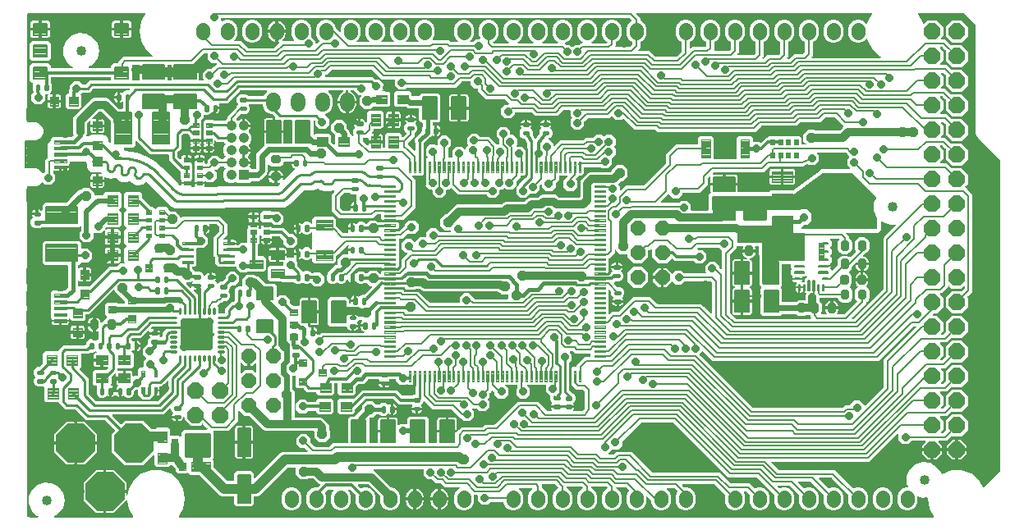
<source format=gtl>
G04 EAGLE Gerber RS-274X export*
G75*
%MOMM*%
%FSLAX34Y34*%
%LPD*%
%INTop Copper*%
%IPPOS*%
%AMOC8*
5,1,8,0,0,1.08239X$1,22.5*%
G01*
%ADD10P,1.677704X8X292.500000*%
%ADD11C,1.422400*%
%ADD12C,0.140000*%
%ADD13C,0.120000*%
%ADD14P,4.329560X8X202.500000*%
%ADD15P,4.329560X8X112.500000*%
%ADD16C,1.950000*%
%ADD17C,1.016000*%
%ADD18C,0.190000*%
%ADD19C,0.102359*%
%ADD20C,0.457200*%
%ADD21C,0.100000*%
%ADD22C,0.210000*%
%ADD23P,1.814519X8X292.500000*%
%ADD24C,0.102000*%
%ADD25C,0.110000*%
%ADD26C,0.121919*%
%ADD27C,0.220000*%
%ADD28C,0.718719*%
%ADD29C,0.105000*%
%ADD30C,0.160000*%
%ADD31C,0.101600*%
%ADD32C,1.257200*%
%ADD33C,0.200000*%
%ADD34C,1.270000*%
%ADD35C,0.520000*%
%ADD36C,0.450000*%
%ADD37C,0.224000*%
%ADD38C,0.488100*%
%ADD39P,1.677704X8X112.500000*%
%ADD40P,1.814519X8X202.500000*%
%ADD41C,0.254000*%
%ADD42C,0.099059*%
%ADD43C,0.104000*%
%ADD44R,1.057200X1.057200*%
%ADD45C,1.057200*%
%ADD46C,0.150000*%
%ADD47C,0.330200*%
%ADD48C,1.016000*%
%ADD49C,0.152400*%
%ADD50C,1.500000*%
%ADD51C,0.812800*%
%ADD52P,1.099708X8X22.500000*%
%ADD53C,0.406400*%
%ADD54P,0.879767X8X22.500000*%
%ADD55C,0.304800*%
%ADD56C,0.609600*%
%ADD57C,0.203200*%
%ADD58C,0.279400*%
%ADD59C,0.508000*%
%ADD60C,0.812800*%
%ADD61C,0.292100*%

G36*
X17500Y6351D02*
X17500Y6351D01*
X17504Y6351D01*
X17622Y6371D01*
X17739Y6390D01*
X17742Y6392D01*
X17746Y6393D01*
X17851Y6450D01*
X17956Y6506D01*
X17959Y6508D01*
X17962Y6510D01*
X18042Y6596D01*
X18125Y6684D01*
X18127Y6688D01*
X18130Y6690D01*
X18179Y6799D01*
X18229Y6907D01*
X18229Y6911D01*
X18231Y6915D01*
X18243Y7034D01*
X18256Y7151D01*
X18255Y7155D01*
X18256Y7159D01*
X18229Y7275D01*
X18204Y7392D01*
X18202Y7395D01*
X18201Y7399D01*
X18140Y7499D01*
X18078Y7603D01*
X18075Y7606D01*
X18073Y7609D01*
X17982Y7685D01*
X17891Y7763D01*
X17887Y7764D01*
X17884Y7767D01*
X17731Y7836D01*
X17337Y7964D01*
X11568Y13158D01*
X8411Y20249D01*
X8411Y28011D01*
X11568Y35102D01*
X17337Y40296D01*
X24719Y42694D01*
X32438Y41883D01*
X39160Y38002D01*
X43723Y31722D01*
X45337Y24130D01*
X43723Y16538D01*
X39160Y10258D01*
X34853Y7771D01*
X34816Y7741D01*
X34774Y7718D01*
X34722Y7663D01*
X34663Y7615D01*
X34638Y7575D01*
X34604Y7540D01*
X34573Y7471D01*
X34532Y7407D01*
X34521Y7360D01*
X34501Y7317D01*
X34493Y7242D01*
X34475Y7168D01*
X34479Y7120D01*
X34474Y7073D01*
X34490Y6998D01*
X34497Y6923D01*
X34516Y6879D01*
X34526Y6832D01*
X34565Y6767D01*
X34595Y6698D01*
X34628Y6662D01*
X34652Y6621D01*
X34710Y6572D01*
X34761Y6516D01*
X34803Y6492D01*
X34839Y6461D01*
X34909Y6433D01*
X34976Y6396D01*
X35023Y6387D01*
X35067Y6369D01*
X35196Y6355D01*
X35217Y6351D01*
X35224Y6352D01*
X35234Y6351D01*
X115309Y6351D01*
X115403Y6366D01*
X115498Y6375D01*
X115524Y6386D01*
X115552Y6390D01*
X115636Y6435D01*
X115723Y6473D01*
X115744Y6492D01*
X115769Y6506D01*
X115835Y6574D01*
X115906Y6639D01*
X115919Y6663D01*
X115939Y6684D01*
X115979Y6770D01*
X116025Y6854D01*
X116030Y6881D01*
X116042Y6907D01*
X116053Y7002D01*
X116070Y7095D01*
X116066Y7123D01*
X116069Y7151D01*
X116049Y7245D01*
X116036Y7339D01*
X116022Y7371D01*
X116017Y7392D01*
X116000Y7420D01*
X115968Y7493D01*
X111546Y15153D01*
X110093Y23392D01*
X110091Y23397D01*
X110091Y23402D01*
X110051Y23512D01*
X110012Y23624D01*
X110009Y23628D01*
X110007Y23633D01*
X109934Y23725D01*
X109861Y23818D01*
X109856Y23821D01*
X109853Y23825D01*
X109753Y23890D01*
X109656Y23954D01*
X109651Y23955D01*
X109646Y23958D01*
X109532Y23987D01*
X109418Y24017D01*
X109413Y24017D01*
X109408Y24018D01*
X109291Y24009D01*
X109173Y24002D01*
X109168Y24000D01*
X109162Y23999D01*
X109055Y23954D01*
X108945Y23908D01*
X108941Y23905D01*
X108936Y23903D01*
X108805Y23798D01*
X95994Y10987D01*
X88391Y10987D01*
X88391Y21183D01*
X88372Y21298D01*
X88355Y21414D01*
X88352Y21420D01*
X88351Y21426D01*
X88297Y21529D01*
X88244Y21634D01*
X88239Y21638D01*
X88236Y21644D01*
X88151Y21724D01*
X88068Y21806D01*
X88062Y21809D01*
X88058Y21813D01*
X88041Y21821D01*
X87921Y21887D01*
X87159Y22202D01*
X87071Y22223D01*
X86984Y22252D01*
X86951Y22251D01*
X86920Y22259D01*
X86829Y22250D01*
X86738Y22249D01*
X86698Y22238D01*
X86675Y22235D01*
X86646Y22222D01*
X86577Y22202D01*
X85815Y21887D01*
X85716Y21825D01*
X85615Y21765D01*
X85611Y21760D01*
X85606Y21757D01*
X85531Y21668D01*
X85455Y21578D01*
X85453Y21572D01*
X85449Y21568D01*
X85407Y21459D01*
X85363Y21350D01*
X85362Y21343D01*
X85361Y21338D01*
X85360Y21319D01*
X85345Y21183D01*
X85345Y10987D01*
X77742Y10987D01*
X64835Y23894D01*
X64835Y31497D01*
X65688Y31497D01*
X65708Y31500D01*
X65727Y31498D01*
X65829Y31520D01*
X65931Y31537D01*
X65948Y31546D01*
X65968Y31550D01*
X66057Y31603D01*
X66148Y31652D01*
X66162Y31666D01*
X66179Y31676D01*
X66246Y31755D01*
X66318Y31830D01*
X66326Y31848D01*
X66339Y31863D01*
X66378Y31959D01*
X66421Y32053D01*
X66423Y32073D01*
X66431Y32091D01*
X66449Y32258D01*
X66449Y33782D01*
X66448Y33791D01*
X66448Y33795D01*
X66446Y33804D01*
X66448Y33821D01*
X66426Y33923D01*
X66410Y34025D01*
X66400Y34042D01*
X66396Y34062D01*
X66343Y34151D01*
X66294Y34242D01*
X66280Y34256D01*
X66270Y34273D01*
X66191Y34340D01*
X66116Y34411D01*
X66098Y34420D01*
X66083Y34433D01*
X65987Y34472D01*
X65893Y34515D01*
X65873Y34517D01*
X65855Y34525D01*
X65688Y34543D01*
X64835Y34543D01*
X64835Y42146D01*
X77742Y55053D01*
X85345Y55053D01*
X85345Y44857D01*
X85364Y44742D01*
X85381Y44626D01*
X85384Y44620D01*
X85385Y44614D01*
X85439Y44511D01*
X85492Y44406D01*
X85497Y44402D01*
X85500Y44396D01*
X85585Y44316D01*
X85668Y44234D01*
X85674Y44231D01*
X85678Y44227D01*
X85695Y44219D01*
X85815Y44153D01*
X86577Y43838D01*
X86665Y43817D01*
X86752Y43788D01*
X86785Y43789D01*
X86816Y43781D01*
X86907Y43790D01*
X86998Y43791D01*
X87038Y43802D01*
X87061Y43805D01*
X87090Y43818D01*
X87159Y43838D01*
X87921Y44153D01*
X88020Y44215D01*
X88121Y44275D01*
X88125Y44280D01*
X88130Y44283D01*
X88205Y44372D01*
X88281Y44462D01*
X88283Y44468D01*
X88287Y44472D01*
X88329Y44581D01*
X88373Y44690D01*
X88374Y44697D01*
X88375Y44702D01*
X88376Y44721D01*
X88391Y44857D01*
X88391Y55053D01*
X95994Y55053D01*
X108901Y42146D01*
X108901Y34543D01*
X108048Y34543D01*
X108028Y34540D01*
X108009Y34542D01*
X107907Y34520D01*
X107805Y34503D01*
X107788Y34494D01*
X107768Y34490D01*
X107679Y34437D01*
X107588Y34388D01*
X107574Y34374D01*
X107557Y34364D01*
X107490Y34285D01*
X107418Y34210D01*
X107410Y34192D01*
X107397Y34177D01*
X107358Y34081D01*
X107315Y33987D01*
X107313Y33967D01*
X107305Y33949D01*
X107287Y33782D01*
X107287Y32258D01*
X107290Y32238D01*
X107288Y32219D01*
X107310Y32117D01*
X107326Y32015D01*
X107336Y31998D01*
X107340Y31978D01*
X107393Y31889D01*
X107442Y31798D01*
X107456Y31784D01*
X107466Y31767D01*
X107545Y31700D01*
X107620Y31629D01*
X107638Y31620D01*
X107653Y31607D01*
X107749Y31568D01*
X107843Y31525D01*
X107863Y31523D01*
X107881Y31515D01*
X108048Y31497D01*
X108901Y31497D01*
X108901Y29347D01*
X108910Y29290D01*
X108909Y29233D01*
X108930Y29170D01*
X108940Y29104D01*
X108967Y29054D01*
X108985Y28999D01*
X109024Y28945D01*
X109056Y28887D01*
X109097Y28847D01*
X109131Y28801D01*
X109186Y28763D01*
X109234Y28717D01*
X109286Y28693D01*
X109333Y28660D01*
X109397Y28642D01*
X109457Y28614D01*
X109514Y28607D01*
X109569Y28591D01*
X109635Y28594D01*
X109701Y28587D01*
X109757Y28599D01*
X109815Y28601D01*
X109877Y28625D01*
X109942Y28639D01*
X109991Y28668D01*
X110044Y28689D01*
X110096Y28731D01*
X110153Y28765D01*
X110190Y28809D01*
X110234Y28845D01*
X110270Y28901D01*
X110313Y28952D01*
X110334Y29005D01*
X110365Y29054D01*
X110393Y29151D01*
X110405Y29180D01*
X110407Y29198D01*
X110412Y29215D01*
X111546Y35647D01*
X116749Y44659D01*
X124719Y51347D01*
X134497Y54906D01*
X144903Y54906D01*
X154681Y51347D01*
X162651Y44659D01*
X167854Y35647D01*
X169661Y25400D01*
X167854Y15153D01*
X163432Y7493D01*
X163398Y7404D01*
X163358Y7317D01*
X163355Y7289D01*
X163345Y7263D01*
X163341Y7167D01*
X163331Y7073D01*
X163337Y7045D01*
X163336Y7017D01*
X163363Y6925D01*
X163383Y6832D01*
X163397Y6808D01*
X163405Y6781D01*
X163460Y6703D01*
X163509Y6621D01*
X163530Y6603D01*
X163547Y6580D01*
X163623Y6523D01*
X163696Y6461D01*
X163722Y6451D01*
X163745Y6434D01*
X163835Y6405D01*
X163924Y6369D01*
X163959Y6365D01*
X163979Y6359D01*
X164012Y6359D01*
X164091Y6351D01*
X940809Y6351D01*
X940903Y6366D01*
X940998Y6375D01*
X941024Y6386D01*
X941052Y6390D01*
X941136Y6435D01*
X941223Y6473D01*
X941244Y6492D01*
X941269Y6506D01*
X941335Y6574D01*
X941406Y6639D01*
X941419Y6663D01*
X941439Y6684D01*
X941479Y6770D01*
X941525Y6854D01*
X941530Y6881D01*
X941542Y6907D01*
X941553Y7002D01*
X941570Y7095D01*
X941566Y7123D01*
X941569Y7151D01*
X941549Y7245D01*
X941536Y7339D01*
X941522Y7371D01*
X941517Y7392D01*
X941500Y7420D01*
X941468Y7493D01*
X937046Y15153D01*
X935239Y25400D01*
X935342Y25981D01*
X935342Y25984D01*
X935342Y25986D01*
X935343Y26105D01*
X935345Y26227D01*
X935344Y26230D01*
X935344Y26232D01*
X935306Y26346D01*
X935269Y26461D01*
X935267Y26463D01*
X935267Y26466D01*
X935194Y26562D01*
X935123Y26659D01*
X935121Y26660D01*
X935119Y26662D01*
X935021Y26730D01*
X934921Y26800D01*
X934919Y26800D01*
X934916Y26802D01*
X934802Y26835D01*
X934685Y26869D01*
X934682Y26869D01*
X934680Y26870D01*
X934512Y26870D01*
X929975Y26394D01*
X925557Y27829D01*
X925541Y27831D01*
X925527Y27838D01*
X925421Y27850D01*
X925314Y27866D01*
X925298Y27863D01*
X925283Y27865D01*
X925178Y27842D01*
X925072Y27824D01*
X925058Y27816D01*
X925042Y27813D01*
X924950Y27758D01*
X924856Y27707D01*
X924845Y27695D01*
X924831Y27687D01*
X924761Y27605D01*
X924688Y27526D01*
X924682Y27512D01*
X924671Y27500D01*
X924631Y27400D01*
X924587Y27302D01*
X924585Y27286D01*
X924579Y27272D01*
X924561Y27105D01*
X924561Y21601D01*
X923014Y17866D01*
X920156Y15008D01*
X916421Y13461D01*
X912379Y13461D01*
X908644Y15008D01*
X905786Y17866D01*
X904239Y21601D01*
X904239Y29199D01*
X905786Y32934D01*
X908644Y35792D01*
X912379Y37339D01*
X914159Y37339D01*
X914214Y37348D01*
X914270Y37347D01*
X914335Y37368D01*
X914402Y37378D01*
X914451Y37405D01*
X914505Y37422D01*
X914559Y37462D01*
X914619Y37494D01*
X914658Y37534D01*
X914703Y37567D01*
X914742Y37623D01*
X914789Y37672D01*
X914812Y37723D01*
X914844Y37768D01*
X914864Y37833D01*
X914892Y37895D01*
X914899Y37950D01*
X914915Y38004D01*
X914912Y38072D01*
X914920Y38139D01*
X914908Y38194D01*
X914906Y38250D01*
X914874Y38350D01*
X914867Y38380D01*
X914861Y38391D01*
X914855Y38410D01*
X913667Y41077D01*
X913667Y48839D01*
X916824Y55930D01*
X922593Y61124D01*
X929975Y63522D01*
X937694Y62711D01*
X944416Y58830D01*
X948979Y52550D01*
X949123Y51871D01*
X949150Y51803D01*
X949167Y51732D01*
X949194Y51689D01*
X949213Y51642D01*
X949260Y51586D01*
X949298Y51524D01*
X949338Y51492D01*
X949370Y51453D01*
X949433Y51415D01*
X949489Y51369D01*
X949537Y51351D01*
X949580Y51324D01*
X949651Y51308D01*
X949720Y51282D01*
X949770Y51281D01*
X949820Y51269D01*
X949892Y51277D01*
X949965Y51274D01*
X950033Y51291D01*
X950065Y51294D01*
X950087Y51304D01*
X950128Y51314D01*
X959997Y54906D01*
X970403Y54906D01*
X980181Y51347D01*
X988151Y44659D01*
X992313Y37450D01*
X992388Y37358D01*
X992463Y37265D01*
X992467Y37263D01*
X992469Y37260D01*
X992570Y37197D01*
X992670Y37132D01*
X992674Y37131D01*
X992678Y37129D01*
X992793Y37101D01*
X992908Y37072D01*
X992913Y37072D01*
X992917Y37071D01*
X993036Y37082D01*
X993154Y37091D01*
X993157Y37093D01*
X993162Y37093D01*
X993272Y37142D01*
X993380Y37187D01*
X993384Y37190D01*
X993387Y37192D01*
X993397Y37201D01*
X993511Y37292D01*
X1009426Y53208D01*
X1009479Y53282D01*
X1009539Y53351D01*
X1009551Y53381D01*
X1009570Y53407D01*
X1009597Y53494D01*
X1009631Y53579D01*
X1009635Y53620D01*
X1009642Y53642D01*
X1009641Y53675D01*
X1009649Y53746D01*
X1009649Y375514D01*
X1009635Y375604D01*
X1009627Y375695D01*
X1009615Y375725D01*
X1009610Y375757D01*
X1009567Y375838D01*
X1009531Y375921D01*
X1009505Y375954D01*
X1009494Y375974D01*
X1009471Y375996D01*
X1009426Y376052D01*
X987110Y398369D01*
X985216Y400263D01*
X984249Y402597D01*
X984249Y515214D01*
X984235Y515304D01*
X984227Y515395D01*
X984215Y515425D01*
X984210Y515457D01*
X984167Y515538D01*
X984131Y515621D01*
X984105Y515654D01*
X984094Y515674D01*
X984071Y515696D01*
X984026Y515752D01*
X972952Y526826D01*
X972878Y526879D01*
X972809Y526939D01*
X972779Y526951D01*
X972753Y526970D01*
X972666Y526997D01*
X972581Y527031D01*
X972540Y527035D01*
X972518Y527042D01*
X972485Y527041D01*
X972414Y527049D01*
X926091Y527049D01*
X925997Y527034D01*
X925902Y527025D01*
X925876Y527014D01*
X925848Y527010D01*
X925764Y526965D01*
X925677Y526927D01*
X925656Y526908D01*
X925631Y526894D01*
X925565Y526826D01*
X925494Y526761D01*
X925481Y526737D01*
X925461Y526716D01*
X925421Y526630D01*
X925375Y526546D01*
X925370Y526519D01*
X925358Y526493D01*
X925347Y526398D01*
X925330Y526305D01*
X925334Y526277D01*
X925331Y526249D01*
X925351Y526155D01*
X925364Y526061D01*
X925378Y526029D01*
X925383Y526008D01*
X925385Y526005D01*
X925400Y525980D01*
X925432Y525907D01*
X929854Y518247D01*
X930204Y516263D01*
X930206Y516258D01*
X930206Y516253D01*
X930246Y516143D01*
X930285Y516031D01*
X930288Y516027D01*
X930290Y516022D01*
X930363Y515931D01*
X930436Y515837D01*
X930441Y515834D01*
X930444Y515830D01*
X930544Y515766D01*
X930641Y515701D01*
X930646Y515700D01*
X930651Y515697D01*
X930765Y515668D01*
X930879Y515638D01*
X930884Y515638D01*
X930889Y515637D01*
X931006Y515646D01*
X931124Y515654D01*
X931129Y515656D01*
X931135Y515656D01*
X931242Y515702D01*
X931352Y515747D01*
X931356Y515750D01*
X931361Y515753D01*
X931492Y515857D01*
X935065Y519431D01*
X944535Y519431D01*
X951231Y512735D01*
X951231Y503265D01*
X949138Y501172D01*
X949096Y501114D01*
X949047Y501062D01*
X949025Y501015D01*
X948994Y500973D01*
X948973Y500904D01*
X948943Y500839D01*
X948937Y500787D01*
X948922Y500737D01*
X948924Y500666D01*
X948916Y500595D01*
X948927Y500544D01*
X948928Y500492D01*
X948953Y500424D01*
X948968Y500354D01*
X948995Y500309D01*
X949013Y500261D01*
X949058Y500205D01*
X949094Y500143D01*
X949134Y500109D01*
X949166Y500069D01*
X949227Y500030D01*
X949281Y499983D01*
X949329Y499964D01*
X949373Y499936D01*
X949443Y499918D01*
X949509Y499891D01*
X949581Y499883D01*
X949612Y499875D01*
X949635Y499877D01*
X949676Y499873D01*
X953676Y499873D01*
X956280Y497269D01*
X959453Y494095D01*
X959469Y494084D01*
X959482Y494068D01*
X959569Y494012D01*
X959653Y493952D01*
X959672Y493946D01*
X959689Y493935D01*
X959789Y493910D01*
X959888Y493879D01*
X959908Y493880D01*
X959927Y493875D01*
X960030Y493883D01*
X960134Y493886D01*
X960153Y493893D01*
X960173Y493894D01*
X960268Y493935D01*
X960365Y493970D01*
X960381Y493983D01*
X960399Y493990D01*
X960449Y494031D01*
X969935Y494031D01*
X976631Y487335D01*
X976631Y477865D01*
X969935Y471169D01*
X960465Y471169D01*
X953769Y477865D01*
X953769Y487357D01*
X953788Y487386D01*
X953848Y487470D01*
X953854Y487489D01*
X953865Y487506D01*
X953890Y487606D01*
X953921Y487705D01*
X953920Y487725D01*
X953925Y487744D01*
X953917Y487847D01*
X953914Y487951D01*
X953907Y487970D01*
X953906Y487990D01*
X953865Y488085D01*
X953830Y488182D01*
X953817Y488198D01*
X953810Y488216D01*
X953705Y488347D01*
X950531Y491520D01*
X950457Y491573D01*
X950388Y491633D01*
X950358Y491645D01*
X950332Y491664D01*
X950244Y491691D01*
X950160Y491725D01*
X950119Y491729D01*
X950096Y491736D01*
X950064Y491735D01*
X949993Y491743D01*
X948660Y491743D01*
X948589Y491732D01*
X948518Y491730D01*
X948469Y491712D01*
X948417Y491704D01*
X948354Y491670D01*
X948287Y491645D01*
X948246Y491613D01*
X948200Y491588D01*
X948151Y491536D01*
X948095Y491492D01*
X948066Y491448D01*
X948031Y491410D01*
X948000Y491345D01*
X947962Y491285D01*
X947949Y491234D01*
X947927Y491187D01*
X947919Y491116D01*
X947901Y491046D01*
X947906Y490994D01*
X947900Y490943D01*
X947915Y490872D01*
X947921Y490801D01*
X947941Y490753D01*
X947952Y490702D01*
X947989Y490641D01*
X948017Y490575D01*
X948062Y490519D01*
X948078Y490491D01*
X948096Y490476D01*
X948122Y490444D01*
X951231Y487335D01*
X951231Y477865D01*
X948122Y474756D01*
X948080Y474698D01*
X948031Y474646D01*
X948009Y474599D01*
X947978Y474557D01*
X947957Y474488D01*
X947927Y474423D01*
X947921Y474371D01*
X947906Y474321D01*
X947908Y474250D01*
X947900Y474179D01*
X947911Y474128D01*
X947912Y474076D01*
X947937Y474008D01*
X947952Y473938D01*
X947979Y473893D01*
X947997Y473845D01*
X948042Y473789D01*
X948078Y473727D01*
X948118Y473693D01*
X948150Y473653D01*
X948211Y473614D01*
X948265Y473567D01*
X948313Y473548D01*
X948357Y473520D01*
X948427Y473502D01*
X948493Y473475D01*
X948565Y473467D01*
X948596Y473459D01*
X948619Y473461D01*
X948660Y473457D01*
X954692Y473457D01*
X959453Y468695D01*
X959469Y468684D01*
X959482Y468668D01*
X959569Y468612D01*
X959653Y468552D01*
X959672Y468546D01*
X959689Y468535D01*
X959789Y468510D01*
X959888Y468479D01*
X959908Y468480D01*
X959927Y468475D01*
X960030Y468483D01*
X960134Y468486D01*
X960153Y468493D01*
X960173Y468494D01*
X960268Y468535D01*
X960365Y468570D01*
X960381Y468583D01*
X960399Y468590D01*
X960449Y468631D01*
X969935Y468631D01*
X976631Y461935D01*
X976631Y452465D01*
X969935Y445769D01*
X960465Y445769D01*
X953769Y452465D01*
X953769Y461957D01*
X953788Y461986D01*
X953848Y462070D01*
X953854Y462089D01*
X953865Y462106D01*
X953890Y462206D01*
X953921Y462305D01*
X953920Y462325D01*
X953925Y462344D01*
X953917Y462447D01*
X953914Y462551D01*
X953907Y462570D01*
X953906Y462590D01*
X953865Y462685D01*
X953830Y462782D01*
X953817Y462798D01*
X953810Y462816D01*
X953705Y462947D01*
X951547Y465104D01*
X951473Y465157D01*
X951404Y465217D01*
X951374Y465229D01*
X951348Y465248D01*
X951260Y465275D01*
X951176Y465309D01*
X951135Y465313D01*
X951112Y465320D01*
X951080Y465319D01*
X951009Y465327D01*
X949676Y465327D01*
X949605Y465316D01*
X949534Y465314D01*
X949485Y465296D01*
X949433Y465288D01*
X949370Y465254D01*
X949303Y465229D01*
X949262Y465197D01*
X949216Y465172D01*
X949167Y465120D01*
X949111Y465076D01*
X949082Y465032D01*
X949047Y464994D01*
X949016Y464929D01*
X948978Y464869D01*
X948965Y464818D01*
X948943Y464771D01*
X948935Y464700D01*
X948917Y464630D01*
X948922Y464578D01*
X948916Y464527D01*
X948931Y464456D01*
X948937Y464385D01*
X948957Y464337D01*
X948968Y464286D01*
X949005Y464225D01*
X949033Y464159D01*
X949078Y464103D01*
X949094Y464075D01*
X949112Y464060D01*
X949138Y464028D01*
X951231Y461935D01*
X951231Y452465D01*
X949138Y450372D01*
X949096Y450314D01*
X949047Y450262D01*
X949025Y450215D01*
X948994Y450173D01*
X948973Y450104D01*
X948943Y450039D01*
X948937Y449987D01*
X948922Y449937D01*
X948924Y449866D01*
X948916Y449795D01*
X948927Y449744D01*
X948928Y449692D01*
X948953Y449624D01*
X948968Y449554D01*
X948995Y449509D01*
X949013Y449461D01*
X949058Y449405D01*
X949094Y449343D01*
X949134Y449309D01*
X949166Y449269D01*
X949227Y449230D01*
X949281Y449183D01*
X949329Y449164D01*
X949373Y449136D01*
X949443Y449118D01*
X949509Y449091D01*
X949581Y449083D01*
X949612Y449075D01*
X949635Y449077D01*
X949676Y449073D01*
X953676Y449073D01*
X956280Y446469D01*
X959453Y443295D01*
X959469Y443284D01*
X959482Y443268D01*
X959569Y443212D01*
X959653Y443152D01*
X959672Y443146D01*
X959689Y443135D01*
X959789Y443110D01*
X959888Y443079D01*
X959908Y443080D01*
X959927Y443075D01*
X960030Y443083D01*
X960134Y443086D01*
X960153Y443093D01*
X960173Y443094D01*
X960268Y443135D01*
X960365Y443170D01*
X960381Y443183D01*
X960399Y443190D01*
X960449Y443231D01*
X969935Y443231D01*
X976631Y436535D01*
X976631Y427065D01*
X969935Y420369D01*
X960465Y420369D01*
X953769Y427065D01*
X953769Y436557D01*
X953788Y436586D01*
X953848Y436670D01*
X953854Y436689D01*
X953865Y436706D01*
X953890Y436806D01*
X953921Y436905D01*
X953920Y436925D01*
X953925Y436944D01*
X953917Y437047D01*
X953914Y437151D01*
X953907Y437170D01*
X953906Y437190D01*
X953865Y437285D01*
X953830Y437382D01*
X953817Y437398D01*
X953810Y437416D01*
X953705Y437547D01*
X950531Y440720D01*
X950457Y440773D01*
X950388Y440833D01*
X950358Y440845D01*
X950332Y440864D01*
X950244Y440891D01*
X950160Y440925D01*
X950119Y440929D01*
X950096Y440936D01*
X950064Y440935D01*
X949993Y440943D01*
X948660Y440943D01*
X948589Y440932D01*
X948518Y440930D01*
X948469Y440912D01*
X948417Y440904D01*
X948354Y440870D01*
X948287Y440845D01*
X948246Y440813D01*
X948200Y440788D01*
X948151Y440736D01*
X948095Y440692D01*
X948066Y440648D01*
X948031Y440610D01*
X948000Y440545D01*
X947962Y440485D01*
X947949Y440434D01*
X947927Y440387D01*
X947919Y440316D01*
X947901Y440246D01*
X947906Y440194D01*
X947900Y440143D01*
X947915Y440072D01*
X947921Y440001D01*
X947941Y439953D01*
X947952Y439902D01*
X947989Y439841D01*
X948017Y439775D01*
X948062Y439719D01*
X948078Y439691D01*
X948096Y439676D01*
X948122Y439644D01*
X951231Y436535D01*
X951231Y427065D01*
X948122Y423956D01*
X948080Y423898D01*
X948031Y423846D01*
X948009Y423799D01*
X947978Y423757D01*
X947957Y423688D01*
X947927Y423623D01*
X947921Y423571D01*
X947906Y423521D01*
X947908Y423450D01*
X947900Y423379D01*
X947911Y423328D01*
X947912Y423276D01*
X947937Y423208D01*
X947952Y423138D01*
X947979Y423093D01*
X947997Y423045D01*
X948042Y422989D01*
X948078Y422927D01*
X948118Y422893D01*
X948150Y422853D01*
X948211Y422814D01*
X948265Y422767D01*
X948313Y422748D01*
X948357Y422720D01*
X948427Y422702D01*
X948493Y422675D01*
X948565Y422667D01*
X948596Y422659D01*
X948619Y422661D01*
X948660Y422657D01*
X954692Y422657D01*
X959453Y417895D01*
X959469Y417884D01*
X959482Y417868D01*
X959569Y417812D01*
X959653Y417752D01*
X959672Y417746D01*
X959689Y417735D01*
X959789Y417710D01*
X959888Y417679D01*
X959908Y417680D01*
X959927Y417675D01*
X960030Y417683D01*
X960134Y417686D01*
X960153Y417693D01*
X960173Y417694D01*
X960268Y417735D01*
X960365Y417770D01*
X960381Y417783D01*
X960399Y417790D01*
X960449Y417831D01*
X969935Y417831D01*
X976631Y411135D01*
X976631Y401665D01*
X969935Y394969D01*
X960465Y394969D01*
X953769Y401665D01*
X953769Y411157D01*
X953788Y411186D01*
X953848Y411270D01*
X953854Y411289D01*
X953865Y411306D01*
X953890Y411406D01*
X953921Y411505D01*
X953920Y411525D01*
X953925Y411544D01*
X953917Y411647D01*
X953914Y411751D01*
X953907Y411770D01*
X953906Y411790D01*
X953865Y411885D01*
X953830Y411982D01*
X953817Y411998D01*
X953810Y412016D01*
X953705Y412147D01*
X951547Y414304D01*
X951473Y414357D01*
X951404Y414417D01*
X951374Y414429D01*
X951348Y414448D01*
X951260Y414475D01*
X951176Y414509D01*
X951135Y414513D01*
X951112Y414520D01*
X951080Y414519D01*
X951009Y414527D01*
X949676Y414527D01*
X949605Y414516D01*
X949534Y414514D01*
X949485Y414496D01*
X949433Y414488D01*
X949370Y414454D01*
X949303Y414429D01*
X949262Y414397D01*
X949216Y414372D01*
X949167Y414320D01*
X949111Y414276D01*
X949082Y414232D01*
X949047Y414194D01*
X949016Y414129D01*
X948978Y414069D01*
X948965Y414018D01*
X948943Y413971D01*
X948935Y413900D01*
X948917Y413830D01*
X948922Y413778D01*
X948916Y413727D01*
X948931Y413656D01*
X948937Y413585D01*
X948957Y413537D01*
X948968Y413486D01*
X949005Y413424D01*
X949033Y413359D01*
X949078Y413303D01*
X949094Y413275D01*
X949112Y413260D01*
X949138Y413228D01*
X951231Y411135D01*
X951231Y401665D01*
X949138Y399572D01*
X949096Y399514D01*
X949047Y399462D01*
X949025Y399415D01*
X948994Y399373D01*
X948973Y399304D01*
X948943Y399239D01*
X948937Y399187D01*
X948922Y399137D01*
X948924Y399066D01*
X948916Y398995D01*
X948927Y398944D01*
X948928Y398892D01*
X948953Y398824D01*
X948968Y398754D01*
X948995Y398709D01*
X949013Y398661D01*
X949058Y398605D01*
X949094Y398543D01*
X949134Y398509D01*
X949166Y398469D01*
X949227Y398430D01*
X949281Y398383D01*
X949329Y398364D01*
X949373Y398336D01*
X949443Y398318D01*
X949509Y398291D01*
X949581Y398283D01*
X949612Y398275D01*
X949635Y398277D01*
X949676Y398273D01*
X953676Y398273D01*
X959453Y392495D01*
X959469Y392484D01*
X959482Y392468D01*
X959564Y392415D01*
X959565Y392415D01*
X959569Y392412D01*
X959653Y392352D01*
X959672Y392346D01*
X959689Y392335D01*
X959789Y392310D01*
X959888Y392279D01*
X959908Y392280D01*
X959927Y392275D01*
X960030Y392283D01*
X960134Y392286D01*
X960153Y392293D01*
X960173Y392294D01*
X960268Y392335D01*
X960365Y392370D01*
X960381Y392383D01*
X960399Y392390D01*
X960449Y392431D01*
X969935Y392431D01*
X976631Y385735D01*
X976631Y376265D01*
X969935Y369569D01*
X960465Y369569D01*
X953769Y376265D01*
X953769Y385757D01*
X953784Y385781D01*
X953790Y385786D01*
X953793Y385793D01*
X953848Y385870D01*
X953854Y385889D01*
X953865Y385906D01*
X953888Y385997D01*
X953894Y386009D01*
X953895Y386022D01*
X953921Y386105D01*
X953920Y386125D01*
X953925Y386144D01*
X953918Y386231D01*
X953921Y386254D01*
X953916Y386274D01*
X953914Y386351D01*
X953907Y386370D01*
X953906Y386390D01*
X953876Y386460D01*
X953869Y386494D01*
X953852Y386523D01*
X953830Y386582D01*
X953817Y386598D01*
X953810Y386616D01*
X953755Y386684D01*
X953742Y386705D01*
X953728Y386717D01*
X953705Y386747D01*
X950531Y389920D01*
X950457Y389973D01*
X950388Y390033D01*
X950358Y390045D01*
X950332Y390064D01*
X950244Y390091D01*
X950160Y390125D01*
X950119Y390129D01*
X950096Y390136D01*
X950064Y390135D01*
X949993Y390143D01*
X948660Y390143D01*
X948589Y390132D01*
X948518Y390130D01*
X948469Y390112D01*
X948417Y390104D01*
X948354Y390070D01*
X948287Y390045D01*
X948246Y390013D01*
X948200Y389988D01*
X948151Y389936D01*
X948095Y389892D01*
X948066Y389848D01*
X948031Y389810D01*
X948000Y389745D01*
X947962Y389685D01*
X947949Y389634D01*
X947927Y389587D01*
X947919Y389516D01*
X947901Y389446D01*
X947906Y389394D01*
X947900Y389343D01*
X947915Y389272D01*
X947921Y389201D01*
X947941Y389153D01*
X947952Y389102D01*
X947989Y389041D01*
X948017Y388975D01*
X948062Y388919D01*
X948078Y388891D01*
X948096Y388876D01*
X948122Y388844D01*
X951231Y385735D01*
X951231Y376265D01*
X948122Y373156D01*
X948080Y373098D01*
X948031Y373046D01*
X948009Y372999D01*
X947978Y372957D01*
X947957Y372888D01*
X947927Y372823D01*
X947921Y372771D01*
X947906Y372721D01*
X947908Y372650D01*
X947900Y372579D01*
X947911Y372528D01*
X947912Y372476D01*
X947937Y372408D01*
X947952Y372338D01*
X947979Y372293D01*
X947997Y372245D01*
X948042Y372189D01*
X948078Y372127D01*
X948118Y372093D01*
X948150Y372053D01*
X948211Y372014D01*
X948265Y371967D01*
X948313Y371948D01*
X948357Y371920D01*
X948427Y371902D01*
X948493Y371875D01*
X948565Y371867D01*
X948596Y371859D01*
X948619Y371861D01*
X948660Y371857D01*
X954692Y371857D01*
X959453Y367095D01*
X959469Y367084D01*
X959482Y367068D01*
X959569Y367012D01*
X959653Y366952D01*
X959672Y366946D01*
X959689Y366935D01*
X959789Y366910D01*
X959888Y366879D01*
X959908Y366880D01*
X959927Y366875D01*
X960030Y366883D01*
X960134Y366886D01*
X960153Y366893D01*
X960173Y366894D01*
X960268Y366935D01*
X960365Y366970D01*
X960381Y366983D01*
X960399Y366990D01*
X960449Y367031D01*
X969935Y367031D01*
X976631Y360335D01*
X976631Y350865D01*
X974155Y348390D01*
X974144Y348374D01*
X974128Y348361D01*
X974072Y348274D01*
X974012Y348190D01*
X974006Y348171D01*
X973995Y348154D01*
X973970Y348054D01*
X973939Y347955D01*
X973940Y347935D01*
X973935Y347916D01*
X973943Y347813D01*
X973946Y347709D01*
X973953Y347690D01*
X973954Y347670D01*
X973994Y347576D01*
X974030Y347478D01*
X974043Y347462D01*
X974050Y347444D01*
X974155Y347313D01*
X976600Y344869D01*
X981457Y340012D01*
X981457Y239108D01*
X978853Y236504D01*
X976695Y234347D01*
X976684Y234331D01*
X976668Y234318D01*
X976612Y234231D01*
X976552Y234147D01*
X976546Y234128D01*
X976535Y234111D01*
X976510Y234011D01*
X976479Y233912D01*
X976480Y233892D01*
X976475Y233873D01*
X976483Y233770D01*
X976486Y233666D01*
X976493Y233647D01*
X976494Y233627D01*
X976535Y233532D01*
X976570Y233435D01*
X976583Y233419D01*
X976590Y233401D01*
X976631Y233351D01*
X976631Y223865D01*
X969935Y217169D01*
X960465Y217169D01*
X953769Y223865D01*
X953769Y233335D01*
X960465Y240031D01*
X969957Y240031D01*
X969986Y240012D01*
X970070Y239952D01*
X970089Y239946D01*
X970106Y239935D01*
X970206Y239910D01*
X970305Y239879D01*
X970325Y239880D01*
X970344Y239875D01*
X970447Y239883D01*
X970551Y239886D01*
X970570Y239893D01*
X970590Y239894D01*
X970685Y239935D01*
X970782Y239970D01*
X970798Y239983D01*
X970816Y239990D01*
X970947Y240095D01*
X973104Y242253D01*
X973157Y242327D01*
X973217Y242396D01*
X973229Y242426D01*
X973248Y242452D01*
X973275Y242540D01*
X973309Y242624D01*
X973313Y242665D01*
X973320Y242688D01*
X973319Y242720D01*
X973327Y242791D01*
X973327Y244124D01*
X973316Y244195D01*
X973314Y244266D01*
X973296Y244315D01*
X973288Y244367D01*
X973254Y244430D01*
X973229Y244497D01*
X973197Y244538D01*
X973172Y244584D01*
X973120Y244633D01*
X973076Y244689D01*
X973032Y244718D01*
X972994Y244753D01*
X972929Y244784D01*
X972869Y244822D01*
X972818Y244835D01*
X972771Y244857D01*
X972700Y244865D01*
X972630Y244883D01*
X972578Y244878D01*
X972527Y244884D01*
X972456Y244869D01*
X972385Y244863D01*
X972337Y244843D01*
X972286Y244832D01*
X972225Y244795D01*
X972159Y244767D01*
X972103Y244722D01*
X972075Y244706D01*
X972060Y244688D01*
X972028Y244662D01*
X969935Y242569D01*
X960465Y242569D01*
X957864Y245170D01*
X957806Y245212D01*
X957754Y245261D01*
X957732Y245272D01*
X957731Y245273D01*
X957722Y245276D01*
X957707Y245283D01*
X957665Y245314D01*
X957596Y245335D01*
X957531Y245365D01*
X957479Y245371D01*
X957429Y245386D01*
X957358Y245384D01*
X957287Y245392D01*
X957236Y245381D01*
X957184Y245380D01*
X957116Y245355D01*
X957046Y245340D01*
X957001Y245313D01*
X956953Y245295D01*
X956897Y245250D01*
X956835Y245214D01*
X956801Y245174D01*
X956761Y245142D01*
X956722Y245081D01*
X956675Y245027D01*
X956656Y244979D01*
X956628Y244935D01*
X956610Y244865D01*
X956606Y244855D01*
X956593Y244827D01*
X956592Y244821D01*
X956583Y244799D01*
X956575Y244727D01*
X956567Y244696D01*
X956569Y244673D01*
X956565Y244632D01*
X956565Y244188D01*
X950120Y237743D01*
X948660Y237743D01*
X948589Y237732D01*
X948518Y237730D01*
X948469Y237712D01*
X948417Y237704D01*
X948354Y237670D01*
X948287Y237645D01*
X948246Y237613D01*
X948200Y237588D01*
X948151Y237536D01*
X948095Y237492D01*
X948066Y237448D01*
X948031Y237410D01*
X948000Y237345D01*
X947962Y237285D01*
X947949Y237234D01*
X947927Y237187D01*
X947919Y237116D01*
X947901Y237046D01*
X947906Y236994D01*
X947900Y236943D01*
X947915Y236872D01*
X947921Y236801D01*
X947941Y236753D01*
X947952Y236702D01*
X947989Y236641D01*
X948017Y236575D01*
X948062Y236519D01*
X948078Y236491D01*
X948096Y236476D01*
X948122Y236444D01*
X951231Y233335D01*
X951231Y223865D01*
X944535Y217169D01*
X942053Y217169D01*
X941963Y217155D01*
X941872Y217147D01*
X941842Y217135D01*
X941810Y217130D01*
X941730Y217087D01*
X941646Y217051D01*
X941614Y217025D01*
X941593Y217014D01*
X941571Y216991D01*
X941515Y216946D01*
X941261Y216692D01*
X940499Y215930D01*
X940457Y215872D01*
X940407Y215820D01*
X940385Y215773D01*
X940355Y215731D01*
X940334Y215662D01*
X940304Y215597D01*
X940298Y215545D01*
X940283Y215495D01*
X940285Y215424D01*
X940277Y215353D01*
X940288Y215302D01*
X940289Y215250D01*
X940314Y215182D01*
X940329Y215112D01*
X940356Y215067D01*
X940374Y215019D01*
X940418Y214963D01*
X940455Y214901D01*
X940495Y214867D01*
X940527Y214827D01*
X940588Y214788D01*
X940642Y214741D01*
X940690Y214722D01*
X940734Y214694D01*
X940804Y214676D01*
X940870Y214649D01*
X940941Y214641D01*
X940973Y214633D01*
X940996Y214635D01*
X941037Y214631D01*
X944535Y214631D01*
X951231Y207935D01*
X951231Y198465D01*
X949138Y196372D01*
X949096Y196314D01*
X949047Y196262D01*
X949025Y196215D01*
X948994Y196173D01*
X948973Y196104D01*
X948943Y196039D01*
X948937Y195987D01*
X948922Y195937D01*
X948924Y195866D01*
X948916Y195795D01*
X948927Y195744D01*
X948928Y195692D01*
X948953Y195624D01*
X948968Y195554D01*
X948995Y195509D01*
X949013Y195461D01*
X949058Y195405D01*
X949094Y195343D01*
X949134Y195309D01*
X949166Y195269D01*
X949227Y195230D01*
X949281Y195183D01*
X949329Y195164D01*
X949373Y195136D01*
X949443Y195118D01*
X949509Y195091D01*
X949581Y195083D01*
X949612Y195075D01*
X949635Y195077D01*
X949676Y195073D01*
X951009Y195073D01*
X951099Y195087D01*
X951190Y195095D01*
X951220Y195107D01*
X951252Y195112D01*
X951332Y195155D01*
X951416Y195191D01*
X951449Y195217D01*
X951469Y195228D01*
X951491Y195251D01*
X951547Y195296D01*
X953705Y197453D01*
X953716Y197469D01*
X953732Y197482D01*
X953788Y197569D01*
X953848Y197653D01*
X953854Y197672D01*
X953865Y197689D01*
X953890Y197789D01*
X953921Y197888D01*
X953920Y197908D01*
X953925Y197927D01*
X953917Y198030D01*
X953914Y198134D01*
X953907Y198153D01*
X953906Y198173D01*
X953865Y198268D01*
X953830Y198365D01*
X953817Y198381D01*
X953810Y198399D01*
X953769Y198449D01*
X953769Y207935D01*
X960465Y214631D01*
X969935Y214631D01*
X976631Y207935D01*
X976631Y198465D01*
X969935Y191769D01*
X960443Y191769D01*
X960414Y191788D01*
X960330Y191848D01*
X960311Y191854D01*
X960294Y191865D01*
X960194Y191890D01*
X960095Y191921D01*
X960075Y191920D01*
X960056Y191925D01*
X959953Y191917D01*
X959849Y191914D01*
X959830Y191907D01*
X959810Y191906D01*
X959716Y191866D01*
X959618Y191830D01*
X959602Y191817D01*
X959584Y191810D01*
X959453Y191705D01*
X954692Y186943D01*
X948660Y186943D01*
X948589Y186932D01*
X948518Y186930D01*
X948469Y186912D01*
X948417Y186904D01*
X948354Y186870D01*
X948287Y186845D01*
X948246Y186813D01*
X948200Y186788D01*
X948151Y186736D01*
X948095Y186692D01*
X948066Y186648D01*
X948031Y186610D01*
X948000Y186545D01*
X947962Y186485D01*
X947949Y186434D01*
X947927Y186387D01*
X947919Y186316D01*
X947901Y186246D01*
X947906Y186194D01*
X947900Y186143D01*
X947915Y186072D01*
X947921Y186001D01*
X947941Y185953D01*
X947952Y185902D01*
X947989Y185841D01*
X948017Y185775D01*
X948062Y185719D01*
X948078Y185691D01*
X948096Y185676D01*
X948122Y185644D01*
X951231Y182535D01*
X951231Y173065D01*
X948122Y169956D01*
X948080Y169898D01*
X948031Y169846D01*
X948009Y169799D01*
X947978Y169757D01*
X947957Y169688D01*
X947927Y169623D01*
X947921Y169571D01*
X947906Y169521D01*
X947908Y169450D01*
X947900Y169379D01*
X947911Y169328D01*
X947912Y169276D01*
X947937Y169208D01*
X947952Y169138D01*
X947979Y169093D01*
X947997Y169045D01*
X948042Y168989D01*
X948078Y168927D01*
X948118Y168893D01*
X948150Y168853D01*
X948211Y168814D01*
X948265Y168767D01*
X948313Y168748D01*
X948357Y168720D01*
X948427Y168702D01*
X948493Y168675D01*
X948565Y168667D01*
X948596Y168659D01*
X948619Y168661D01*
X948660Y168657D01*
X949993Y168657D01*
X950083Y168671D01*
X950174Y168679D01*
X950204Y168691D01*
X950236Y168696D01*
X950316Y168739D01*
X950400Y168775D01*
X950433Y168801D01*
X950453Y168812D01*
X950475Y168835D01*
X950531Y168880D01*
X953705Y172053D01*
X953716Y172069D01*
X953732Y172082D01*
X953788Y172169D01*
X953848Y172253D01*
X953854Y172272D01*
X953865Y172289D01*
X953890Y172389D01*
X953921Y172488D01*
X953920Y172508D01*
X953925Y172527D01*
X953917Y172630D01*
X953914Y172734D01*
X953907Y172753D01*
X953906Y172773D01*
X953865Y172868D01*
X953830Y172965D01*
X953817Y172981D01*
X953810Y172999D01*
X953769Y173049D01*
X953769Y182535D01*
X960465Y189231D01*
X969935Y189231D01*
X976631Y182535D01*
X976631Y173065D01*
X969935Y166369D01*
X960443Y166369D01*
X960414Y166388D01*
X960330Y166448D01*
X960311Y166454D01*
X960294Y166465D01*
X960194Y166490D01*
X960095Y166521D01*
X960075Y166520D01*
X960056Y166525D01*
X959953Y166517D01*
X959849Y166514D01*
X959830Y166507D01*
X959810Y166506D01*
X959716Y166466D01*
X959618Y166430D01*
X959602Y166417D01*
X959584Y166410D01*
X959453Y166305D01*
X953676Y160527D01*
X949676Y160527D01*
X949605Y160516D01*
X949534Y160514D01*
X949485Y160496D01*
X949433Y160488D01*
X949370Y160454D01*
X949303Y160429D01*
X949262Y160397D01*
X949216Y160372D01*
X949167Y160320D01*
X949111Y160276D01*
X949082Y160232D01*
X949047Y160194D01*
X949016Y160129D01*
X948978Y160069D01*
X948965Y160018D01*
X948943Y159971D01*
X948935Y159900D01*
X948917Y159830D01*
X948922Y159778D01*
X948916Y159727D01*
X948931Y159656D01*
X948937Y159585D01*
X948957Y159537D01*
X948968Y159486D01*
X949005Y159425D01*
X949033Y159359D01*
X949078Y159303D01*
X949094Y159275D01*
X949112Y159260D01*
X949138Y159228D01*
X951231Y157135D01*
X951231Y147665D01*
X949138Y145572D01*
X949096Y145514D01*
X949047Y145462D01*
X949025Y145415D01*
X948994Y145373D01*
X948973Y145304D01*
X948943Y145239D01*
X948937Y145187D01*
X948922Y145137D01*
X948924Y145066D01*
X948916Y144995D01*
X948927Y144944D01*
X948928Y144892D01*
X948953Y144824D01*
X948968Y144754D01*
X948995Y144709D01*
X949013Y144661D01*
X949058Y144605D01*
X949094Y144543D01*
X949134Y144509D01*
X949166Y144469D01*
X949227Y144430D01*
X949281Y144383D01*
X949329Y144364D01*
X949373Y144336D01*
X949443Y144318D01*
X949509Y144291D01*
X949581Y144283D01*
X949612Y144275D01*
X949635Y144277D01*
X949676Y144273D01*
X951009Y144273D01*
X951099Y144287D01*
X951190Y144295D01*
X951220Y144307D01*
X951252Y144312D01*
X951332Y144355D01*
X951416Y144391D01*
X951449Y144417D01*
X951469Y144428D01*
X951491Y144451D01*
X951547Y144496D01*
X953705Y146653D01*
X953716Y146669D01*
X953732Y146682D01*
X953761Y146727D01*
X953787Y146754D01*
X953804Y146791D01*
X953848Y146853D01*
X953854Y146872D01*
X953865Y146889D01*
X953884Y146963D01*
X953890Y146977D01*
X953892Y146995D01*
X953921Y147088D01*
X953920Y147108D01*
X953925Y147127D01*
X953917Y147230D01*
X953914Y147334D01*
X953907Y147353D01*
X953906Y147373D01*
X953865Y147468D01*
X953830Y147565D01*
X953817Y147581D01*
X953810Y147599D01*
X953769Y147649D01*
X953769Y157135D01*
X960465Y163831D01*
X969935Y163831D01*
X976631Y157135D01*
X976631Y147665D01*
X969935Y140969D01*
X960443Y140969D01*
X960414Y140988D01*
X960330Y141048D01*
X960311Y141054D01*
X960294Y141065D01*
X960194Y141090D01*
X960095Y141121D01*
X960075Y141120D01*
X960056Y141125D01*
X959953Y141117D01*
X959849Y141114D01*
X959830Y141107D01*
X959810Y141106D01*
X959715Y141065D01*
X959618Y141030D01*
X959602Y141017D01*
X959584Y141010D01*
X959453Y140905D01*
X957296Y138747D01*
X954692Y136143D01*
X948660Y136143D01*
X948589Y136132D01*
X948518Y136130D01*
X948469Y136112D01*
X948417Y136104D01*
X948354Y136070D01*
X948287Y136045D01*
X948246Y136013D01*
X948200Y135988D01*
X948151Y135936D01*
X948095Y135892D01*
X948066Y135848D01*
X948031Y135810D01*
X948000Y135745D01*
X947962Y135685D01*
X947949Y135634D01*
X947927Y135587D01*
X947919Y135516D01*
X947901Y135446D01*
X947906Y135394D01*
X947900Y135343D01*
X947915Y135272D01*
X947921Y135201D01*
X947941Y135153D01*
X947952Y135102D01*
X947989Y135041D01*
X948017Y134975D01*
X948062Y134919D01*
X948078Y134891D01*
X948096Y134876D01*
X948122Y134844D01*
X951231Y131735D01*
X951231Y122265D01*
X949138Y120172D01*
X949096Y120114D01*
X949047Y120062D01*
X949025Y120015D01*
X948994Y119973D01*
X948973Y119904D01*
X948943Y119839D01*
X948937Y119787D01*
X948922Y119737D01*
X948924Y119666D01*
X948916Y119595D01*
X948927Y119544D01*
X948928Y119492D01*
X948953Y119424D01*
X948968Y119354D01*
X948995Y119309D01*
X949013Y119261D01*
X949058Y119205D01*
X949094Y119143D01*
X949134Y119109D01*
X949166Y119069D01*
X949227Y119030D01*
X949281Y118983D01*
X949329Y118964D01*
X949373Y118936D01*
X949443Y118918D01*
X949509Y118891D01*
X949581Y118883D01*
X949612Y118875D01*
X949635Y118877D01*
X949676Y118873D01*
X951009Y118873D01*
X951099Y118887D01*
X951190Y118895D01*
X951220Y118907D01*
X951252Y118912D01*
X951332Y118955D01*
X951416Y118991D01*
X951449Y119017D01*
X951469Y119028D01*
X951491Y119051D01*
X951547Y119096D01*
X953705Y121253D01*
X953716Y121269D01*
X953732Y121282D01*
X953788Y121369D01*
X953848Y121453D01*
X953854Y121472D01*
X953865Y121489D01*
X953890Y121589D01*
X953921Y121688D01*
X953920Y121708D01*
X953925Y121727D01*
X953917Y121830D01*
X953914Y121934D01*
X953907Y121953D01*
X953906Y121973D01*
X953865Y122068D01*
X953830Y122165D01*
X953817Y122181D01*
X953810Y122199D01*
X953769Y122249D01*
X953769Y131735D01*
X960465Y138431D01*
X969935Y138431D01*
X976631Y131735D01*
X976631Y122265D01*
X969935Y115569D01*
X960443Y115569D01*
X960414Y115588D01*
X960330Y115648D01*
X960311Y115654D01*
X960294Y115665D01*
X960194Y115690D01*
X960095Y115721D01*
X960075Y115720D01*
X960056Y115725D01*
X959953Y115717D01*
X959849Y115714D01*
X959830Y115707D01*
X959810Y115706D01*
X959716Y115666D01*
X959618Y115630D01*
X959602Y115617D01*
X959584Y115610D01*
X959453Y115505D01*
X954692Y110743D01*
X948660Y110743D01*
X948589Y110732D01*
X948518Y110730D01*
X948469Y110712D01*
X948417Y110704D01*
X948354Y110670D01*
X948287Y110645D01*
X948246Y110613D01*
X948200Y110588D01*
X948151Y110536D01*
X948095Y110492D01*
X948066Y110448D01*
X948031Y110410D01*
X948000Y110345D01*
X947962Y110285D01*
X947949Y110234D01*
X947927Y110187D01*
X947919Y110116D01*
X947901Y110046D01*
X947906Y109994D01*
X947900Y109943D01*
X947915Y109872D01*
X947921Y109801D01*
X947941Y109753D01*
X947952Y109702D01*
X947989Y109641D01*
X948017Y109575D01*
X948062Y109519D01*
X948078Y109491D01*
X948096Y109476D01*
X948122Y109444D01*
X951231Y106335D01*
X951231Y96865D01*
X949138Y94772D01*
X949096Y94714D01*
X949047Y94662D01*
X949025Y94615D01*
X948994Y94573D01*
X948973Y94504D01*
X948943Y94439D01*
X948937Y94387D01*
X948922Y94337D01*
X948924Y94266D01*
X948916Y94195D01*
X948927Y94144D01*
X948928Y94092D01*
X948953Y94024D01*
X948968Y93954D01*
X948995Y93909D01*
X949013Y93861D01*
X949058Y93805D01*
X949094Y93743D01*
X949134Y93709D01*
X949166Y93669D01*
X949227Y93630D01*
X949281Y93583D01*
X949329Y93564D01*
X949373Y93536D01*
X949443Y93518D01*
X949509Y93491D01*
X949581Y93483D01*
X949612Y93475D01*
X949635Y93477D01*
X949676Y93473D01*
X951009Y93473D01*
X951099Y93487D01*
X951190Y93495D01*
X951220Y93507D01*
X951252Y93512D01*
X951332Y93555D01*
X951416Y93591D01*
X951449Y93617D01*
X951469Y93628D01*
X951491Y93651D01*
X951547Y93696D01*
X953705Y95853D01*
X953716Y95869D01*
X953732Y95882D01*
X953788Y95969D01*
X953848Y96053D01*
X953854Y96072D01*
X953865Y96089D01*
X953890Y96189D01*
X953921Y96288D01*
X953920Y96308D01*
X953925Y96327D01*
X953917Y96430D01*
X953914Y96534D01*
X953907Y96553D01*
X953906Y96573D01*
X953865Y96668D01*
X953830Y96765D01*
X953817Y96781D01*
X953810Y96799D01*
X953769Y96849D01*
X953769Y106335D01*
X960465Y113031D01*
X969935Y113031D01*
X976631Y106335D01*
X976631Y96865D01*
X969935Y90169D01*
X960443Y90169D01*
X960414Y90188D01*
X960330Y90248D01*
X960311Y90254D01*
X960294Y90265D01*
X960194Y90290D01*
X960095Y90321D01*
X960075Y90320D01*
X960056Y90325D01*
X959953Y90317D01*
X959849Y90314D01*
X959830Y90307D01*
X959810Y90306D01*
X959716Y90266D01*
X959618Y90230D01*
X959602Y90217D01*
X959584Y90210D01*
X959453Y90105D01*
X954692Y85343D01*
X947223Y85343D01*
X947152Y85332D01*
X947081Y85330D01*
X947032Y85312D01*
X946980Y85304D01*
X946917Y85270D01*
X946850Y85245D01*
X946809Y85213D01*
X946763Y85188D01*
X946714Y85136D01*
X946658Y85092D01*
X946630Y85048D01*
X946594Y85010D01*
X946563Y84945D01*
X946525Y84885D01*
X946512Y84834D01*
X946490Y84787D01*
X946482Y84716D01*
X946465Y84646D01*
X946469Y84594D01*
X946463Y84543D01*
X946478Y84472D01*
X946484Y84401D01*
X946504Y84353D01*
X946515Y84302D01*
X946552Y84241D01*
X946580Y84175D01*
X946625Y84119D01*
X946641Y84091D01*
X946659Y84076D01*
X946685Y84044D01*
X950215Y80514D01*
X950215Y77723D01*
X940562Y77723D01*
X940542Y77720D01*
X940523Y77722D01*
X940421Y77700D01*
X940319Y77683D01*
X940302Y77674D01*
X940282Y77670D01*
X940193Y77617D01*
X940102Y77568D01*
X940088Y77554D01*
X940071Y77544D01*
X940004Y77465D01*
X939933Y77390D01*
X939924Y77372D01*
X939911Y77357D01*
X939873Y77261D01*
X939829Y77167D01*
X939827Y77147D01*
X939819Y77129D01*
X939801Y76962D01*
X939801Y76199D01*
X939799Y76199D01*
X939799Y76962D01*
X939796Y76982D01*
X939798Y77001D01*
X939776Y77103D01*
X939759Y77205D01*
X939750Y77222D01*
X939746Y77242D01*
X939693Y77331D01*
X939644Y77422D01*
X939630Y77436D01*
X939620Y77453D01*
X939541Y77520D01*
X939466Y77591D01*
X939448Y77600D01*
X939433Y77613D01*
X939337Y77652D01*
X939243Y77695D01*
X939223Y77697D01*
X939205Y77705D01*
X939038Y77723D01*
X929385Y77723D01*
X929385Y80514D01*
X932915Y84044D01*
X932957Y84102D01*
X933006Y84154D01*
X933028Y84201D01*
X933059Y84243D01*
X933080Y84312D01*
X933110Y84377D01*
X933116Y84429D01*
X933131Y84479D01*
X933129Y84550D01*
X933137Y84621D01*
X933126Y84672D01*
X933125Y84724D01*
X933100Y84792D01*
X933085Y84862D01*
X933058Y84907D01*
X933040Y84955D01*
X932995Y85011D01*
X932959Y85073D01*
X932919Y85107D01*
X932886Y85147D01*
X932826Y85186D01*
X932772Y85233D01*
X932723Y85252D01*
X932680Y85280D01*
X932610Y85298D01*
X932544Y85325D01*
X932472Y85333D01*
X932441Y85341D01*
X932418Y85339D01*
X932377Y85343D01*
X918678Y85343D01*
X918587Y85329D01*
X918497Y85321D01*
X918467Y85309D01*
X918435Y85304D01*
X918354Y85261D01*
X918270Y85225D01*
X918238Y85199D01*
X918217Y85188D01*
X918195Y85165D01*
X918139Y85120D01*
X915314Y82295D01*
X909422Y82295D01*
X905255Y86462D01*
X905255Y91981D01*
X905244Y92052D01*
X905242Y92124D01*
X905224Y92172D01*
X905216Y92224D01*
X905182Y92287D01*
X905157Y92355D01*
X905125Y92395D01*
X905100Y92441D01*
X905048Y92491D01*
X905004Y92547D01*
X904960Y92575D01*
X904922Y92611D01*
X904857Y92641D01*
X904797Y92680D01*
X904746Y92692D01*
X904699Y92714D01*
X904628Y92722D01*
X904558Y92740D01*
X904506Y92736D01*
X904455Y92741D01*
X904384Y92726D01*
X904313Y92720D01*
X904265Y92700D01*
X904214Y92689D01*
X904153Y92652D01*
X904087Y92624D01*
X904031Y92579D01*
X904003Y92563D01*
X903988Y92545D01*
X903956Y92519D01*
X878048Y66611D01*
X875444Y64007D01*
X774667Y64007D01*
X774596Y63996D01*
X774524Y63994D01*
X774476Y63976D01*
X774424Y63968D01*
X774361Y63934D01*
X774293Y63909D01*
X774253Y63877D01*
X774207Y63852D01*
X774157Y63800D01*
X774101Y63756D01*
X774073Y63712D01*
X774037Y63674D01*
X774007Y63609D01*
X773968Y63549D01*
X773956Y63498D01*
X773934Y63451D01*
X773926Y63380D01*
X773908Y63310D01*
X773912Y63258D01*
X773907Y63207D01*
X773922Y63136D01*
X773928Y63065D01*
X773948Y63017D01*
X773959Y62966D01*
X773996Y62905D01*
X774024Y62839D01*
X774069Y62783D01*
X774085Y62755D01*
X774103Y62740D01*
X774129Y62708D01*
X781241Y55596D01*
X781315Y55543D01*
X781384Y55483D01*
X781414Y55471D01*
X781440Y55452D01*
X781527Y55425D01*
X781612Y55391D01*
X781653Y55387D01*
X781676Y55380D01*
X781708Y55381D01*
X781779Y55373D01*
X839376Y55373D01*
X858271Y36477D01*
X858365Y36410D01*
X858460Y36339D01*
X858466Y36337D01*
X858471Y36334D01*
X858582Y36300D01*
X858694Y36263D01*
X858700Y36263D01*
X858706Y36261D01*
X858823Y36264D01*
X858940Y36266D01*
X858947Y36268D01*
X858952Y36268D01*
X858969Y36274D01*
X859101Y36312D01*
X861579Y37339D01*
X865621Y37339D01*
X869356Y35792D01*
X872214Y32934D01*
X873761Y29199D01*
X873761Y21601D01*
X872214Y17866D01*
X869356Y15008D01*
X865621Y13461D01*
X861579Y13461D01*
X857844Y15008D01*
X854986Y17866D01*
X853439Y21601D01*
X853439Y29227D01*
X853451Y29276D01*
X853479Y29390D01*
X853479Y29396D01*
X853480Y29402D01*
X853469Y29519D01*
X853460Y29635D01*
X853458Y29641D01*
X853457Y29647D01*
X853409Y29755D01*
X853364Y29861D01*
X853359Y29867D01*
X853357Y29872D01*
X853344Y29886D01*
X853259Y29992D01*
X836231Y47020D01*
X836157Y47073D01*
X836088Y47133D01*
X836058Y47145D01*
X836032Y47164D01*
X835945Y47191D01*
X835860Y47225D01*
X835819Y47229D01*
X835796Y47236D01*
X835764Y47235D01*
X835693Y47243D01*
X823943Y47243D01*
X823872Y47232D01*
X823800Y47230D01*
X823752Y47212D01*
X823700Y47204D01*
X823637Y47170D01*
X823569Y47145D01*
X823529Y47113D01*
X823483Y47088D01*
X823433Y47036D01*
X823377Y46992D01*
X823349Y46948D01*
X823313Y46910D01*
X823283Y46845D01*
X823244Y46785D01*
X823232Y46734D01*
X823210Y46687D01*
X823202Y46616D01*
X823184Y46546D01*
X823188Y46494D01*
X823183Y46443D01*
X823198Y46372D01*
X823204Y46301D01*
X823224Y46253D01*
X823235Y46202D01*
X823272Y46141D01*
X823300Y46075D01*
X823345Y46019D01*
X823361Y45991D01*
X823379Y45976D01*
X823405Y45944D01*
X832871Y36477D01*
X832965Y36410D01*
X833060Y36339D01*
X833066Y36337D01*
X833071Y36334D01*
X833182Y36300D01*
X833294Y36263D01*
X833300Y36263D01*
X833306Y36261D01*
X833423Y36264D01*
X833540Y36266D01*
X833547Y36268D01*
X833552Y36268D01*
X833569Y36274D01*
X833701Y36312D01*
X836179Y37339D01*
X840221Y37339D01*
X843956Y35792D01*
X846814Y32934D01*
X848361Y29199D01*
X848361Y21601D01*
X846814Y17866D01*
X843956Y15008D01*
X840221Y13461D01*
X836179Y13461D01*
X832444Y15008D01*
X829586Y17866D01*
X828039Y21601D01*
X828039Y29227D01*
X828051Y29277D01*
X828079Y29390D01*
X828079Y29396D01*
X828080Y29402D01*
X828069Y29519D01*
X828060Y29635D01*
X828058Y29641D01*
X828057Y29647D01*
X828010Y29755D01*
X827964Y29861D01*
X827959Y29867D01*
X827957Y29872D01*
X827945Y29885D01*
X827859Y29992D01*
X814895Y42956D01*
X814821Y43009D01*
X814752Y43069D01*
X814722Y43081D01*
X814696Y43100D01*
X814609Y43127D01*
X814524Y43161D01*
X814483Y43165D01*
X814460Y43172D01*
X814428Y43171D01*
X814357Y43179D01*
X802607Y43179D01*
X802536Y43168D01*
X802464Y43166D01*
X802416Y43148D01*
X802364Y43140D01*
X802301Y43106D01*
X802233Y43081D01*
X802193Y43049D01*
X802147Y43024D01*
X802097Y42972D01*
X802041Y42928D01*
X802013Y42884D01*
X801977Y42846D01*
X801947Y42781D01*
X801908Y42721D01*
X801896Y42670D01*
X801874Y42623D01*
X801866Y42552D01*
X801848Y42482D01*
X801852Y42430D01*
X801847Y42379D01*
X801862Y42308D01*
X801868Y42237D01*
X801888Y42189D01*
X801899Y42138D01*
X801936Y42077D01*
X801964Y42011D01*
X802009Y41955D01*
X802025Y41927D01*
X802043Y41912D01*
X802069Y41880D01*
X807471Y36477D01*
X807565Y36410D01*
X807660Y36339D01*
X807666Y36337D01*
X807671Y36334D01*
X807782Y36300D01*
X807894Y36263D01*
X807900Y36263D01*
X807906Y36261D01*
X808023Y36264D01*
X808140Y36266D01*
X808147Y36268D01*
X808152Y36268D01*
X808169Y36274D01*
X808301Y36312D01*
X810779Y37339D01*
X814821Y37339D01*
X818556Y35792D01*
X821414Y32934D01*
X822961Y29199D01*
X822961Y21601D01*
X821414Y17866D01*
X818556Y15008D01*
X814821Y13461D01*
X810779Y13461D01*
X807044Y15008D01*
X804186Y17866D01*
X802639Y21601D01*
X802639Y29227D01*
X802651Y29276D01*
X802679Y29390D01*
X802679Y29396D01*
X802680Y29402D01*
X802669Y29519D01*
X802660Y29635D01*
X802658Y29641D01*
X802657Y29647D01*
X802609Y29755D01*
X802564Y29861D01*
X802559Y29867D01*
X802557Y29872D01*
X802544Y29886D01*
X802459Y29992D01*
X793559Y38892D01*
X793485Y38945D01*
X793416Y39005D01*
X793386Y39017D01*
X793360Y39036D01*
X793273Y39063D01*
X793188Y39097D01*
X793147Y39101D01*
X793124Y39108D01*
X793092Y39107D01*
X793021Y39115D01*
X781271Y39115D01*
X781200Y39104D01*
X781128Y39102D01*
X781080Y39084D01*
X781028Y39076D01*
X780965Y39042D01*
X780897Y39017D01*
X780857Y38985D01*
X780811Y38960D01*
X780761Y38908D01*
X780705Y38864D01*
X780677Y38820D01*
X780641Y38782D01*
X780611Y38717D01*
X780572Y38657D01*
X780560Y38606D01*
X780538Y38559D01*
X780530Y38488D01*
X780512Y38418D01*
X780516Y38366D01*
X780511Y38315D01*
X780526Y38244D01*
X780532Y38173D01*
X780552Y38125D01*
X780563Y38074D01*
X780600Y38013D01*
X780628Y37947D01*
X780673Y37891D01*
X780689Y37863D01*
X780707Y37848D01*
X780733Y37816D01*
X782071Y36477D01*
X782166Y36409D01*
X782260Y36339D01*
X782266Y36337D01*
X782271Y36334D01*
X782383Y36299D01*
X782494Y36263D01*
X782500Y36263D01*
X782506Y36261D01*
X782623Y36264D01*
X782740Y36266D01*
X782747Y36268D01*
X782752Y36268D01*
X782769Y36274D01*
X782901Y36312D01*
X785379Y37339D01*
X789421Y37339D01*
X793156Y35792D01*
X796014Y32934D01*
X797561Y29199D01*
X797561Y21601D01*
X796014Y17866D01*
X793156Y15008D01*
X789421Y13461D01*
X785379Y13461D01*
X781644Y15008D01*
X778786Y17866D01*
X777239Y21601D01*
X777239Y29227D01*
X777251Y29276D01*
X777279Y29390D01*
X777279Y29396D01*
X777280Y29402D01*
X777269Y29519D01*
X777260Y29635D01*
X777258Y29641D01*
X777257Y29647D01*
X777209Y29755D01*
X777164Y29861D01*
X777159Y29867D01*
X777157Y29872D01*
X777144Y29886D01*
X777059Y29992D01*
X759523Y47528D01*
X759449Y47581D01*
X759380Y47641D01*
X759350Y47653D01*
X759324Y47672D01*
X759237Y47699D01*
X759152Y47733D01*
X759111Y47737D01*
X759088Y47744D01*
X759056Y47743D01*
X758985Y47751D01*
X729836Y47751D01*
X673163Y104424D01*
X673089Y104477D01*
X673020Y104537D01*
X672990Y104549D01*
X672964Y104568D01*
X672877Y104595D01*
X672792Y104629D01*
X672751Y104633D01*
X672728Y104640D01*
X672696Y104639D01*
X672625Y104647D01*
X640280Y104647D01*
X640190Y104633D01*
X640098Y104625D01*
X640069Y104613D01*
X640037Y104608D01*
X639956Y104565D01*
X639872Y104529D01*
X639840Y104503D01*
X639820Y104492D01*
X639798Y104469D01*
X639741Y104424D01*
X620491Y85157D01*
X620438Y85083D01*
X620379Y85014D01*
X620367Y84984D01*
X620348Y84957D01*
X620321Y84870D01*
X620287Y84786D01*
X620283Y84744D01*
X620276Y84722D01*
X620277Y84690D01*
X620269Y84619D01*
X620269Y80620D01*
X616102Y76453D01*
X610322Y76453D01*
X610231Y76439D01*
X610141Y76431D01*
X610111Y76419D01*
X610079Y76414D01*
X609998Y76371D01*
X609914Y76335D01*
X609882Y76309D01*
X609861Y76298D01*
X609839Y76275D01*
X609783Y76230D01*
X605973Y72420D01*
X605931Y72362D01*
X605882Y72310D01*
X605860Y72263D01*
X605830Y72221D01*
X605809Y72152D01*
X605778Y72087D01*
X605773Y72035D01*
X605757Y71985D01*
X605759Y71914D01*
X605751Y71843D01*
X605762Y71792D01*
X605764Y71740D01*
X605788Y71672D01*
X605803Y71602D01*
X605830Y71557D01*
X605848Y71509D01*
X605893Y71453D01*
X605930Y71391D01*
X605969Y71357D01*
X606002Y71317D01*
X606062Y71278D01*
X606117Y71231D01*
X606165Y71212D01*
X606209Y71184D01*
X606278Y71166D01*
X606345Y71139D01*
X606416Y71131D01*
X606447Y71123D01*
X606471Y71125D01*
X606511Y71121D01*
X611100Y71121D01*
X611190Y71135D01*
X611281Y71143D01*
X611310Y71155D01*
X611342Y71160D01*
X611423Y71203D01*
X611507Y71239D01*
X611539Y71265D01*
X611560Y71276D01*
X611582Y71299D01*
X611638Y71344D01*
X614463Y74169D01*
X629572Y74169D01*
X650685Y53056D01*
X650759Y53003D01*
X650828Y52943D01*
X650858Y52931D01*
X650884Y52912D01*
X650971Y52885D01*
X651056Y52851D01*
X651097Y52847D01*
X651120Y52840D01*
X651152Y52841D01*
X651223Y52833D01*
X720758Y52833D01*
X731965Y41626D01*
X732039Y41573D01*
X732108Y41513D01*
X732138Y41501D01*
X732164Y41482D01*
X732251Y41455D01*
X732336Y41421D01*
X732377Y41417D01*
X732400Y41410D01*
X732432Y41411D01*
X732503Y41403D01*
X751746Y41403D01*
X756671Y36477D01*
X756765Y36410D01*
X756860Y36339D01*
X756866Y36337D01*
X756871Y36334D01*
X756982Y36300D01*
X757094Y36263D01*
X757100Y36263D01*
X757106Y36261D01*
X757223Y36264D01*
X757340Y36266D01*
X757347Y36268D01*
X757352Y36268D01*
X757369Y36274D01*
X757501Y36312D01*
X759979Y37339D01*
X764021Y37339D01*
X767756Y35792D01*
X770614Y32934D01*
X772161Y29199D01*
X772161Y21601D01*
X770614Y17866D01*
X767756Y15008D01*
X764021Y13461D01*
X759979Y13461D01*
X756244Y15008D01*
X753386Y17866D01*
X751839Y21601D01*
X751839Y29227D01*
X751851Y29277D01*
X751879Y29390D01*
X751879Y29396D01*
X751880Y29402D01*
X751869Y29519D01*
X751860Y29635D01*
X751858Y29641D01*
X751857Y29647D01*
X751810Y29754D01*
X751764Y29861D01*
X751759Y29867D01*
X751757Y29872D01*
X751745Y29885D01*
X751659Y29992D01*
X748601Y33050D01*
X748527Y33103D01*
X748458Y33163D01*
X748428Y33175D01*
X748402Y33194D01*
X748314Y33221D01*
X748230Y33255D01*
X748189Y33259D01*
X748166Y33266D01*
X748134Y33265D01*
X748063Y33273D01*
X746212Y33273D01*
X746167Y33266D01*
X746121Y33268D01*
X746046Y33246D01*
X745970Y33234D01*
X745929Y33212D01*
X745885Y33199D01*
X745821Y33155D01*
X745752Y33118D01*
X745721Y33085D01*
X745683Y33059D01*
X745637Y32997D01*
X745583Y32940D01*
X745564Y32898D01*
X745536Y32862D01*
X745512Y32788D01*
X745479Y32717D01*
X745474Y32671D01*
X745460Y32628D01*
X745461Y32550D01*
X745452Y32473D01*
X745462Y32428D01*
X745462Y32382D01*
X745500Y32250D01*
X745504Y32232D01*
X745507Y32228D01*
X745509Y32221D01*
X746761Y29199D01*
X746761Y21601D01*
X745214Y17866D01*
X742356Y15008D01*
X738621Y13461D01*
X734579Y13461D01*
X730844Y15008D01*
X727986Y17866D01*
X726439Y21601D01*
X726439Y29227D01*
X726451Y29277D01*
X726479Y29390D01*
X726479Y29396D01*
X726480Y29402D01*
X726469Y29519D01*
X726460Y29635D01*
X726458Y29641D01*
X726457Y29647D01*
X726410Y29755D01*
X726364Y29861D01*
X726359Y29867D01*
X726357Y29872D01*
X726345Y29885D01*
X726259Y29992D01*
X715835Y40416D01*
X715761Y40469D01*
X715692Y40529D01*
X715662Y40541D01*
X715636Y40560D01*
X715549Y40587D01*
X715464Y40621D01*
X715423Y40625D01*
X715401Y40632D01*
X715368Y40631D01*
X715297Y40639D01*
X683227Y40639D01*
X683156Y40628D01*
X683084Y40626D01*
X683035Y40608D01*
X682984Y40600D01*
X682921Y40566D01*
X682853Y40541D01*
X682813Y40509D01*
X682767Y40484D01*
X682717Y40433D01*
X682661Y40388D01*
X682633Y40344D01*
X682597Y40306D01*
X682567Y40241D01*
X682528Y40181D01*
X682516Y40130D01*
X682494Y40083D01*
X682486Y40012D01*
X682468Y39942D01*
X682472Y39890D01*
X682467Y39839D01*
X682482Y39768D01*
X682488Y39697D01*
X682508Y39649D01*
X682519Y39598D01*
X682556Y39537D01*
X682584Y39471D01*
X682629Y39415D01*
X682645Y39387D01*
X682663Y39372D01*
X682689Y39340D01*
X684467Y37562D01*
X684541Y37509D01*
X684610Y37449D01*
X684640Y37437D01*
X684666Y37418D01*
X684753Y37391D01*
X684838Y37357D01*
X684879Y37353D01*
X684901Y37346D01*
X684934Y37347D01*
X685005Y37339D01*
X687821Y37339D01*
X691556Y35792D01*
X694414Y32934D01*
X695961Y29199D01*
X695961Y21601D01*
X694414Y17866D01*
X691556Y15008D01*
X687821Y13461D01*
X683779Y13461D01*
X680044Y15008D01*
X677186Y17866D01*
X675639Y21601D01*
X675639Y29199D01*
X677112Y32755D01*
X677120Y32788D01*
X677121Y32789D01*
X677121Y32792D01*
X677139Y32868D01*
X677167Y32982D01*
X677167Y32988D01*
X677168Y32994D01*
X677157Y33111D01*
X677148Y33227D01*
X677146Y33233D01*
X677145Y33239D01*
X677098Y33346D01*
X677052Y33454D01*
X677047Y33459D01*
X677045Y33464D01*
X677033Y33478D01*
X676947Y33585D01*
X674179Y36352D01*
X674105Y36405D01*
X674036Y36465D01*
X674006Y36477D01*
X673980Y36496D01*
X673892Y36523D01*
X673808Y36557D01*
X673767Y36561D01*
X673744Y36568D01*
X673712Y36567D01*
X673641Y36575D01*
X667210Y36575D01*
X667139Y36564D01*
X667068Y36562D01*
X667019Y36544D01*
X666967Y36536D01*
X666904Y36502D01*
X666837Y36477D01*
X666796Y36445D01*
X666750Y36420D01*
X666701Y36368D01*
X666645Y36324D01*
X666616Y36280D01*
X666580Y36242D01*
X666550Y36177D01*
X666512Y36117D01*
X666499Y36066D01*
X666477Y36019D01*
X666469Y35948D01*
X666451Y35878D01*
X666456Y35826D01*
X666450Y35775D01*
X666465Y35704D01*
X666471Y35633D01*
X666491Y35585D01*
X666502Y35534D01*
X666539Y35473D01*
X666567Y35407D01*
X666612Y35351D01*
X666628Y35323D01*
X666646Y35308D01*
X666672Y35276D01*
X669014Y32934D01*
X670561Y29199D01*
X670561Y21601D01*
X669014Y17866D01*
X666156Y15008D01*
X662421Y13461D01*
X658379Y13461D01*
X654644Y15008D01*
X651786Y17866D01*
X650239Y21601D01*
X650239Y23401D01*
X650225Y23491D01*
X650217Y23582D01*
X650205Y23612D01*
X650200Y23644D01*
X650157Y23724D01*
X650121Y23808D01*
X650095Y23841D01*
X650084Y23861D01*
X650061Y23883D01*
X650016Y23939D01*
X646460Y27495D01*
X646402Y27537D01*
X646350Y27587D01*
X646303Y27609D01*
X646261Y27639D01*
X646192Y27660D01*
X646127Y27690D01*
X646075Y27696D01*
X646025Y27711D01*
X645954Y27709D01*
X645883Y27717D01*
X645832Y27706D01*
X645780Y27705D01*
X645712Y27680D01*
X645642Y27665D01*
X645597Y27638D01*
X645549Y27620D01*
X645493Y27576D01*
X645431Y27539D01*
X645397Y27499D01*
X645357Y27467D01*
X645318Y27406D01*
X645271Y27352D01*
X645252Y27304D01*
X645224Y27260D01*
X645206Y27190D01*
X645179Y27124D01*
X645171Y27052D01*
X645163Y27021D01*
X645165Y26998D01*
X645161Y26957D01*
X645161Y21601D01*
X643614Y17866D01*
X640756Y15008D01*
X637021Y13461D01*
X632979Y13461D01*
X629244Y15008D01*
X626386Y17866D01*
X624839Y21601D01*
X624839Y29199D01*
X626386Y32934D01*
X627070Y33617D01*
X627081Y33633D01*
X627097Y33646D01*
X627153Y33733D01*
X627213Y33817D01*
X627219Y33836D01*
X627230Y33853D01*
X627255Y33953D01*
X627286Y34052D01*
X627285Y34072D01*
X627290Y34091D01*
X627282Y34194D01*
X627279Y34298D01*
X627272Y34317D01*
X627271Y34337D01*
X627231Y34431D01*
X627195Y34529D01*
X627182Y34545D01*
X627175Y34563D01*
X627070Y34694D01*
X624395Y37368D01*
X624321Y37421D01*
X624252Y37481D01*
X624222Y37493D01*
X624196Y37512D01*
X624108Y37539D01*
X624024Y37573D01*
X623983Y37577D01*
X623960Y37584D01*
X623928Y37583D01*
X623857Y37591D01*
X614838Y37591D01*
X614742Y37576D01*
X614645Y37566D01*
X614621Y37556D01*
X614596Y37552D01*
X614510Y37506D01*
X614421Y37466D01*
X614401Y37449D01*
X614378Y37436D01*
X614311Y37366D01*
X614240Y37300D01*
X614227Y37277D01*
X614209Y37258D01*
X614168Y37170D01*
X614121Y37084D01*
X614116Y37059D01*
X614105Y37035D01*
X614095Y36938D01*
X614077Y36842D01*
X614081Y36816D01*
X614078Y36791D01*
X614099Y36696D01*
X614113Y36599D01*
X614125Y36576D01*
X614130Y36550D01*
X614180Y36466D01*
X614225Y36380D01*
X614243Y36362D01*
X614257Y36339D01*
X614331Y36276D01*
X614400Y36208D01*
X614429Y36192D01*
X614444Y36179D01*
X614474Y36167D01*
X614547Y36127D01*
X615356Y35792D01*
X618214Y32934D01*
X619761Y29199D01*
X619761Y21601D01*
X618214Y17866D01*
X615356Y15008D01*
X611621Y13461D01*
X607579Y13461D01*
X603844Y15008D01*
X600986Y17866D01*
X599439Y21601D01*
X599439Y29199D01*
X600986Y32934D01*
X603844Y35792D01*
X604788Y36183D01*
X604827Y36207D01*
X604870Y36223D01*
X604931Y36271D01*
X604997Y36312D01*
X605027Y36348D01*
X605062Y36376D01*
X605104Y36442D01*
X605154Y36502D01*
X605171Y36545D01*
X605195Y36583D01*
X605214Y36659D01*
X605242Y36732D01*
X605244Y36777D01*
X605255Y36822D01*
X605249Y36899D01*
X605253Y36977D01*
X605240Y37021D01*
X605236Y37067D01*
X605206Y37139D01*
X605184Y37213D01*
X605158Y37251D01*
X605140Y37293D01*
X605055Y37400D01*
X605044Y37416D01*
X605040Y37419D01*
X605035Y37424D01*
X604075Y38384D01*
X604001Y38437D01*
X603932Y38497D01*
X603902Y38509D01*
X603876Y38528D01*
X603788Y38555D01*
X603704Y38589D01*
X603663Y38593D01*
X603640Y38600D01*
X603608Y38599D01*
X603537Y38607D01*
X589026Y38607D01*
X589006Y38604D01*
X588987Y38606D01*
X588885Y38584D01*
X588783Y38568D01*
X588766Y38558D01*
X588746Y38554D01*
X588657Y38501D01*
X588566Y38452D01*
X588552Y38438D01*
X588535Y38428D01*
X588468Y38349D01*
X588396Y38274D01*
X588388Y38256D01*
X588375Y38241D01*
X588336Y38145D01*
X588293Y38051D01*
X588291Y38031D01*
X588283Y38013D01*
X588265Y37846D01*
X588265Y37001D01*
X588284Y36886D01*
X588301Y36770D01*
X588303Y36764D01*
X588304Y36758D01*
X588359Y36656D01*
X588412Y36551D01*
X588417Y36546D01*
X588420Y36541D01*
X588504Y36461D01*
X588588Y36378D01*
X588594Y36375D01*
X588598Y36371D01*
X588615Y36364D01*
X588735Y36298D01*
X589956Y35792D01*
X592814Y32934D01*
X594361Y29199D01*
X594361Y21601D01*
X592814Y17866D01*
X589956Y15008D01*
X586221Y13461D01*
X582179Y13461D01*
X578444Y15008D01*
X575586Y17866D01*
X574039Y21601D01*
X574039Y29199D01*
X575586Y32934D01*
X578444Y35792D01*
X579388Y36183D01*
X579427Y36207D01*
X579470Y36223D01*
X579531Y36271D01*
X579597Y36312D01*
X579627Y36348D01*
X579662Y36376D01*
X579704Y36442D01*
X579754Y36502D01*
X579771Y36545D01*
X579795Y36583D01*
X579814Y36659D01*
X579842Y36732D01*
X579844Y36777D01*
X579855Y36822D01*
X579849Y36899D01*
X579853Y36977D01*
X579840Y37021D01*
X579836Y37067D01*
X579806Y37139D01*
X579784Y37213D01*
X579758Y37251D01*
X579740Y37293D01*
X579655Y37400D01*
X579644Y37416D01*
X579640Y37419D01*
X579635Y37424D01*
X578675Y38384D01*
X578601Y38437D01*
X578532Y38497D01*
X578502Y38509D01*
X578476Y38528D01*
X578388Y38555D01*
X578304Y38589D01*
X578263Y38593D01*
X578240Y38600D01*
X578208Y38599D01*
X578137Y38607D01*
X563626Y38607D01*
X563606Y38604D01*
X563587Y38606D01*
X563485Y38584D01*
X563383Y38568D01*
X563366Y38558D01*
X563346Y38554D01*
X563257Y38501D01*
X563166Y38452D01*
X563152Y38438D01*
X563135Y38428D01*
X563068Y38349D01*
X562996Y38274D01*
X562988Y38256D01*
X562975Y38241D01*
X562936Y38145D01*
X562893Y38051D01*
X562891Y38031D01*
X562883Y38013D01*
X562865Y37846D01*
X562865Y37001D01*
X562884Y36886D01*
X562901Y36770D01*
X562903Y36764D01*
X562904Y36758D01*
X562959Y36656D01*
X563012Y36551D01*
X563017Y36546D01*
X563020Y36541D01*
X563104Y36461D01*
X563188Y36378D01*
X563194Y36375D01*
X563198Y36371D01*
X563215Y36364D01*
X563335Y36298D01*
X564556Y35792D01*
X567414Y32934D01*
X568961Y29199D01*
X568961Y21601D01*
X567414Y17866D01*
X564556Y15008D01*
X560821Y13461D01*
X556779Y13461D01*
X553044Y15008D01*
X550186Y17866D01*
X548639Y21601D01*
X548639Y29199D01*
X550186Y32934D01*
X553044Y35792D01*
X553988Y36183D01*
X554027Y36207D01*
X554070Y36223D01*
X554131Y36271D01*
X554197Y36312D01*
X554227Y36348D01*
X554262Y36376D01*
X554304Y36442D01*
X554354Y36502D01*
X554371Y36545D01*
X554395Y36583D01*
X554414Y36659D01*
X554442Y36732D01*
X554444Y36777D01*
X554455Y36822D01*
X554449Y36899D01*
X554453Y36977D01*
X554440Y37021D01*
X554436Y37067D01*
X554406Y37139D01*
X554384Y37213D01*
X554358Y37251D01*
X554340Y37293D01*
X554255Y37400D01*
X554244Y37416D01*
X554240Y37419D01*
X554235Y37424D01*
X551243Y40416D01*
X551169Y40469D01*
X551100Y40529D01*
X551070Y40541D01*
X551044Y40560D01*
X550956Y40587D01*
X550872Y40621D01*
X550831Y40625D01*
X550808Y40632D01*
X550776Y40631D01*
X550705Y40639D01*
X538226Y40639D01*
X538206Y40636D01*
X538187Y40638D01*
X538085Y40616D01*
X537983Y40600D01*
X537966Y40590D01*
X537946Y40586D01*
X537857Y40533D01*
X537766Y40484D01*
X537752Y40470D01*
X537735Y40460D01*
X537668Y40381D01*
X537596Y40306D01*
X537588Y40288D01*
X537575Y40273D01*
X537536Y40177D01*
X537493Y40083D01*
X537491Y40063D01*
X537483Y40045D01*
X537465Y39878D01*
X537465Y37001D01*
X537484Y36886D01*
X537501Y36770D01*
X537503Y36764D01*
X537504Y36758D01*
X537559Y36656D01*
X537612Y36551D01*
X537617Y36546D01*
X537620Y36541D01*
X537704Y36461D01*
X537788Y36378D01*
X537794Y36375D01*
X537798Y36371D01*
X537815Y36364D01*
X537935Y36298D01*
X539156Y35792D01*
X542014Y32934D01*
X543561Y29199D01*
X543561Y21601D01*
X542014Y17866D01*
X539156Y15008D01*
X535421Y13461D01*
X531379Y13461D01*
X527644Y15008D01*
X524786Y17866D01*
X523239Y21601D01*
X523239Y29199D01*
X524786Y32934D01*
X527128Y35276D01*
X527170Y35334D01*
X527220Y35386D01*
X527241Y35433D01*
X527272Y35475D01*
X527293Y35544D01*
X527323Y35609D01*
X527329Y35661D01*
X527344Y35711D01*
X527342Y35782D01*
X527350Y35853D01*
X527339Y35904D01*
X527338Y35956D01*
X527313Y36024D01*
X527298Y36094D01*
X527271Y36139D01*
X527253Y36187D01*
X527209Y36243D01*
X527172Y36305D01*
X527132Y36339D01*
X527100Y36379D01*
X527039Y36418D01*
X526985Y36465D01*
X526937Y36484D01*
X526893Y36512D01*
X526823Y36530D01*
X526757Y36557D01*
X526685Y36565D01*
X526654Y36573D01*
X526631Y36571D01*
X526590Y36575D01*
X514810Y36575D01*
X514739Y36564D01*
X514668Y36562D01*
X514619Y36544D01*
X514567Y36536D01*
X514504Y36502D01*
X514437Y36477D01*
X514396Y36445D01*
X514350Y36420D01*
X514301Y36368D01*
X514245Y36324D01*
X514216Y36280D01*
X514180Y36242D01*
X514150Y36177D01*
X514112Y36117D01*
X514099Y36066D01*
X514077Y36019D01*
X514069Y35948D01*
X514051Y35878D01*
X514056Y35826D01*
X514050Y35775D01*
X514065Y35704D01*
X514071Y35633D01*
X514091Y35585D01*
X514102Y35534D01*
X514139Y35473D01*
X514167Y35407D01*
X514212Y35351D01*
X514228Y35323D01*
X514246Y35308D01*
X514272Y35276D01*
X516614Y32934D01*
X518161Y29199D01*
X518161Y21601D01*
X516614Y17866D01*
X513756Y15008D01*
X510021Y13461D01*
X505979Y13461D01*
X502244Y15008D01*
X499386Y17866D01*
X497837Y21606D01*
X497838Y21615D01*
X497837Y21620D01*
X497838Y21629D01*
X497816Y21731D01*
X497800Y21833D01*
X497790Y21850D01*
X497786Y21870D01*
X497733Y21959D01*
X497684Y22050D01*
X497670Y22064D01*
X497660Y22081D01*
X497581Y22148D01*
X497506Y22220D01*
X497488Y22228D01*
X497473Y22241D01*
X497377Y22280D01*
X497283Y22323D01*
X497263Y22325D01*
X497245Y22333D01*
X497078Y22351D01*
X484846Y22351D01*
X484755Y22337D01*
X484665Y22329D01*
X484635Y22317D01*
X484603Y22312D01*
X484522Y22269D01*
X484438Y22233D01*
X484406Y22207D01*
X484385Y22196D01*
X484373Y22183D01*
X484371Y22182D01*
X484360Y22171D01*
X484307Y22128D01*
X481482Y19303D01*
X475590Y19303D01*
X471423Y23470D01*
X471423Y28702D01*
X471420Y28722D01*
X471422Y28741D01*
X471400Y28843D01*
X471384Y28945D01*
X471374Y28962D01*
X471370Y28982D01*
X471317Y29071D01*
X471268Y29162D01*
X471254Y29176D01*
X471244Y29193D01*
X471165Y29260D01*
X471090Y29332D01*
X471072Y29340D01*
X471057Y29353D01*
X470961Y29392D01*
X470867Y29435D01*
X470847Y29437D01*
X470829Y29445D01*
X470662Y29463D01*
X468122Y29463D01*
X468102Y29460D01*
X468083Y29462D01*
X467981Y29440D01*
X467879Y29424D01*
X467862Y29414D01*
X467842Y29410D01*
X467753Y29357D01*
X467662Y29308D01*
X467648Y29294D01*
X467631Y29284D01*
X467564Y29205D01*
X467492Y29130D01*
X467484Y29112D01*
X467471Y29097D01*
X467432Y29001D01*
X467389Y28907D01*
X467387Y28887D01*
X467379Y28869D01*
X467361Y28702D01*
X467361Y21601D01*
X465814Y17866D01*
X462956Y15008D01*
X459221Y13461D01*
X455179Y13461D01*
X451444Y15008D01*
X448586Y17866D01*
X447039Y21601D01*
X447039Y29199D01*
X448586Y32934D01*
X451444Y35792D01*
X452253Y36127D01*
X452336Y36178D01*
X452422Y36224D01*
X452440Y36242D01*
X452462Y36256D01*
X452524Y36332D01*
X452591Y36402D01*
X452602Y36426D01*
X452619Y36446D01*
X452654Y36537D01*
X452695Y36625D01*
X452698Y36651D01*
X452707Y36675D01*
X452711Y36773D01*
X452722Y36869D01*
X452716Y36895D01*
X452717Y36921D01*
X452690Y37015D01*
X452670Y37110D01*
X452656Y37132D01*
X452649Y37157D01*
X452593Y37237D01*
X452543Y37321D01*
X452523Y37338D01*
X452509Y37359D01*
X452430Y37418D01*
X452356Y37481D01*
X452332Y37491D01*
X452311Y37506D01*
X452219Y37536D01*
X452128Y37573D01*
X452096Y37576D01*
X452077Y37582D01*
X452044Y37582D01*
X451962Y37591D01*
X437228Y37591D01*
X433387Y41432D01*
X433313Y41485D01*
X433244Y41545D01*
X433214Y41557D01*
X433188Y41576D01*
X433101Y41603D01*
X433016Y41637D01*
X432975Y41641D01*
X432952Y41648D01*
X432920Y41647D01*
X432849Y41655D01*
X428084Y41655D01*
X424243Y45496D01*
X424169Y45549D01*
X424100Y45609D01*
X424070Y45621D01*
X424044Y45640D01*
X423957Y45667D01*
X423872Y45701D01*
X423831Y45705D01*
X423808Y45712D01*
X423776Y45711D01*
X423705Y45719D01*
X419710Y45719D01*
X415543Y49886D01*
X415543Y55118D01*
X415540Y55138D01*
X415542Y55157D01*
X415520Y55259D01*
X415504Y55361D01*
X415494Y55378D01*
X415490Y55398D01*
X415437Y55487D01*
X415388Y55578D01*
X415374Y55592D01*
X415364Y55609D01*
X415285Y55676D01*
X415210Y55748D01*
X415192Y55756D01*
X415177Y55769D01*
X415081Y55808D01*
X414987Y55851D01*
X414967Y55853D01*
X414949Y55861D01*
X414782Y55879D01*
X364489Y55879D01*
X364392Y55864D01*
X364295Y55854D01*
X364272Y55844D01*
X364246Y55840D01*
X364160Y55794D01*
X364071Y55754D01*
X364051Y55737D01*
X364028Y55724D01*
X363961Y55654D01*
X363890Y55588D01*
X363877Y55565D01*
X363859Y55546D01*
X363818Y55458D01*
X363771Y55372D01*
X363766Y55347D01*
X363755Y55323D01*
X363745Y55226D01*
X363727Y55130D01*
X363731Y55104D01*
X363728Y55079D01*
X363749Y54983D01*
X363763Y54887D01*
X363775Y54864D01*
X363781Y54838D01*
X363830Y54755D01*
X363875Y54668D01*
X363893Y54649D01*
X363907Y54627D01*
X363981Y54564D01*
X364050Y54496D01*
X364079Y54480D01*
X364094Y54467D01*
X364124Y54455D01*
X364197Y54415D01*
X365725Y53782D01*
X381945Y37562D01*
X382019Y37509D01*
X382089Y37449D01*
X382119Y37437D01*
X382145Y37418D01*
X382232Y37391D01*
X382317Y37357D01*
X382358Y37353D01*
X382380Y37346D01*
X382412Y37347D01*
X382484Y37339D01*
X383021Y37339D01*
X386756Y35792D01*
X389614Y32934D01*
X391161Y29199D01*
X391161Y21601D01*
X389614Y17866D01*
X386756Y15008D01*
X383021Y13461D01*
X378979Y13461D01*
X375244Y15008D01*
X372386Y17866D01*
X370839Y21601D01*
X370839Y28234D01*
X370825Y28325D01*
X370817Y28415D01*
X370805Y28445D01*
X370800Y28477D01*
X370757Y28558D01*
X370721Y28642D01*
X370695Y28674D01*
X370684Y28695D01*
X370661Y28717D01*
X370616Y28773D01*
X358973Y40416D01*
X358899Y40469D01*
X358829Y40529D01*
X358799Y40541D01*
X358773Y40560D01*
X358686Y40587D01*
X358601Y40621D01*
X358560Y40625D01*
X358538Y40632D01*
X358506Y40631D01*
X358434Y40639D01*
X348665Y40639D01*
X348595Y40628D01*
X348523Y40626D01*
X348474Y40608D01*
X348423Y40600D01*
X348359Y40566D01*
X348292Y40541D01*
X348251Y40509D01*
X348205Y40484D01*
X348156Y40433D01*
X348100Y40388D01*
X348072Y40344D01*
X348036Y40306D01*
X348006Y40241D01*
X347967Y40181D01*
X347954Y40130D01*
X347932Y40083D01*
X347924Y40012D01*
X347907Y39942D01*
X347911Y39890D01*
X347905Y39839D01*
X347920Y39768D01*
X347926Y39697D01*
X347946Y39649D01*
X347957Y39598D01*
X347994Y39537D01*
X348022Y39471D01*
X348067Y39415D01*
X348084Y39387D01*
X348101Y39372D01*
X348127Y39340D01*
X350779Y36688D01*
X350873Y36620D01*
X350968Y36550D01*
X350974Y36548D01*
X350979Y36544D01*
X351090Y36510D01*
X351202Y36474D01*
X351208Y36474D01*
X351214Y36472D01*
X351331Y36475D01*
X351448Y36476D01*
X351455Y36478D01*
X351460Y36478D01*
X351477Y36485D01*
X351609Y36523D01*
X353579Y37339D01*
X357621Y37339D01*
X361356Y35792D01*
X364214Y32934D01*
X365761Y29199D01*
X365761Y21601D01*
X364214Y17866D01*
X361356Y15008D01*
X357621Y13461D01*
X353579Y13461D01*
X349844Y15008D01*
X346986Y17866D01*
X345439Y21601D01*
X345439Y28779D01*
X345425Y28869D01*
X345417Y28960D01*
X345405Y28989D01*
X345400Y29021D01*
X345357Y29102D01*
X345321Y29186D01*
X345295Y29218D01*
X345284Y29239D01*
X345261Y29261D01*
X345216Y29317D01*
X339705Y34828D01*
X339631Y34881D01*
X339561Y34941D01*
X339531Y34953D01*
X339505Y34972D01*
X339418Y34999D01*
X339333Y35033D01*
X339292Y35037D01*
X339270Y35044D01*
X339238Y35043D01*
X339167Y35051D01*
X338534Y35051D01*
X338463Y35040D01*
X338392Y35038D01*
X338343Y35020D01*
X338291Y35012D01*
X338228Y34978D01*
X338161Y34953D01*
X338120Y34921D01*
X338074Y34896D01*
X338025Y34844D01*
X337969Y34800D01*
X337940Y34756D01*
X337904Y34718D01*
X337874Y34653D01*
X337836Y34593D01*
X337823Y34542D01*
X337801Y34495D01*
X337793Y34424D01*
X337775Y34354D01*
X337780Y34302D01*
X337774Y34251D01*
X337789Y34180D01*
X337795Y34109D01*
X337815Y34061D01*
X337826Y34010D01*
X337863Y33949D01*
X337891Y33883D01*
X337936Y33827D01*
X337952Y33799D01*
X337970Y33784D01*
X337996Y33752D01*
X338814Y32934D01*
X340361Y29199D01*
X340361Y21601D01*
X338814Y17866D01*
X335956Y15008D01*
X332221Y13461D01*
X328179Y13461D01*
X324444Y15008D01*
X321586Y17866D01*
X320039Y21601D01*
X320039Y29199D01*
X321586Y32934D01*
X322404Y33752D01*
X322446Y33810D01*
X322496Y33862D01*
X322517Y33909D01*
X322548Y33951D01*
X322569Y34020D01*
X322599Y34085D01*
X322605Y34137D01*
X322620Y34187D01*
X322618Y34258D01*
X322626Y34329D01*
X322615Y34380D01*
X322614Y34432D01*
X322589Y34500D01*
X322574Y34570D01*
X322547Y34615D01*
X322529Y34663D01*
X322485Y34719D01*
X322448Y34781D01*
X322408Y34815D01*
X322376Y34855D01*
X322315Y34894D01*
X322261Y34941D01*
X322213Y34960D01*
X322169Y34988D01*
X322099Y35006D01*
X322033Y35033D01*
X321961Y35041D01*
X321930Y35049D01*
X321907Y35047D01*
X321866Y35051D01*
X317169Y35051D01*
X317079Y35037D01*
X316988Y35029D01*
X316959Y35017D01*
X316927Y35012D01*
X316846Y34969D01*
X316762Y34933D01*
X316730Y34907D01*
X316709Y34896D01*
X316687Y34873D01*
X316631Y34828D01*
X314161Y32358D01*
X314093Y32264D01*
X314023Y32169D01*
X314021Y32163D01*
X314017Y32158D01*
X313983Y32047D01*
X313947Y31936D01*
X313947Y31929D01*
X313945Y31923D01*
X313948Y31807D01*
X313949Y31690D01*
X313951Y31682D01*
X313951Y31677D01*
X313958Y31660D01*
X313996Y31528D01*
X314961Y29199D01*
X314961Y21601D01*
X313414Y17866D01*
X310556Y15008D01*
X306821Y13461D01*
X302779Y13461D01*
X299044Y15008D01*
X296186Y17866D01*
X294639Y21601D01*
X294639Y29199D01*
X296186Y32934D01*
X299044Y35792D01*
X302779Y37339D01*
X305893Y37339D01*
X305983Y37353D01*
X306074Y37361D01*
X306103Y37373D01*
X306135Y37378D01*
X306216Y37421D01*
X306300Y37457D01*
X306332Y37483D01*
X306353Y37494D01*
X306375Y37517D01*
X306431Y37562D01*
X308695Y39826D01*
X308722Y39863D01*
X308755Y39894D01*
X308793Y39962D01*
X308838Y40025D01*
X308852Y40069D01*
X308874Y40110D01*
X308888Y40186D01*
X308911Y40261D01*
X308910Y40306D01*
X308918Y40352D01*
X308906Y40429D01*
X308904Y40506D01*
X308889Y40550D01*
X308882Y40595D01*
X308847Y40664D01*
X308820Y40737D01*
X308791Y40773D01*
X308770Y40814D01*
X308715Y40869D01*
X308666Y40929D01*
X308628Y40954D01*
X308595Y40986D01*
X308475Y41052D01*
X308459Y41062D01*
X308455Y41064D01*
X308448Y41067D01*
X306867Y41722D01*
X302077Y46512D01*
X302003Y46565D01*
X301933Y46625D01*
X301903Y46637D01*
X301877Y46656D01*
X301790Y46683D01*
X301705Y46717D01*
X301664Y46721D01*
X301642Y46728D01*
X301610Y46727D01*
X301538Y46735D01*
X296798Y46735D01*
X296708Y46721D01*
X296617Y46713D01*
X296588Y46701D01*
X296556Y46696D01*
X296475Y46653D01*
X296391Y46617D01*
X296359Y46591D01*
X296338Y46580D01*
X296316Y46557D01*
X296260Y46512D01*
X295467Y45719D01*
X288733Y45719D01*
X283971Y50481D01*
X283971Y57150D01*
X283968Y57170D01*
X283970Y57189D01*
X283948Y57291D01*
X283932Y57393D01*
X283922Y57410D01*
X283918Y57430D01*
X283865Y57519D01*
X283816Y57610D01*
X283802Y57624D01*
X283792Y57641D01*
X283713Y57708D01*
X283638Y57780D01*
X283620Y57788D01*
X283605Y57801D01*
X283509Y57840D01*
X283415Y57883D01*
X283395Y57885D01*
X283377Y57893D01*
X283210Y57911D01*
X275970Y57911D01*
X275880Y57897D01*
X275789Y57889D01*
X275760Y57877D01*
X275728Y57872D01*
X275647Y57829D01*
X275563Y57793D01*
X275531Y57767D01*
X275510Y57756D01*
X275488Y57733D01*
X275432Y57688D01*
X246797Y29053D01*
X243809Y27815D01*
X241188Y27815D01*
X241168Y27812D01*
X241149Y27814D01*
X241047Y27792D01*
X240945Y27776D01*
X240928Y27766D01*
X240908Y27762D01*
X240819Y27709D01*
X240728Y27660D01*
X240714Y27646D01*
X240697Y27636D01*
X240630Y27557D01*
X240558Y27482D01*
X240550Y27464D01*
X240537Y27449D01*
X240498Y27353D01*
X240455Y27259D01*
X240453Y27239D01*
X240445Y27221D01*
X240427Y27054D01*
X240427Y20091D01*
X238231Y17895D01*
X222525Y17895D01*
X220329Y20091D01*
X220329Y27054D01*
X220326Y27074D01*
X220328Y27093D01*
X220306Y27195D01*
X220290Y27297D01*
X220280Y27314D01*
X220276Y27334D01*
X220223Y27423D01*
X220174Y27514D01*
X220160Y27528D01*
X220150Y27545D01*
X220071Y27612D01*
X219996Y27684D01*
X219978Y27692D01*
X219963Y27705D01*
X219867Y27744D01*
X219773Y27787D01*
X219753Y27789D01*
X219735Y27797D01*
X219568Y27815D01*
X208423Y27815D01*
X205435Y29053D01*
X203042Y31446D01*
X203042Y31447D01*
X184332Y50156D01*
X184258Y50209D01*
X184189Y50269D01*
X184158Y50281D01*
X184132Y50300D01*
X184045Y50327D01*
X183960Y50361D01*
X183919Y50365D01*
X183897Y50372D01*
X183865Y50371D01*
X183794Y50379D01*
X174875Y50379D01*
X173113Y52142D01*
X173097Y52153D01*
X173084Y52169D01*
X172997Y52225D01*
X172913Y52285D01*
X172894Y52291D01*
X172878Y52302D01*
X172777Y52327D01*
X172678Y52357D01*
X172658Y52357D01*
X172639Y52362D01*
X172536Y52354D01*
X172432Y52351D01*
X172414Y52344D01*
X172394Y52343D01*
X172299Y52302D01*
X172201Y52267D01*
X172186Y52254D01*
X172167Y52246D01*
X172037Y52142D01*
X171774Y51879D01*
X168095Y51879D01*
X168079Y51877D01*
X168063Y51879D01*
X167897Y51853D01*
X167300Y51692D01*
X165912Y51873D01*
X165881Y51872D01*
X165814Y51879D01*
X161858Y51879D01*
X159767Y53970D01*
X159767Y56166D01*
X159760Y56208D01*
X159763Y56250D01*
X159741Y56329D01*
X159728Y56409D01*
X159708Y56446D01*
X159696Y56487D01*
X159617Y56618D01*
X159612Y56626D01*
X159611Y56628D01*
X159609Y56630D01*
X156763Y60330D01*
X156750Y60342D01*
X156741Y60357D01*
X156661Y60426D01*
X156583Y60498D01*
X156568Y60506D01*
X156554Y60517D01*
X156456Y60557D01*
X156359Y60601D01*
X156342Y60602D01*
X156326Y60609D01*
X156159Y60627D01*
X154525Y60627D01*
X154435Y60613D01*
X154344Y60605D01*
X154314Y60593D01*
X154283Y60588D01*
X154202Y60545D01*
X154118Y60509D01*
X154086Y60483D01*
X154065Y60472D01*
X154043Y60449D01*
X153987Y60404D01*
X152274Y58691D01*
X140334Y58691D01*
X138255Y60770D01*
X138255Y70040D01*
X138244Y70110D01*
X138242Y70182D01*
X138224Y70231D01*
X138216Y70282D01*
X138182Y70346D01*
X138157Y70413D01*
X138125Y70454D01*
X138100Y70500D01*
X138048Y70549D01*
X138004Y70605D01*
X137960Y70633D01*
X137922Y70669D01*
X137857Y70699D01*
X137797Y70738D01*
X137746Y70751D01*
X137699Y70773D01*
X137628Y70781D01*
X137558Y70798D01*
X137506Y70794D01*
X137455Y70800D01*
X137384Y70785D01*
X137313Y70779D01*
X137265Y70759D01*
X137214Y70748D01*
X137153Y70711D01*
X137087Y70683D01*
X137031Y70638D01*
X137003Y70621D01*
X136988Y70604D01*
X136956Y70578D01*
X126387Y60009D01*
X107293Y60009D01*
X93791Y73511D01*
X93791Y92605D01*
X96950Y95764D01*
X96962Y95780D01*
X96977Y95792D01*
X97033Y95880D01*
X97094Y95964D01*
X97099Y95983D01*
X97110Y95999D01*
X97135Y96100D01*
X97166Y96199D01*
X97165Y96219D01*
X97170Y96238D01*
X97162Y96341D01*
X97160Y96445D01*
X97153Y96463D01*
X97151Y96483D01*
X97111Y96578D01*
X97075Y96676D01*
X97063Y96691D01*
X97055Y96709D01*
X96950Y96840D01*
X87588Y106202D01*
X87514Y106255D01*
X87445Y106315D01*
X87415Y106327D01*
X87388Y106346D01*
X87301Y106373D01*
X87217Y106407D01*
X87176Y106411D01*
X87153Y106418D01*
X87121Y106417D01*
X87050Y106425D01*
X67299Y106425D01*
X56346Y117378D01*
X56272Y117431D01*
X56203Y117491D01*
X56173Y117503D01*
X56146Y117522D01*
X56059Y117549D01*
X55975Y117583D01*
X55934Y117587D01*
X55911Y117594D01*
X55879Y117593D01*
X55808Y117601D01*
X45963Y117601D01*
X39369Y124195D01*
X39369Y124302D01*
X39366Y124322D01*
X39368Y124341D01*
X39346Y124443D01*
X39330Y124545D01*
X39320Y124562D01*
X39316Y124582D01*
X39263Y124671D01*
X39214Y124762D01*
X39200Y124776D01*
X39190Y124793D01*
X39111Y124860D01*
X39036Y124932D01*
X39018Y124940D01*
X39003Y124953D01*
X38907Y124992D01*
X38813Y125035D01*
X38793Y125037D01*
X38775Y125045D01*
X38608Y125063D01*
X26277Y125063D01*
X24139Y127201D01*
X24139Y140722D01*
X24132Y140767D01*
X24134Y140813D01*
X24112Y140888D01*
X24100Y140965D01*
X24078Y141005D01*
X24065Y141050D01*
X24021Y141114D01*
X23984Y141182D01*
X23951Y141214D01*
X23925Y141252D01*
X23862Y141298D01*
X23806Y141352D01*
X23764Y141371D01*
X23728Y141398D01*
X23654Y141422D01*
X23583Y141455D01*
X23537Y141460D01*
X23494Y141475D01*
X23416Y141474D01*
X23339Y141482D01*
X23294Y141473D01*
X23248Y141472D01*
X23117Y141434D01*
X23098Y141430D01*
X23094Y141428D01*
X23087Y141425D01*
X22905Y141350D01*
X17735Y141350D01*
X15774Y142162D01*
X14273Y143663D01*
X13461Y145624D01*
X13461Y148254D01*
X14273Y150215D01*
X14904Y150846D01*
X14916Y150862D01*
X14931Y150874D01*
X14988Y150962D01*
X15048Y151045D01*
X15054Y151064D01*
X15064Y151081D01*
X15090Y151182D01*
X15120Y151281D01*
X15120Y151300D01*
X15125Y151320D01*
X15116Y151423D01*
X15114Y151526D01*
X15107Y151545D01*
X15105Y151565D01*
X15065Y151660D01*
X15029Y151757D01*
X15017Y151773D01*
X15009Y151791D01*
X14904Y151922D01*
X14273Y152553D01*
X13461Y154514D01*
X13461Y157144D01*
X14273Y159105D01*
X15774Y160606D01*
X17735Y161418D01*
X18511Y161418D01*
X18601Y161432D01*
X18692Y161440D01*
X18722Y161452D01*
X18754Y161457D01*
X18834Y161500D01*
X18918Y161536D01*
X18950Y161562D01*
X18971Y161573D01*
X18993Y161596D01*
X19049Y161641D01*
X22900Y165492D01*
X22953Y165566D01*
X23013Y165635D01*
X23025Y165665D01*
X23044Y165692D01*
X23071Y165779D01*
X23105Y165863D01*
X23109Y165904D01*
X23116Y165927D01*
X23115Y165959D01*
X23123Y166030D01*
X23123Y175567D01*
X25261Y177705D01*
X38100Y177705D01*
X38120Y177708D01*
X38139Y177706D01*
X38241Y177728D01*
X38343Y177744D01*
X38360Y177754D01*
X38380Y177758D01*
X38469Y177811D01*
X38560Y177860D01*
X38574Y177874D01*
X38591Y177884D01*
X38658Y177963D01*
X38730Y178038D01*
X38738Y178056D01*
X38751Y178071D01*
X38790Y178167D01*
X38833Y178261D01*
X38835Y178281D01*
X38843Y178299D01*
X38861Y178466D01*
X38861Y179081D01*
X43931Y184151D01*
X66476Y184151D01*
X66566Y184165D01*
X66657Y184173D01*
X66687Y184185D01*
X66719Y184190D01*
X66799Y184233D01*
X66883Y184269D01*
X66915Y184295D01*
X66936Y184306D01*
X66958Y184329D01*
X67014Y184374D01*
X67467Y184827D01*
X67520Y184901D01*
X67580Y184970D01*
X67592Y185000D01*
X67611Y185027D01*
X67638Y185114D01*
X67672Y185198D01*
X67676Y185239D01*
X67683Y185262D01*
X67682Y185294D01*
X67690Y185365D01*
X67690Y185973D01*
X68502Y187934D01*
X70003Y189435D01*
X71964Y190247D01*
X74594Y190247D01*
X76555Y189435D01*
X77186Y188804D01*
X77202Y188792D01*
X77214Y188777D01*
X77302Y188720D01*
X77385Y188660D01*
X77404Y188654D01*
X77421Y188644D01*
X77522Y188618D01*
X77621Y188588D01*
X77640Y188588D01*
X77660Y188583D01*
X77763Y188592D01*
X77866Y188594D01*
X77885Y188601D01*
X77905Y188603D01*
X78000Y188643D01*
X78097Y188679D01*
X78113Y188691D01*
X78131Y188699D01*
X78262Y188804D01*
X78893Y189435D01*
X80047Y189913D01*
X80147Y189975D01*
X80247Y190034D01*
X80251Y190039D01*
X80256Y190042D01*
X80331Y190133D01*
X80407Y190221D01*
X80409Y190227D01*
X80413Y190232D01*
X80455Y190340D01*
X80499Y190449D01*
X80500Y190457D01*
X80501Y190461D01*
X80502Y190480D01*
X80517Y190616D01*
X80517Y197618D01*
X80510Y197663D01*
X80512Y197709D01*
X80490Y197784D01*
X80478Y197861D01*
X80456Y197901D01*
X80443Y197945D01*
X80399Y198009D01*
X80362Y198078D01*
X80329Y198110D01*
X80303Y198147D01*
X80241Y198194D01*
X80184Y198247D01*
X80142Y198267D01*
X80106Y198294D01*
X80032Y198318D01*
X79961Y198351D01*
X79915Y198356D01*
X79872Y198370D01*
X79794Y198369D01*
X79717Y198378D01*
X79672Y198368D01*
X79626Y198368D01*
X79494Y198330D01*
X79476Y198326D01*
X79472Y198323D01*
X79465Y198321D01*
X78486Y197915D01*
X77469Y197713D01*
X77469Y204470D01*
X77466Y204490D01*
X77468Y204509D01*
X77446Y204611D01*
X77429Y204713D01*
X77420Y204730D01*
X77416Y204750D01*
X77363Y204839D01*
X77314Y204930D01*
X77300Y204944D01*
X77290Y204961D01*
X77211Y205028D01*
X77136Y205099D01*
X77118Y205108D01*
X77103Y205121D01*
X77007Y205160D01*
X76913Y205203D01*
X76893Y205205D01*
X76875Y205213D01*
X76708Y205231D01*
X75945Y205231D01*
X75945Y205233D01*
X76708Y205233D01*
X76728Y205236D01*
X76747Y205234D01*
X76849Y205256D01*
X76951Y205273D01*
X76968Y205282D01*
X76988Y205286D01*
X77077Y205339D01*
X77168Y205388D01*
X77182Y205402D01*
X77199Y205412D01*
X77266Y205491D01*
X77337Y205566D01*
X77346Y205584D01*
X77359Y205599D01*
X77398Y205695D01*
X77441Y205789D01*
X77443Y205809D01*
X77451Y205827D01*
X77469Y205994D01*
X77469Y212751D01*
X78486Y212549D01*
X79510Y212124D01*
X80431Y211509D01*
X81215Y210725D01*
X81830Y209804D01*
X82255Y208780D01*
X82402Y208040D01*
X82444Y207927D01*
X82485Y207815D01*
X82487Y207813D01*
X82488Y207810D01*
X82565Y207715D01*
X82639Y207623D01*
X82641Y207621D01*
X82643Y207619D01*
X82743Y207556D01*
X82846Y207490D01*
X82849Y207489D01*
X82851Y207488D01*
X82967Y207459D01*
X83084Y207430D01*
X83087Y207430D01*
X83090Y207429D01*
X83210Y207440D01*
X83329Y207449D01*
X83332Y207450D01*
X83335Y207451D01*
X83447Y207499D01*
X83556Y207545D01*
X83558Y207548D01*
X83561Y207549D01*
X83569Y207556D01*
X83687Y207650D01*
X85587Y209551D01*
X86129Y209551D01*
X86243Y209570D01*
X86360Y209587D01*
X86365Y209589D01*
X86371Y209590D01*
X86474Y209645D01*
X86579Y209698D01*
X86583Y209703D01*
X86589Y209706D01*
X86669Y209790D01*
X86751Y209874D01*
X86755Y209880D01*
X86758Y209884D01*
X86766Y209901D01*
X86832Y210021D01*
X87197Y210901D01*
X89147Y212851D01*
X89158Y212867D01*
X89174Y212880D01*
X89230Y212967D01*
X89290Y213051D01*
X89296Y213070D01*
X89307Y213087D01*
X89332Y213187D01*
X89363Y213286D01*
X89362Y213306D01*
X89367Y213325D01*
X89359Y213428D01*
X89356Y213532D01*
X89349Y213551D01*
X89348Y213570D01*
X89307Y213665D01*
X89272Y213763D01*
X89259Y213778D01*
X89251Y213797D01*
X89173Y213895D01*
X89169Y213902D01*
X89165Y213905D01*
X89147Y213928D01*
X86994Y216080D01*
X86994Y225880D01*
X89080Y227966D01*
X99896Y227966D01*
X100562Y227300D01*
X100636Y227247D01*
X100705Y227187D01*
X100736Y227175D01*
X100762Y227156D01*
X100849Y227129D01*
X100934Y227095D01*
X100975Y227091D01*
X100997Y227084D01*
X101029Y227085D01*
X101100Y227077D01*
X106553Y227077D01*
X106573Y227080D01*
X106592Y227078D01*
X106694Y227100D01*
X106796Y227116D01*
X106813Y227126D01*
X106833Y227130D01*
X106922Y227183D01*
X107013Y227232D01*
X107027Y227246D01*
X107044Y227256D01*
X107111Y227335D01*
X107183Y227410D01*
X107191Y227428D01*
X107204Y227443D01*
X107243Y227539D01*
X107286Y227633D01*
X107288Y227653D01*
X107296Y227671D01*
X107314Y227838D01*
X107314Y229188D01*
X107300Y229278D01*
X107292Y229369D01*
X107280Y229399D01*
X107275Y229431D01*
X107232Y229512D01*
X107196Y229596D01*
X107170Y229628D01*
X107159Y229648D01*
X107136Y229671D01*
X107091Y229727D01*
X99987Y236830D01*
X99922Y236988D01*
X99888Y237044D01*
X99862Y237104D01*
X99810Y237169D01*
X99793Y237197D01*
X99777Y237210D01*
X99757Y237235D01*
X97027Y239965D01*
X97027Y240466D01*
X97016Y240537D01*
X97014Y240608D01*
X96996Y240657D01*
X96988Y240709D01*
X96954Y240772D01*
X96929Y240839D01*
X96897Y240880D01*
X96872Y240926D01*
X96820Y240975D01*
X96776Y241031D01*
X96732Y241060D01*
X96694Y241095D01*
X96629Y241126D01*
X96569Y241164D01*
X96518Y241177D01*
X96471Y241199D01*
X96400Y241207D01*
X96330Y241224D01*
X96278Y241220D01*
X96227Y241226D01*
X96156Y241211D01*
X96085Y241205D01*
X96037Y241185D01*
X95986Y241174D01*
X95925Y241137D01*
X95859Y241109D01*
X95803Y241064D01*
X95775Y241048D01*
X95760Y241030D01*
X95728Y241004D01*
X72173Y217450D01*
X72170Y217445D01*
X72164Y217440D01*
X70921Y216153D01*
X69132Y216153D01*
X69127Y216152D01*
X69119Y216153D01*
X67725Y216129D01*
X67712Y216126D01*
X67699Y216128D01*
X67591Y216104D01*
X67483Y216085D01*
X67471Y216078D01*
X67458Y216076D01*
X67364Y216019D01*
X67267Y215966D01*
X67258Y215956D01*
X67247Y215949D01*
X67176Y215866D01*
X67101Y215785D01*
X67096Y215773D01*
X67087Y215762D01*
X67046Y215660D01*
X67001Y215560D01*
X67000Y215547D01*
X66995Y215534D01*
X66977Y215368D01*
X66977Y211294D01*
X64898Y209215D01*
X52958Y209215D01*
X50957Y211216D01*
X50899Y211258D01*
X50847Y211307D01*
X50800Y211329D01*
X50758Y211360D01*
X50689Y211381D01*
X50624Y211411D01*
X50572Y211417D01*
X50522Y211432D01*
X50451Y211430D01*
X50380Y211438D01*
X50329Y211427D01*
X50277Y211426D01*
X50209Y211401D01*
X50139Y211386D01*
X50094Y211359D01*
X50046Y211341D01*
X49990Y211296D01*
X49928Y211260D01*
X49894Y211220D01*
X49854Y211187D01*
X49815Y211127D01*
X49768Y211073D01*
X49749Y211024D01*
X49721Y210981D01*
X49703Y210911D01*
X49676Y210845D01*
X49668Y210773D01*
X49660Y210742D01*
X49662Y210719D01*
X49658Y210678D01*
X49658Y210057D01*
X41148Y210057D01*
X41129Y210054D01*
X41109Y210056D01*
X41007Y210034D01*
X40905Y210018D01*
X40889Y210009D01*
X40845Y210029D01*
X40825Y210031D01*
X40807Y210039D01*
X40640Y210057D01*
X32130Y210057D01*
X32130Y210900D01*
X32171Y211053D01*
X32178Y211121D01*
X32194Y211186D01*
X32190Y211242D01*
X32196Y211298D01*
X32181Y211364D01*
X32175Y211432D01*
X32153Y211483D01*
X32141Y211538D01*
X32106Y211596D01*
X32079Y211658D01*
X32030Y211720D01*
X32012Y211748D01*
X31996Y211761D01*
X31974Y211789D01*
X31114Y212649D01*
X31114Y238455D01*
X33198Y240539D01*
X46094Y240539D01*
X46184Y240553D01*
X46275Y240561D01*
X46305Y240573D01*
X46337Y240578D01*
X46418Y240621D01*
X46501Y240657D01*
X46534Y240683D01*
X46554Y240694D01*
X46576Y240717D01*
X46632Y240762D01*
X48544Y242674D01*
X48597Y242747D01*
X48657Y242817D01*
X48669Y242847D01*
X48688Y242873D01*
X48715Y242960D01*
X48749Y243045D01*
X48753Y243086D01*
X48760Y243108D01*
X48759Y243141D01*
X48767Y243212D01*
X48767Y265894D01*
X48764Y265914D01*
X48766Y265933D01*
X48744Y266035D01*
X48728Y266137D01*
X48718Y266154D01*
X48714Y266174D01*
X48661Y266263D01*
X48612Y266354D01*
X48598Y266368D01*
X48588Y266385D01*
X48509Y266452D01*
X48434Y266524D01*
X48416Y266532D01*
X48401Y266545D01*
X48305Y266584D01*
X48211Y266627D01*
X48191Y266629D01*
X48173Y266637D01*
X48006Y266655D01*
X24966Y266655D01*
X22623Y268998D01*
X22623Y289410D01*
X24966Y291753D01*
X60378Y291753D01*
X62721Y289410D01*
X62721Y284734D01*
X62724Y284714D01*
X62722Y284695D01*
X62744Y284593D01*
X62760Y284491D01*
X62770Y284474D01*
X62774Y284454D01*
X62827Y284365D01*
X62876Y284274D01*
X62890Y284260D01*
X62900Y284243D01*
X62979Y284176D01*
X63054Y284104D01*
X63072Y284096D01*
X63087Y284083D01*
X63183Y284044D01*
X63277Y284001D01*
X63297Y283999D01*
X63315Y283991D01*
X63482Y283973D01*
X69494Y283973D01*
X73661Y279806D01*
X73661Y273914D01*
X69494Y269747D01*
X63482Y269747D01*
X63462Y269744D01*
X63443Y269746D01*
X63341Y269724D01*
X63239Y269708D01*
X63222Y269698D01*
X63202Y269694D01*
X63113Y269641D01*
X63022Y269592D01*
X63008Y269578D01*
X62991Y269568D01*
X62924Y269489D01*
X62852Y269414D01*
X62844Y269396D01*
X62831Y269381D01*
X62792Y269285D01*
X62749Y269191D01*
X62747Y269171D01*
X62739Y269153D01*
X62722Y268999D01*
X60378Y266655D01*
X59690Y266655D01*
X59670Y266652D01*
X59651Y266654D01*
X59549Y266632D01*
X59447Y266616D01*
X59430Y266606D01*
X59410Y266602D01*
X59321Y266549D01*
X59230Y266500D01*
X59216Y266486D01*
X59199Y266476D01*
X59132Y266397D01*
X59060Y266322D01*
X59052Y266304D01*
X59039Y266289D01*
X59000Y266193D01*
X58957Y266099D01*
X58955Y266079D01*
X58947Y266061D01*
X58929Y265894D01*
X58929Y264123D01*
X58944Y264029D01*
X58953Y263934D01*
X58964Y263908D01*
X58968Y263881D01*
X59013Y263797D01*
X59051Y263709D01*
X59070Y263688D01*
X59084Y263663D01*
X59153Y263598D01*
X59217Y263527D01*
X59241Y263513D01*
X59262Y263494D01*
X59348Y263454D01*
X59432Y263407D01*
X59459Y263402D01*
X59485Y263390D01*
X59580Y263380D01*
X59673Y263362D01*
X59701Y263366D01*
X59729Y263363D01*
X59823Y263384D01*
X59917Y263397D01*
X59949Y263411D01*
X59970Y263415D01*
X59998Y263432D01*
X60071Y263464D01*
X60562Y263748D01*
X61207Y263921D01*
X64517Y263921D01*
X64517Y257650D01*
X64520Y257630D01*
X64518Y257611D01*
X64540Y257509D01*
X64557Y257407D01*
X64566Y257390D01*
X64570Y257370D01*
X64623Y257281D01*
X64672Y257190D01*
X64686Y257176D01*
X64696Y257159D01*
X64775Y257092D01*
X64850Y257021D01*
X64868Y257012D01*
X64883Y256999D01*
X64979Y256960D01*
X65073Y256917D01*
X65093Y256915D01*
X65111Y256907D01*
X65278Y256889D01*
X66041Y256889D01*
X66041Y256887D01*
X65278Y256887D01*
X65258Y256884D01*
X65239Y256886D01*
X65137Y256864D01*
X65035Y256847D01*
X65018Y256838D01*
X64998Y256834D01*
X64909Y256781D01*
X64818Y256732D01*
X64804Y256718D01*
X64787Y256708D01*
X64720Y256629D01*
X64649Y256554D01*
X64640Y256536D01*
X64627Y256521D01*
X64588Y256425D01*
X64545Y256331D01*
X64543Y256311D01*
X64535Y256293D01*
X64517Y256126D01*
X64517Y249855D01*
X61207Y249855D01*
X60562Y250028D01*
X60071Y250312D01*
X59981Y250346D01*
X59895Y250386D01*
X59867Y250389D01*
X59841Y250399D01*
X59745Y250402D01*
X59651Y250413D01*
X59623Y250407D01*
X59595Y250408D01*
X59503Y250381D01*
X59410Y250361D01*
X59386Y250346D01*
X59359Y250338D01*
X59281Y250283D01*
X59199Y250234D01*
X59181Y250213D01*
X59158Y250197D01*
X59101Y250120D01*
X59039Y250047D01*
X59029Y250021D01*
X59012Y249999D01*
X58983Y249908D01*
X58947Y249819D01*
X58943Y249784D01*
X58937Y249764D01*
X58937Y249731D01*
X58929Y249653D01*
X58929Y245633D01*
X58940Y245562D01*
X58942Y245491D01*
X58960Y245442D01*
X58968Y245390D01*
X59002Y245327D01*
X59027Y245260D01*
X59059Y245219D01*
X59084Y245173D01*
X59135Y245124D01*
X59180Y245068D01*
X59224Y245039D01*
X59262Y245004D01*
X59327Y244973D01*
X59387Y244935D01*
X59438Y244922D01*
X59485Y244900D01*
X59556Y244892D01*
X59626Y244875D01*
X59678Y244879D01*
X59729Y244873D01*
X59800Y244888D01*
X59871Y244894D01*
X59919Y244914D01*
X59970Y244925D01*
X59989Y244937D01*
X70874Y244937D01*
X70964Y244951D01*
X71055Y244959D01*
X71085Y244971D01*
X71117Y244976D01*
X71197Y245019D01*
X71281Y245055D01*
X71313Y245081D01*
X71334Y245092D01*
X71356Y245115D01*
X71412Y245160D01*
X91683Y265431D01*
X99608Y265431D01*
X99699Y265445D01*
X99789Y265453D01*
X99819Y265465D01*
X99851Y265470D01*
X99932Y265513D01*
X100016Y265549D01*
X100048Y265575D01*
X100069Y265586D01*
X100091Y265609D01*
X100147Y265654D01*
X102380Y267887D01*
X102394Y267907D01*
X102413Y267922D01*
X102466Y268006D01*
X102524Y268087D01*
X102531Y268110D01*
X102544Y268130D01*
X102567Y268227D01*
X102567Y268228D01*
X102572Y268227D01*
X102595Y268229D01*
X102636Y268225D01*
X106747Y268225D01*
X106818Y268236D01*
X106890Y268238D01*
X106939Y268256D01*
X106990Y268264D01*
X107053Y268298D01*
X107121Y268323D01*
X107162Y268355D01*
X107208Y268380D01*
X107257Y268431D01*
X107313Y268476D01*
X107341Y268520D01*
X107377Y268558D01*
X107407Y268623D01*
X107446Y268683D01*
X107459Y268734D01*
X107481Y268781D01*
X107488Y268852D01*
X107506Y268922D01*
X107502Y268974D01*
X107508Y269025D01*
X107492Y269096D01*
X107487Y269167D01*
X107466Y269215D01*
X107455Y269266D01*
X107419Y269327D01*
X107390Y269393D01*
X107346Y269449D01*
X107329Y269477D01*
X107311Y269492D01*
X107286Y269524D01*
X106861Y269949D01*
X106861Y283771D01*
X108810Y285720D01*
X108821Y285736D01*
X108837Y285748D01*
X108893Y285836D01*
X108953Y285919D01*
X108959Y285938D01*
X108970Y285955D01*
X108995Y286056D01*
X109026Y286155D01*
X109025Y286174D01*
X109030Y286194D01*
X109022Y286297D01*
X109019Y286400D01*
X109012Y286419D01*
X109011Y286439D01*
X108970Y286534D01*
X108935Y286631D01*
X108922Y286647D01*
X108914Y286665D01*
X108810Y286796D01*
X106861Y288745D01*
X106861Y302567D01*
X108810Y304516D01*
X108821Y304532D01*
X108837Y304544D01*
X108893Y304632D01*
X108953Y304715D01*
X108959Y304734D01*
X108970Y304751D01*
X108995Y304852D01*
X109026Y304951D01*
X109025Y304970D01*
X109030Y304990D01*
X109022Y305093D01*
X109019Y305196D01*
X109012Y305215D01*
X109011Y305235D01*
X108970Y305330D01*
X108935Y305427D01*
X108922Y305443D01*
X108914Y305461D01*
X108810Y305592D01*
X106861Y307541D01*
X106861Y321363D01*
X108810Y323312D01*
X108821Y323328D01*
X108837Y323340D01*
X108893Y323428D01*
X108953Y323511D01*
X108959Y323530D01*
X108970Y323547D01*
X108995Y323648D01*
X109026Y323747D01*
X109025Y323766D01*
X109030Y323786D01*
X109022Y323889D01*
X109019Y323992D01*
X109012Y324011D01*
X109011Y324031D01*
X108970Y324126D01*
X108935Y324223D01*
X108922Y324239D01*
X108914Y324257D01*
X108810Y324388D01*
X106861Y326337D01*
X106861Y340159D01*
X108999Y342297D01*
X122821Y342297D01*
X124959Y340159D01*
X124959Y336632D01*
X124973Y336542D01*
X124981Y336451D01*
X124993Y336421D01*
X124998Y336389D01*
X125041Y336309D01*
X125077Y336225D01*
X125103Y336193D01*
X125114Y336172D01*
X125137Y336150D01*
X125182Y336094D01*
X134132Y327144D01*
X134206Y327091D01*
X134275Y327031D01*
X134305Y327019D01*
X134332Y327000D01*
X134419Y326973D01*
X134503Y326939D01*
X134544Y326935D01*
X134567Y326928D01*
X134599Y326929D01*
X134670Y326921D01*
X136408Y326921D01*
X138400Y324929D01*
X138416Y324917D01*
X138428Y324902D01*
X138516Y324846D01*
X138599Y324785D01*
X138618Y324780D01*
X138635Y324769D01*
X138736Y324743D01*
X138835Y324713D01*
X138854Y324714D01*
X138874Y324709D01*
X138977Y324717D01*
X139080Y324719D01*
X139099Y324726D01*
X139119Y324728D01*
X139214Y324768D01*
X139311Y324804D01*
X139327Y324816D01*
X139345Y324824D01*
X139476Y324929D01*
X141468Y326921D01*
X149908Y326921D01*
X151987Y324842D01*
X151987Y324485D01*
X152001Y324395D01*
X152009Y324304D01*
X152021Y324274D01*
X152026Y324242D01*
X152069Y324162D01*
X152105Y324078D01*
X152131Y324046D01*
X152142Y324025D01*
X152165Y324003D01*
X152210Y323947D01*
X153861Y322296D01*
X153935Y322243D01*
X154004Y322183D01*
X154034Y322171D01*
X154060Y322152D01*
X154147Y322125D01*
X154232Y322091D01*
X154273Y322087D01*
X154295Y322080D01*
X154328Y322081D01*
X154399Y322073D01*
X159831Y322073D01*
X164593Y317311D01*
X164593Y316451D01*
X164604Y316380D01*
X164606Y316308D01*
X164624Y316260D01*
X164632Y316208D01*
X164666Y316145D01*
X164691Y316077D01*
X164723Y316037D01*
X164748Y315991D01*
X164800Y315941D01*
X164844Y315885D01*
X164888Y315857D01*
X164926Y315821D01*
X164991Y315791D01*
X165051Y315752D01*
X165102Y315740D01*
X165149Y315718D01*
X165220Y315710D01*
X165290Y315692D01*
X165342Y315696D01*
X165393Y315691D01*
X165464Y315706D01*
X165535Y315712D01*
X165583Y315732D01*
X165634Y315743D01*
X165695Y315780D01*
X165761Y315808D01*
X165817Y315853D01*
X165845Y315869D01*
X165860Y315887D01*
X165892Y315913D01*
X166972Y316993D01*
X205900Y316993D01*
X213361Y309532D01*
X213361Y298036D01*
X209297Y293972D01*
X209255Y293914D01*
X209205Y293862D01*
X209183Y293815D01*
X209153Y293773D01*
X209132Y293704D01*
X209102Y293639D01*
X209096Y293587D01*
X209081Y293537D01*
X209083Y293466D01*
X209075Y293395D01*
X209086Y293344D01*
X209087Y293292D01*
X209112Y293224D01*
X209127Y293154D01*
X209154Y293109D01*
X209172Y293061D01*
X209216Y293005D01*
X209253Y292943D01*
X209293Y292909D01*
X209325Y292869D01*
X209386Y292830D01*
X209440Y292783D01*
X209488Y292764D01*
X209532Y292736D01*
X209602Y292718D01*
X209668Y292691D01*
X209740Y292683D01*
X209771Y292675D01*
X209794Y292677D01*
X209835Y292673D01*
X213917Y292673D01*
X213917Y289140D01*
X213920Y289121D01*
X213918Y289101D01*
X213940Y289000D01*
X213956Y288898D01*
X213966Y288880D01*
X213970Y288861D01*
X214023Y288771D01*
X214071Y288680D01*
X214072Y288680D01*
X214086Y288666D01*
X214096Y288649D01*
X214097Y288649D01*
X214175Y288582D01*
X214250Y288510D01*
X214268Y288502D01*
X214283Y288489D01*
X214380Y288450D01*
X214473Y288407D01*
X214493Y288405D01*
X214512Y288397D01*
X214678Y288379D01*
X222711Y288379D01*
X222711Y287960D01*
X222714Y287940D01*
X222712Y287920D01*
X222734Y287819D01*
X222750Y287717D01*
X222760Y287699D01*
X222764Y287680D01*
X222817Y287591D01*
X222866Y287500D01*
X222880Y287486D01*
X222890Y287469D01*
X222969Y287401D01*
X223044Y287330D01*
X223062Y287322D01*
X223077Y287309D01*
X223173Y287270D01*
X223267Y287227D01*
X223287Y287224D01*
X223305Y287217D01*
X223472Y287199D01*
X223814Y287199D01*
X223905Y287213D01*
X223995Y287220D01*
X224025Y287233D01*
X224057Y287238D01*
X224138Y287281D01*
X224222Y287317D01*
X224254Y287342D01*
X224275Y287353D01*
X224297Y287377D01*
X224353Y287421D01*
X226670Y289739D01*
X232571Y289739D01*
X232598Y289719D01*
X232650Y289670D01*
X232697Y289648D01*
X232739Y289617D01*
X232808Y289596D01*
X232873Y289566D01*
X232925Y289560D01*
X232974Y289545D01*
X233046Y289547D01*
X233117Y289539D01*
X233168Y289550D01*
X233220Y289551D01*
X233288Y289576D01*
X233358Y289591D01*
X233403Y289618D01*
X233451Y289636D01*
X233507Y289681D01*
X233569Y289717D01*
X233603Y289757D01*
X233643Y289790D01*
X233682Y289850D01*
X233729Y289904D01*
X233748Y289953D01*
X233776Y289996D01*
X233794Y290066D01*
X233821Y290133D01*
X233829Y290204D01*
X233837Y290235D01*
X233835Y290258D01*
X233839Y290299D01*
X233839Y296273D01*
X233843Y296278D01*
X233858Y296290D01*
X233914Y296377D01*
X233975Y296461D01*
X233980Y296481D01*
X233991Y296497D01*
X234016Y296598D01*
X234047Y296697D01*
X234046Y296717D01*
X234051Y296736D01*
X234043Y296839D01*
X234041Y296942D01*
X234034Y296961D01*
X234032Y296981D01*
X233992Y297076D01*
X233956Y297173D01*
X233944Y297189D01*
X233936Y297207D01*
X233839Y297328D01*
X233839Y304270D01*
X234794Y305225D01*
X234833Y305279D01*
X234881Y305328D01*
X234905Y305379D01*
X234938Y305424D01*
X234957Y305489D01*
X234987Y305550D01*
X234993Y305606D01*
X235010Y305659D01*
X235008Y305727D01*
X235016Y305794D01*
X235004Y305872D01*
X235004Y305905D01*
X234996Y305925D01*
X234991Y305960D01*
X234855Y306467D01*
X234855Y307551D01*
X239650Y307551D01*
X239669Y307554D01*
X239689Y307552D01*
X239791Y307574D01*
X239893Y307590D01*
X239910Y307600D01*
X239930Y307604D01*
X240019Y307657D01*
X240110Y307706D01*
X240124Y307720D01*
X240141Y307730D01*
X240144Y307734D01*
X240198Y307682D01*
X240216Y307674D01*
X240231Y307661D01*
X240328Y307622D01*
X240421Y307579D01*
X240441Y307577D01*
X240459Y307569D01*
X240626Y307551D01*
X245421Y307551D01*
X245421Y306467D01*
X245285Y305960D01*
X245278Y305893D01*
X245262Y305827D01*
X245266Y305771D01*
X245261Y305715D01*
X245276Y305649D01*
X245281Y305582D01*
X245303Y305530D01*
X245315Y305475D01*
X245351Y305418D01*
X245377Y305356D01*
X245427Y305294D01*
X245444Y305266D01*
X245460Y305252D01*
X245482Y305225D01*
X246350Y304357D01*
X246366Y304345D01*
X246378Y304330D01*
X246466Y304274D01*
X246549Y304213D01*
X246568Y304208D01*
X246585Y304197D01*
X246686Y304171D01*
X246785Y304141D01*
X246804Y304142D01*
X246824Y304137D01*
X246927Y304145D01*
X247030Y304147D01*
X247049Y304154D01*
X247069Y304156D01*
X247164Y304196D01*
X247261Y304232D01*
X247277Y304244D01*
X247295Y304252D01*
X247426Y304357D01*
X248294Y305225D01*
X248333Y305279D01*
X248381Y305328D01*
X248405Y305379D01*
X248438Y305424D01*
X248457Y305489D01*
X248487Y305550D01*
X248493Y305606D01*
X248510Y305659D01*
X248508Y305727D01*
X248516Y305794D01*
X248504Y305872D01*
X248504Y305905D01*
X248496Y305925D01*
X248491Y305960D01*
X248355Y306467D01*
X248355Y307551D01*
X253150Y307551D01*
X253169Y307554D01*
X253189Y307552D01*
X253291Y307574D01*
X253393Y307590D01*
X253410Y307600D01*
X253430Y307604D01*
X253519Y307657D01*
X253610Y307706D01*
X253624Y307720D01*
X253641Y307730D01*
X253644Y307734D01*
X253698Y307682D01*
X253716Y307674D01*
X253731Y307661D01*
X253828Y307622D01*
X253921Y307579D01*
X253941Y307577D01*
X253959Y307569D01*
X254126Y307551D01*
X258921Y307551D01*
X258921Y306467D01*
X258878Y306307D01*
X258866Y306190D01*
X258853Y306073D01*
X258854Y306068D01*
X258853Y306062D01*
X258880Y305947D01*
X258904Y305833D01*
X258907Y305828D01*
X258908Y305822D01*
X258970Y305722D01*
X259029Y305621D01*
X259034Y305617D01*
X259037Y305612D01*
X259127Y305537D01*
X259216Y305460D01*
X259221Y305458D01*
X259225Y305454D01*
X259334Y305412D01*
X259443Y305367D01*
X259450Y305367D01*
X259455Y305365D01*
X259472Y305364D01*
X259610Y305348D01*
X269251Y305309D01*
X269253Y305309D01*
X269254Y305309D01*
X271145Y305309D01*
X272479Y303964D01*
X272480Y303963D01*
X272481Y303962D01*
X277515Y298928D01*
X277589Y298875D01*
X277659Y298815D01*
X277689Y298803D01*
X277715Y298784D01*
X277802Y298757D01*
X277887Y298723D01*
X277928Y298719D01*
X277950Y298712D01*
X277982Y298713D01*
X278053Y298705D01*
X281330Y298705D01*
X285497Y294538D01*
X285497Y288646D01*
X281330Y284479D01*
X275438Y284479D01*
X271271Y288646D01*
X271271Y291923D01*
X271257Y292013D01*
X271249Y292104D01*
X271237Y292133D01*
X271232Y292165D01*
X271189Y292246D01*
X271153Y292330D01*
X271127Y292362D01*
X271116Y292383D01*
X271093Y292405D01*
X271048Y292461D01*
X267560Y295949D01*
X267487Y296002D01*
X267419Y296060D01*
X267388Y296073D01*
X267360Y296093D01*
X267275Y296119D01*
X267191Y296153D01*
X267148Y296158D01*
X267125Y296165D01*
X267093Y296164D01*
X267025Y296172D01*
X259629Y296203D01*
X259510Y296184D01*
X259391Y296165D01*
X259389Y296164D01*
X259387Y296164D01*
X259277Y296106D01*
X259173Y296053D01*
X259171Y296051D01*
X259169Y296050D01*
X259084Y295961D01*
X259001Y295876D01*
X259000Y295874D01*
X258999Y295872D01*
X258947Y295762D01*
X258895Y295654D01*
X258895Y295652D01*
X258894Y295649D01*
X258880Y295529D01*
X258866Y295410D01*
X258866Y295407D01*
X258866Y295405D01*
X258868Y295396D01*
X258891Y295244D01*
X258921Y295133D01*
X258921Y294049D01*
X254126Y294049D01*
X254107Y294046D01*
X254087Y294048D01*
X253985Y294026D01*
X253883Y294010D01*
X253866Y294000D01*
X253846Y293996D01*
X253757Y293943D01*
X253666Y293894D01*
X253652Y293880D01*
X253635Y293870D01*
X253632Y293866D01*
X253578Y293918D01*
X253560Y293926D01*
X253545Y293939D01*
X253448Y293978D01*
X253355Y294021D01*
X253335Y294023D01*
X253317Y294031D01*
X253150Y294049D01*
X248355Y294049D01*
X248355Y295133D01*
X248491Y295640D01*
X248498Y295707D01*
X248514Y295773D01*
X248510Y295829D01*
X248515Y295885D01*
X248500Y295951D01*
X248495Y296018D01*
X248473Y296070D01*
X248461Y296125D01*
X248425Y296182D01*
X248399Y296244D01*
X248349Y296306D01*
X248332Y296334D01*
X248316Y296348D01*
X248294Y296375D01*
X247736Y296933D01*
X247678Y296975D01*
X247626Y297024D01*
X247605Y297034D01*
X247601Y297038D01*
X247577Y297047D01*
X247537Y297077D01*
X247468Y297098D01*
X247403Y297128D01*
X247351Y297134D01*
X247301Y297149D01*
X247230Y297147D01*
X247159Y297155D01*
X247108Y297144D01*
X247056Y297143D01*
X246988Y297118D01*
X246918Y297103D01*
X246874Y297076D01*
X246825Y297058D01*
X246769Y297013D01*
X246707Y296977D01*
X246673Y296937D01*
X246633Y296904D01*
X246594Y296844D01*
X246572Y296819D01*
X246568Y296815D01*
X246568Y296814D01*
X246547Y296790D01*
X246528Y296741D01*
X246500Y296698D01*
X246482Y296630D01*
X246465Y296592D01*
X246464Y296583D01*
X246455Y296562D01*
X246447Y296490D01*
X246439Y296459D01*
X246441Y296436D01*
X246437Y296395D01*
X246437Y289330D01*
X244964Y287857D01*
X244909Y287781D01*
X244849Y287710D01*
X244838Y287682D01*
X244820Y287657D01*
X244793Y287568D01*
X244758Y287481D01*
X244754Y287443D01*
X244748Y287422D01*
X244749Y287390D01*
X244741Y287315D01*
X244800Y276522D01*
X244803Y276504D01*
X244801Y276487D01*
X244823Y276383D01*
X244841Y276279D01*
X244849Y276264D01*
X244853Y276246D01*
X244908Y276155D01*
X244957Y276063D01*
X244970Y276050D01*
X244979Y276035D01*
X245060Y275966D01*
X245137Y275894D01*
X245153Y275887D01*
X245166Y275875D01*
X245264Y275836D01*
X245360Y275792D01*
X245378Y275790D01*
X245395Y275783D01*
X245561Y275765D01*
X250970Y275765D01*
X253049Y273686D01*
X253049Y261746D01*
X250970Y259667D01*
X235030Y259667D01*
X234628Y260069D01*
X234612Y260081D01*
X234600Y260096D01*
X234512Y260152D01*
X234429Y260212D01*
X234410Y260218D01*
X234393Y260229D01*
X234292Y260254D01*
X234194Y260285D01*
X234174Y260284D01*
X234154Y260289D01*
X234051Y260281D01*
X233948Y260278D01*
X233929Y260272D01*
X233909Y260270D01*
X233814Y260230D01*
X233717Y260194D01*
X233701Y260182D01*
X233683Y260174D01*
X233552Y260069D01*
X232562Y259079D01*
X226670Y259079D01*
X222503Y263246D01*
X222503Y264330D01*
X222500Y264350D01*
X222502Y264369D01*
X222480Y264471D01*
X222464Y264573D01*
X222454Y264590D01*
X222450Y264610D01*
X222397Y264699D01*
X222348Y264790D01*
X222334Y264804D01*
X222324Y264821D01*
X222245Y264888D01*
X222170Y264960D01*
X222152Y264968D01*
X222137Y264981D01*
X222041Y265020D01*
X221947Y265063D01*
X221927Y265065D01*
X221909Y265073D01*
X221742Y265091D01*
X207714Y265091D01*
X207599Y265206D01*
X207525Y265259D01*
X207456Y265319D01*
X207425Y265331D01*
X207399Y265350D01*
X207312Y265377D01*
X207227Y265411D01*
X207186Y265415D01*
X207164Y265422D01*
X207132Y265421D01*
X207061Y265429D01*
X203951Y265429D01*
X200913Y268467D01*
X200913Y273465D01*
X200899Y273555D01*
X200891Y273646D01*
X200879Y273675D01*
X200874Y273707D01*
X200831Y273788D01*
X200795Y273872D01*
X200769Y273904D01*
X200758Y273925D01*
X200735Y273947D01*
X200690Y274003D01*
X200447Y274246D01*
X200447Y274649D01*
X200433Y274739D01*
X200425Y274830D01*
X200413Y274860D01*
X200408Y274892D01*
X200365Y274972D01*
X200329Y275056D01*
X200303Y275088D01*
X200292Y275109D01*
X200269Y275131D01*
X200224Y275187D01*
X199135Y276276D01*
X199135Y295308D01*
X205008Y301181D01*
X205051Y301240D01*
X205096Y301288D01*
X205104Y301305D01*
X205121Y301324D01*
X205133Y301354D01*
X205152Y301380D01*
X205176Y301460D01*
X205200Y301511D01*
X205201Y301524D01*
X205213Y301552D01*
X205217Y301593D01*
X205224Y301616D01*
X205223Y301648D01*
X205231Y301719D01*
X205231Y305849D01*
X205217Y305939D01*
X205209Y306030D01*
X205197Y306060D01*
X205192Y306092D01*
X205149Y306172D01*
X205113Y306256D01*
X205087Y306288D01*
X205076Y306309D01*
X205053Y306331D01*
X205008Y306387D01*
X202755Y308640D01*
X202681Y308693D01*
X202612Y308753D01*
X202582Y308765D01*
X202556Y308784D01*
X202469Y308811D01*
X202384Y308845D01*
X202343Y308849D01*
X202320Y308856D01*
X202288Y308855D01*
X202217Y308863D01*
X195224Y308863D01*
X195107Y308844D01*
X194989Y308826D01*
X194985Y308824D01*
X194981Y308824D01*
X194876Y308768D01*
X194770Y308713D01*
X194767Y308710D01*
X194764Y308708D01*
X194682Y308622D01*
X194599Y308537D01*
X194597Y308533D01*
X194594Y308530D01*
X194544Y308422D01*
X194493Y308315D01*
X194492Y308311D01*
X194491Y308307D01*
X194478Y308188D01*
X194463Y308071D01*
X194464Y308066D01*
X194464Y308063D01*
X194466Y308049D01*
X194489Y307905D01*
X194692Y307147D01*
X194692Y306323D01*
X190627Y306323D01*
X190608Y306320D01*
X190588Y306322D01*
X190486Y306300D01*
X190384Y306284D01*
X190367Y306274D01*
X190347Y306270D01*
X190258Y306217D01*
X190167Y306168D01*
X190153Y306154D01*
X190136Y306144D01*
X190069Y306065D01*
X189998Y305990D01*
X189989Y305972D01*
X189976Y305957D01*
X189938Y305861D01*
X189894Y305767D01*
X189892Y305747D01*
X189884Y305729D01*
X189866Y305562D01*
X189866Y305307D01*
X189611Y305307D01*
X189591Y305304D01*
X189571Y305306D01*
X189470Y305284D01*
X189368Y305267D01*
X189351Y305258D01*
X189331Y305254D01*
X189242Y305201D01*
X189151Y305152D01*
X189137Y305138D01*
X189120Y305128D01*
X189053Y305049D01*
X188981Y304974D01*
X188973Y304956D01*
X188960Y304941D01*
X188921Y304844D01*
X188878Y304751D01*
X188876Y304731D01*
X188868Y304713D01*
X188850Y304546D01*
X188850Y299045D01*
X188864Y298954D01*
X188872Y298864D01*
X188884Y298834D01*
X188889Y298802D01*
X188932Y298721D01*
X188968Y298637D01*
X188994Y298605D01*
X189005Y298584D01*
X189028Y298562D01*
X189073Y298506D01*
X193041Y294538D01*
X193041Y288646D01*
X188874Y284479D01*
X182238Y284479D01*
X182218Y284476D01*
X182199Y284478D01*
X182097Y284456D01*
X181995Y284440D01*
X181978Y284430D01*
X181958Y284426D01*
X181869Y284373D01*
X181778Y284324D01*
X181764Y284310D01*
X181747Y284300D01*
X181680Y284221D01*
X181608Y284146D01*
X181600Y284128D01*
X181587Y284113D01*
X181548Y284017D01*
X181505Y283923D01*
X181503Y283903D01*
X181495Y283885D01*
X181477Y283718D01*
X181477Y280176D01*
X181229Y279928D01*
X181217Y279912D01*
X181202Y279900D01*
X181146Y279813D01*
X181086Y279729D01*
X181080Y279710D01*
X181069Y279693D01*
X181044Y279592D01*
X181013Y279494D01*
X181014Y279474D01*
X181009Y279454D01*
X181017Y279351D01*
X181020Y279248D01*
X181026Y279229D01*
X181028Y279209D01*
X181068Y279114D01*
X181104Y279017D01*
X181116Y279001D01*
X181124Y278983D01*
X181229Y278852D01*
X181477Y278604D01*
X181477Y273676D01*
X181229Y273428D01*
X181217Y273412D01*
X181202Y273400D01*
X181146Y273313D01*
X181086Y273229D01*
X181080Y273210D01*
X181069Y273193D01*
X181044Y273092D01*
X181013Y272994D01*
X181014Y272974D01*
X181009Y272954D01*
X181017Y272851D01*
X181020Y272748D01*
X181026Y272729D01*
X181028Y272709D01*
X181068Y272614D01*
X181104Y272517D01*
X181116Y272501D01*
X181124Y272483D01*
X181229Y272352D01*
X181477Y272104D01*
X181477Y267176D01*
X179392Y265091D01*
X177508Y265091D01*
X177488Y265088D01*
X177469Y265090D01*
X177367Y265068D01*
X177265Y265052D01*
X177248Y265042D01*
X177228Y265038D01*
X177139Y264985D01*
X177048Y264936D01*
X177034Y264922D01*
X177017Y264912D01*
X176950Y264833D01*
X176878Y264758D01*
X176870Y264740D01*
X176857Y264725D01*
X176818Y264629D01*
X176775Y264535D01*
X176773Y264515D01*
X176765Y264497D01*
X176747Y264330D01*
X176747Y263816D01*
X176761Y263726D01*
X176769Y263635D01*
X176781Y263606D01*
X176786Y263574D01*
X176829Y263493D01*
X176865Y263409D01*
X176891Y263377D01*
X176902Y263356D01*
X176925Y263334D01*
X176970Y263278D01*
X179801Y260447D01*
X179875Y260394D01*
X179944Y260334D01*
X179975Y260322D01*
X180001Y260303D01*
X180088Y260276D01*
X180173Y260242D01*
X180214Y260238D01*
X180236Y260231D01*
X180268Y260232D01*
X180339Y260224D01*
X184703Y260224D01*
X186664Y259412D01*
X188165Y257911D01*
X189010Y255869D01*
X189073Y255768D01*
X189137Y255663D01*
X189139Y255662D01*
X189140Y255660D01*
X189233Y255583D01*
X189326Y255505D01*
X189328Y255505D01*
X189329Y255503D01*
X189442Y255460D01*
X189555Y255416D01*
X189557Y255416D01*
X189559Y255415D01*
X189681Y255410D01*
X189801Y255404D01*
X189803Y255405D01*
X189805Y255405D01*
X189923Y255439D01*
X190037Y255471D01*
X190039Y255473D01*
X190041Y255473D01*
X190142Y255543D01*
X190240Y255611D01*
X190241Y255612D01*
X190243Y255613D01*
X190317Y255713D01*
X190388Y255807D01*
X190389Y255809D01*
X190390Y255811D01*
X190392Y255818D01*
X190449Y255963D01*
X190540Y256302D01*
X191108Y257287D01*
X191912Y258091D01*
X192897Y258659D01*
X193995Y258954D01*
X194819Y258954D01*
X194819Y254889D01*
X194822Y254870D01*
X194820Y254850D01*
X194842Y254748D01*
X194858Y254646D01*
X194868Y254629D01*
X194872Y254609D01*
X194925Y254520D01*
X194974Y254429D01*
X194988Y254415D01*
X194998Y254398D01*
X195077Y254331D01*
X195152Y254260D01*
X195170Y254251D01*
X195185Y254238D01*
X195281Y254200D01*
X195375Y254156D01*
X195395Y254154D01*
X195413Y254146D01*
X195580Y254128D01*
X195835Y254128D01*
X195835Y253873D01*
X195838Y253853D01*
X195836Y253833D01*
X195858Y253732D01*
X195875Y253630D01*
X195884Y253613D01*
X195888Y253593D01*
X195941Y253504D01*
X195990Y253413D01*
X196004Y253399D01*
X196014Y253382D01*
X196093Y253315D01*
X196168Y253243D01*
X196186Y253235D01*
X196201Y253222D01*
X196298Y253183D01*
X196391Y253140D01*
X196411Y253138D01*
X196429Y253130D01*
X196596Y253112D01*
X201811Y253112D01*
X201636Y252460D01*
X201068Y251475D01*
X200785Y251193D01*
X200774Y251177D01*
X200758Y251164D01*
X200702Y251077D01*
X200642Y250993D01*
X200636Y250974D01*
X200625Y250957D01*
X200600Y250857D01*
X200569Y250758D01*
X200570Y250738D01*
X200565Y250719D01*
X200573Y250616D01*
X200576Y250512D01*
X200583Y250493D01*
X200584Y250473D01*
X200625Y250379D01*
X200660Y250281D01*
X200673Y250265D01*
X200681Y250247D01*
X200785Y250116D01*
X202135Y248767D01*
X202397Y248133D01*
X202421Y248094D01*
X202437Y248051D01*
X202485Y247991D01*
X202517Y247937D01*
X202520Y247935D01*
X202527Y247924D01*
X202562Y247895D01*
X202591Y247859D01*
X202656Y247817D01*
X202716Y247767D01*
X202759Y247751D01*
X202798Y247726D01*
X202873Y247707D01*
X202946Y247679D01*
X202992Y247677D01*
X203036Y247666D01*
X203079Y247669D01*
X203099Y247667D01*
X203104Y247667D01*
X203130Y247671D01*
X203192Y247669D01*
X203236Y247681D01*
X203281Y247685D01*
X203323Y247703D01*
X203347Y247707D01*
X203376Y247722D01*
X203428Y247737D01*
X203466Y247763D01*
X203508Y247781D01*
X203546Y247812D01*
X203564Y247822D01*
X203583Y247842D01*
X203614Y247867D01*
X203630Y247877D01*
X203633Y247881D01*
X203639Y247886D01*
X204750Y248998D01*
X206711Y249810D01*
X208484Y249810D01*
X208574Y249824D01*
X208665Y249832D01*
X208694Y249844D01*
X208726Y249849D01*
X208807Y249892D01*
X208891Y249928D01*
X208923Y249954D01*
X208944Y249965D01*
X208966Y249988D01*
X209022Y250033D01*
X211104Y252115D01*
X211157Y252189D01*
X211217Y252259D01*
X211229Y252289D01*
X211248Y252315D01*
X211275Y252402D01*
X211309Y252487D01*
X211313Y252528D01*
X211320Y252550D01*
X211319Y252582D01*
X211327Y252653D01*
X211327Y255930D01*
X215494Y260097D01*
X221386Y260097D01*
X225553Y255930D01*
X225553Y250038D01*
X221386Y245871D01*
X218109Y245871D01*
X218019Y245857D01*
X217928Y245849D01*
X217899Y245837D01*
X217867Y245832D01*
X217786Y245789D01*
X217702Y245753D01*
X217670Y245727D01*
X217649Y245716D01*
X217627Y245693D01*
X217571Y245648D01*
X216378Y244455D01*
X216325Y244381D01*
X216265Y244311D01*
X216253Y244281D01*
X216234Y244255D01*
X216207Y244168D01*
X216173Y244083D01*
X216169Y244042D01*
X216162Y244020D01*
X216163Y243988D01*
X216155Y243917D01*
X216155Y242906D01*
X215343Y240945D01*
X214712Y240314D01*
X214700Y240298D01*
X214685Y240286D01*
X214628Y240198D01*
X214568Y240115D01*
X214562Y240096D01*
X214552Y240079D01*
X214526Y239978D01*
X214496Y239879D01*
X214496Y239860D01*
X214491Y239840D01*
X214500Y239737D01*
X214502Y239634D01*
X214509Y239615D01*
X214511Y239595D01*
X214551Y239500D01*
X214587Y239403D01*
X214599Y239387D01*
X214607Y239369D01*
X214712Y239238D01*
X215343Y238607D01*
X216155Y236646D01*
X216155Y234016D01*
X215343Y232055D01*
X213842Y230554D01*
X211881Y229742D01*
X209794Y229742D01*
X209704Y229728D01*
X209613Y229720D01*
X209583Y229708D01*
X209551Y229703D01*
X209471Y229660D01*
X209387Y229624D01*
X209354Y229598D01*
X209334Y229587D01*
X209312Y229564D01*
X209256Y229519D01*
X208519Y228782D01*
X208518Y228782D01*
X208517Y228781D01*
X207327Y227583D01*
X206215Y227583D01*
X206125Y227569D01*
X206034Y227561D01*
X206004Y227549D01*
X205972Y227544D01*
X205892Y227501D01*
X205808Y227465D01*
X205775Y227439D01*
X205755Y227428D01*
X205733Y227405D01*
X205677Y227360D01*
X203442Y225126D01*
X203431Y225110D01*
X203415Y225097D01*
X203359Y225010D01*
X203299Y224926D01*
X203293Y224907D01*
X203282Y224890D01*
X203257Y224790D01*
X203226Y224691D01*
X203227Y224671D01*
X203222Y224652D01*
X203230Y224549D01*
X203233Y224445D01*
X203240Y224426D01*
X203241Y224407D01*
X203282Y224311D01*
X203317Y224214D01*
X203330Y224199D01*
X203337Y224180D01*
X203442Y224049D01*
X203813Y223679D01*
X203813Y217782D01*
X203816Y217762D01*
X203814Y217743D01*
X203836Y217641D01*
X203852Y217539D01*
X203862Y217522D01*
X203866Y217502D01*
X203919Y217413D01*
X203968Y217322D01*
X203982Y217308D01*
X203992Y217291D01*
X204071Y217224D01*
X204146Y217152D01*
X204164Y217144D01*
X204179Y217131D01*
X204275Y217092D01*
X204369Y217049D01*
X204389Y217047D01*
X204407Y217039D01*
X204574Y217021D01*
X210312Y217021D01*
X210332Y217024D01*
X210351Y217022D01*
X210453Y217044D01*
X210555Y217060D01*
X210572Y217070D01*
X210592Y217074D01*
X210681Y217127D01*
X210772Y217176D01*
X210786Y217190D01*
X210803Y217200D01*
X210870Y217279D01*
X210942Y217354D01*
X210950Y217372D01*
X210963Y217387D01*
X211002Y217483D01*
X211045Y217577D01*
X211047Y217597D01*
X211055Y217615D01*
X211073Y217782D01*
X211073Y222261D01*
X217667Y228855D01*
X219496Y228855D01*
X219587Y228869D01*
X219677Y228877D01*
X219707Y228889D01*
X219739Y228894D01*
X219820Y228937D01*
X219904Y228973D01*
X219936Y228999D01*
X219957Y229010D01*
X219979Y229033D01*
X220035Y229078D01*
X221010Y230053D01*
X221063Y230127D01*
X221123Y230197D01*
X221135Y230227D01*
X221154Y230253D01*
X221181Y230340D01*
X221215Y230425D01*
X221219Y230466D01*
X221226Y230488D01*
X221225Y230520D01*
X221233Y230592D01*
X221233Y233982D01*
X221231Y233995D01*
X221232Y234004D01*
X221223Y234048D01*
X221222Y234113D01*
X221199Y234193D01*
X221194Y234225D01*
X221184Y234242D01*
X221175Y234274D01*
X220598Y235667D01*
X220598Y240837D01*
X221410Y242798D01*
X222911Y244299D01*
X224872Y245111D01*
X227502Y245111D01*
X227547Y245092D01*
X227591Y245082D01*
X227633Y245062D01*
X227710Y245054D01*
X227786Y245036D01*
X227832Y245040D01*
X227877Y245035D01*
X227954Y245052D01*
X228031Y245059D01*
X228073Y245078D01*
X228118Y245088D01*
X228185Y245128D01*
X228256Y245159D01*
X228290Y245190D01*
X228329Y245214D01*
X228380Y245273D01*
X228437Y245326D01*
X228459Y245366D01*
X228489Y245401D01*
X228518Y245473D01*
X228555Y245541D01*
X228564Y245586D01*
X228581Y245629D01*
X228596Y245765D01*
X228599Y245783D01*
X228598Y245788D01*
X228599Y245796D01*
X228599Y252287D01*
X233361Y257049D01*
X240095Y257049D01*
X240888Y256256D01*
X240962Y256203D01*
X241031Y256143D01*
X241062Y256131D01*
X241088Y256112D01*
X241175Y256085D01*
X241260Y256051D01*
X241301Y256047D01*
X241323Y256040D01*
X241355Y256041D01*
X241426Y256033D01*
X242207Y256033D01*
X244821Y254950D01*
X246929Y252842D01*
X252027Y247744D01*
X252101Y247691D01*
X252171Y247631D01*
X252201Y247619D01*
X252227Y247600D01*
X252314Y247573D01*
X252399Y247539D01*
X252440Y247535D01*
X252462Y247528D01*
X252494Y247529D01*
X252565Y247521D01*
X261821Y247521D01*
X264017Y245325D01*
X264017Y234257D01*
X264028Y234187D01*
X264030Y234115D01*
X264048Y234066D01*
X264056Y234015D01*
X264090Y233951D01*
X264115Y233884D01*
X264147Y233843D01*
X264172Y233797D01*
X264224Y233748D01*
X264268Y233692D01*
X264312Y233664D01*
X264350Y233628D01*
X264415Y233598D01*
X264475Y233559D01*
X264526Y233546D01*
X264573Y233524D01*
X264644Y233516D01*
X264714Y233499D01*
X264766Y233503D01*
X264817Y233497D01*
X264888Y233512D01*
X264959Y233518D01*
X265007Y233538D01*
X265058Y233549D01*
X265119Y233586D01*
X265185Y233614D01*
X265241Y233659D01*
X265269Y233676D01*
X265284Y233693D01*
X265316Y233719D01*
X267310Y235713D01*
X273202Y235713D01*
X277369Y231546D01*
X277369Y228269D01*
X277383Y228179D01*
X277391Y228088D01*
X277403Y228059D01*
X277408Y228027D01*
X277451Y227946D01*
X277487Y227862D01*
X277513Y227830D01*
X277524Y227809D01*
X277547Y227787D01*
X277592Y227731D01*
X280215Y225108D01*
X280289Y225055D01*
X280359Y224995D01*
X280389Y224983D01*
X280415Y224964D01*
X280502Y224937D01*
X280587Y224903D01*
X280628Y224899D01*
X280650Y224892D01*
X280682Y224893D01*
X280753Y224885D01*
X286880Y224885D01*
X286900Y224888D01*
X286919Y224886D01*
X287021Y224908D01*
X287123Y224924D01*
X287140Y224934D01*
X287160Y224938D01*
X287249Y224991D01*
X287340Y225040D01*
X287354Y225054D01*
X287371Y225064D01*
X287438Y225143D01*
X287510Y225218D01*
X287518Y225236D01*
X287531Y225251D01*
X287570Y225347D01*
X287613Y225441D01*
X287615Y225461D01*
X287623Y225479D01*
X287641Y225646D01*
X287641Y230267D01*
X287834Y230987D01*
X288207Y231633D01*
X288735Y232161D01*
X289381Y232534D01*
X290101Y232727D01*
X296151Y232727D01*
X296151Y219456D01*
X296154Y219436D01*
X296152Y219417D01*
X296174Y219315D01*
X296191Y219213D01*
X296200Y219196D01*
X296204Y219176D01*
X296257Y219087D01*
X296306Y218996D01*
X296320Y218982D01*
X296330Y218965D01*
X296409Y218898D01*
X296484Y218827D01*
X296502Y218818D01*
X296517Y218805D01*
X296613Y218766D01*
X296707Y218723D01*
X296727Y218721D01*
X296745Y218713D01*
X296912Y218695D01*
X297675Y218695D01*
X297675Y218693D01*
X296912Y218693D01*
X296892Y218690D01*
X296873Y218692D01*
X296771Y218670D01*
X296669Y218653D01*
X296652Y218644D01*
X296632Y218640D01*
X296543Y218587D01*
X296452Y218538D01*
X296438Y218524D01*
X296421Y218514D01*
X296354Y218435D01*
X296283Y218360D01*
X296274Y218342D01*
X296261Y218327D01*
X296222Y218231D01*
X296179Y218137D01*
X296177Y218117D01*
X296169Y218099D01*
X296151Y217932D01*
X296151Y204556D01*
X296166Y204466D01*
X296173Y204375D01*
X296185Y204345D01*
X296191Y204313D01*
X296233Y204232D01*
X296269Y204148D01*
X296295Y204116D01*
X296306Y204096D01*
X296329Y204073D01*
X296374Y204017D01*
X297308Y203084D01*
X297308Y202881D01*
X297323Y202787D01*
X297332Y202692D01*
X297343Y202666D01*
X297347Y202638D01*
X297392Y202554D01*
X297430Y202466D01*
X297449Y202446D01*
X297463Y202421D01*
X297532Y202355D01*
X297596Y202284D01*
X297620Y202271D01*
X297641Y202251D01*
X297727Y202211D01*
X297811Y202165D01*
X297838Y202160D01*
X297864Y202148D01*
X297959Y202137D01*
X298052Y202120D01*
X298080Y202124D01*
X298108Y202121D01*
X298202Y202141D01*
X298296Y202154D01*
X298328Y202168D01*
X298349Y202173D01*
X298377Y202190D01*
X298450Y202221D01*
X299196Y202652D01*
X299848Y202827D01*
X299848Y197612D01*
X299851Y197593D01*
X299849Y197573D01*
X299871Y197471D01*
X299887Y197369D01*
X299897Y197352D01*
X299901Y197332D01*
X299954Y197243D01*
X300003Y197152D01*
X300017Y197138D01*
X300027Y197121D01*
X300106Y197054D01*
X300181Y196983D01*
X300199Y196974D01*
X300214Y196961D01*
X300310Y196923D01*
X300404Y196879D01*
X300424Y196877D01*
X300442Y196869D01*
X300609Y196851D01*
X300864Y196851D01*
X300864Y196596D01*
X300867Y196576D01*
X300865Y196556D01*
X300887Y196455D01*
X300904Y196353D01*
X300913Y196336D01*
X300917Y196316D01*
X300970Y196227D01*
X301019Y196136D01*
X301033Y196122D01*
X301043Y196105D01*
X301122Y196038D01*
X301197Y195966D01*
X301215Y195958D01*
X301230Y195945D01*
X301327Y195906D01*
X301420Y195863D01*
X301440Y195861D01*
X301458Y195853D01*
X301625Y195835D01*
X305690Y195835D01*
X305690Y195834D01*
X305693Y195814D01*
X305691Y195795D01*
X305713Y195693D01*
X305729Y195591D01*
X305739Y195574D01*
X305743Y195554D01*
X305796Y195465D01*
X305845Y195374D01*
X305859Y195360D01*
X305869Y195343D01*
X305948Y195276D01*
X306023Y195204D01*
X306041Y195196D01*
X306056Y195183D01*
X306152Y195144D01*
X306246Y195101D01*
X306266Y195099D01*
X306284Y195091D01*
X306451Y195073D01*
X308897Y195073D01*
X308987Y195087D01*
X309078Y195095D01*
X309108Y195107D01*
X309140Y195112D01*
X309220Y195155D01*
X309304Y195191D01*
X309336Y195217D01*
X309357Y195228D01*
X309379Y195251D01*
X309435Y195296D01*
X311054Y196915D01*
X354058Y196915D01*
X354081Y196919D01*
X354105Y196916D01*
X354202Y196938D01*
X354300Y196954D01*
X354322Y196966D01*
X354345Y196971D01*
X354430Y197023D01*
X354518Y197070D01*
X354534Y197087D01*
X354555Y197100D01*
X354619Y197176D01*
X354687Y197248D01*
X354697Y197270D01*
X354713Y197288D01*
X354749Y197381D01*
X354791Y197471D01*
X354793Y197495D01*
X354802Y197517D01*
X354807Y197617D01*
X354818Y197715D01*
X354813Y197739D01*
X354814Y197763D01*
X354787Y197858D01*
X354766Y197956D01*
X354753Y197977D01*
X354747Y198000D01*
X354690Y198081D01*
X354639Y198167D01*
X354621Y198183D01*
X354607Y198202D01*
X354528Y198262D01*
X354452Y198327D01*
X354430Y198336D01*
X354411Y198350D01*
X354255Y198411D01*
X353298Y198668D01*
X352313Y199236D01*
X351509Y200040D01*
X350941Y201025D01*
X350646Y202123D01*
X350646Y202947D01*
X354711Y202947D01*
X354730Y202950D01*
X354750Y202948D01*
X354852Y202970D01*
X354954Y202986D01*
X354971Y202996D01*
X354991Y203000D01*
X355080Y203053D01*
X355171Y203102D01*
X355185Y203116D01*
X355202Y203126D01*
X355269Y203205D01*
X355340Y203280D01*
X355349Y203298D01*
X355362Y203313D01*
X355400Y203409D01*
X355444Y203503D01*
X355446Y203523D01*
X355454Y203541D01*
X355472Y203708D01*
X355472Y204724D01*
X355469Y204744D01*
X355471Y204763D01*
X355449Y204865D01*
X355432Y204967D01*
X355423Y204984D01*
X355419Y205004D01*
X355366Y205093D01*
X355317Y205184D01*
X355303Y205198D01*
X355293Y205215D01*
X355214Y205282D01*
X355139Y205354D01*
X355121Y205362D01*
X355106Y205375D01*
X355009Y205414D01*
X354916Y205457D01*
X354896Y205459D01*
X354878Y205467D01*
X354711Y205485D01*
X350646Y205485D01*
X350646Y206309D01*
X350941Y207407D01*
X351509Y208392D01*
X352129Y209012D01*
X352171Y209070D01*
X352220Y209122D01*
X352242Y209169D01*
X352273Y209211D01*
X352294Y209280D01*
X352324Y209345D01*
X352330Y209397D01*
X352345Y209447D01*
X352343Y209518D01*
X352351Y209589D01*
X352340Y209640D01*
X352339Y209692D01*
X352314Y209760D01*
X352299Y209830D01*
X352272Y209875D01*
X352254Y209923D01*
X352209Y209979D01*
X352173Y210041D01*
X352133Y210075D01*
X352100Y210115D01*
X352040Y210154D01*
X351986Y210201D01*
X351937Y210220D01*
X351894Y210248D01*
X351824Y210266D01*
X351758Y210293D01*
X351686Y210301D01*
X351655Y210309D01*
X351632Y210307D01*
X351591Y210311D01*
X349304Y210311D01*
X349190Y210292D01*
X349073Y210275D01*
X349068Y210273D01*
X349062Y210272D01*
X348959Y210217D01*
X348854Y210164D01*
X348850Y210159D01*
X348844Y210156D01*
X348764Y210072D01*
X348682Y209988D01*
X348678Y209982D01*
X348675Y209978D01*
X348667Y209961D01*
X348601Y209841D01*
X348439Y209449D01*
X347089Y208100D01*
X347078Y208084D01*
X347062Y208071D01*
X347006Y207984D01*
X346946Y207900D01*
X346940Y207881D01*
X346929Y207864D01*
X346904Y207764D01*
X346873Y207665D01*
X346874Y207645D01*
X346869Y207626D01*
X346877Y207523D01*
X346880Y207419D01*
X346887Y207400D01*
X346888Y207381D01*
X346929Y207286D01*
X346964Y207188D01*
X346977Y207173D01*
X346985Y207154D01*
X347089Y207023D01*
X347372Y206741D01*
X347940Y205756D01*
X348115Y205104D01*
X342900Y205104D01*
X342881Y205101D01*
X342861Y205103D01*
X342759Y205081D01*
X342657Y205065D01*
X342640Y205055D01*
X342620Y205051D01*
X342531Y204998D01*
X342440Y204949D01*
X342426Y204935D01*
X342409Y204925D01*
X342342Y204846D01*
X342271Y204771D01*
X342262Y204753D01*
X342249Y204738D01*
X342211Y204642D01*
X342167Y204548D01*
X342165Y204528D01*
X342157Y204510D01*
X342139Y204343D01*
X342139Y204088D01*
X341884Y204088D01*
X341864Y204085D01*
X341844Y204087D01*
X341743Y204065D01*
X341641Y204048D01*
X341624Y204039D01*
X341604Y204035D01*
X341515Y203982D01*
X341424Y203933D01*
X341410Y203919D01*
X341393Y203909D01*
X341326Y203830D01*
X341254Y203755D01*
X341246Y203737D01*
X341233Y203722D01*
X341194Y203625D01*
X341151Y203532D01*
X341149Y203512D01*
X341141Y203494D01*
X341123Y203327D01*
X341123Y199262D01*
X340299Y199262D01*
X339201Y199557D01*
X338216Y200125D01*
X337412Y200929D01*
X336844Y201914D01*
X336531Y203081D01*
X336513Y203121D01*
X336504Y203164D01*
X336463Y203232D01*
X336430Y203305D01*
X336400Y203337D01*
X336377Y203375D01*
X336317Y203427D01*
X336262Y203485D01*
X336224Y203506D01*
X336190Y203535D01*
X336116Y203565D01*
X336046Y203603D01*
X336003Y203610D01*
X335962Y203627D01*
X335818Y203643D01*
X335804Y203645D01*
X335800Y203645D01*
X335796Y203645D01*
X318880Y203645D01*
X316625Y205900D01*
X316625Y231488D01*
X318880Y233743D01*
X336468Y233743D01*
X338723Y231488D01*
X338723Y227330D01*
X338726Y227310D01*
X338724Y227291D01*
X338746Y227189D01*
X338762Y227087D01*
X338772Y227070D01*
X338776Y227050D01*
X338829Y226961D01*
X338878Y226870D01*
X338892Y226856D01*
X338902Y226839D01*
X338981Y226772D01*
X339056Y226700D01*
X339074Y226692D01*
X339089Y226679D01*
X339185Y226640D01*
X339279Y226597D01*
X339299Y226595D01*
X339317Y226587D01*
X339484Y226569D01*
X339750Y226569D01*
X339866Y226588D01*
X339985Y226606D01*
X339989Y226608D01*
X339993Y226608D01*
X340097Y226664D01*
X340204Y226719D01*
X340207Y226722D01*
X340210Y226724D01*
X340291Y226809D01*
X340375Y226895D01*
X340377Y226899D01*
X340380Y226902D01*
X340429Y227009D01*
X340481Y227117D01*
X340481Y227121D01*
X340483Y227125D01*
X340496Y227243D01*
X340511Y227361D01*
X340510Y227366D01*
X340510Y227369D01*
X340507Y227383D01*
X340486Y227521D01*
X340486Y228347D01*
X344551Y228347D01*
X344570Y228350D01*
X344590Y228348D01*
X344692Y228370D01*
X344794Y228386D01*
X344811Y228396D01*
X344831Y228400D01*
X344920Y228453D01*
X345011Y228502D01*
X345025Y228516D01*
X345042Y228526D01*
X345109Y228605D01*
X345180Y228680D01*
X345189Y228698D01*
X345202Y228713D01*
X345240Y228809D01*
X345284Y228903D01*
X345286Y228923D01*
X345294Y228941D01*
X345312Y229108D01*
X345312Y229363D01*
X345567Y229363D01*
X345587Y229366D01*
X345606Y229364D01*
X345708Y229386D01*
X345810Y229403D01*
X345827Y229412D01*
X345847Y229416D01*
X345936Y229469D01*
X346027Y229518D01*
X346041Y229532D01*
X346058Y229542D01*
X346125Y229621D01*
X346197Y229696D01*
X346205Y229714D01*
X346218Y229729D01*
X346257Y229826D01*
X346300Y229919D01*
X346302Y229939D01*
X346310Y229957D01*
X346328Y230124D01*
X346328Y235339D01*
X346980Y235164D01*
X347965Y234596D01*
X348247Y234313D01*
X348263Y234302D01*
X348276Y234286D01*
X348363Y234230D01*
X348447Y234170D01*
X348466Y234164D01*
X348483Y234153D01*
X348583Y234128D01*
X348682Y234097D01*
X348702Y234098D01*
X348721Y234093D01*
X348824Y234101D01*
X348928Y234104D01*
X348947Y234111D01*
X348967Y234112D01*
X349062Y234153D01*
X349159Y234188D01*
X349175Y234201D01*
X349193Y234209D01*
X349324Y234313D01*
X350673Y235663D01*
X352634Y236475D01*
X354661Y236475D01*
X354751Y236489D01*
X354842Y236497D01*
X354871Y236509D01*
X354903Y236514D01*
X354984Y236557D01*
X355068Y236593D01*
X355100Y236619D01*
X355121Y236630D01*
X355143Y236653D01*
X355199Y236698D01*
X362057Y243556D01*
X362099Y243614D01*
X362148Y243666D01*
X362170Y243713D01*
X362200Y243755D01*
X362222Y243824D01*
X362252Y243889D01*
X362257Y243941D01*
X362273Y243991D01*
X362271Y244062D01*
X362279Y244133D01*
X362268Y244184D01*
X362266Y244236D01*
X362242Y244304D01*
X362227Y244374D01*
X362200Y244419D01*
X362182Y244467D01*
X362137Y244523D01*
X362100Y244585D01*
X362061Y244619D01*
X362028Y244659D01*
X361968Y244698D01*
X361914Y244745D01*
X361865Y244764D01*
X361821Y244792D01*
X361752Y244810D01*
X361685Y244837D01*
X361614Y244845D01*
X361583Y244853D01*
X361560Y244851D01*
X361519Y244855D01*
X360361Y244855D01*
X357028Y248188D01*
X356954Y248241D01*
X356885Y248301D01*
X356854Y248313D01*
X356828Y248332D01*
X356741Y248359D01*
X356656Y248393D01*
X356615Y248397D01*
X356593Y248404D01*
X356561Y248403D01*
X356490Y248411D01*
X354950Y248411D01*
X354860Y248397D01*
X354769Y248389D01*
X354739Y248377D01*
X354707Y248372D01*
X354627Y248329D01*
X354543Y248293D01*
X354511Y248267D01*
X354490Y248256D01*
X354468Y248233D01*
X354412Y248188D01*
X354177Y247953D01*
X352216Y247141D01*
X349586Y247141D01*
X347625Y247953D01*
X346276Y249303D01*
X346260Y249314D01*
X346247Y249330D01*
X346160Y249386D01*
X346076Y249446D01*
X346057Y249452D01*
X346040Y249463D01*
X345940Y249488D01*
X345841Y249519D01*
X345821Y249518D01*
X345802Y249523D01*
X345699Y249515D01*
X345595Y249512D01*
X345576Y249505D01*
X345557Y249504D01*
X345462Y249463D01*
X345364Y249428D01*
X345349Y249415D01*
X345330Y249407D01*
X345199Y249303D01*
X344917Y249020D01*
X343932Y248452D01*
X343280Y248277D01*
X343280Y253492D01*
X343277Y253511D01*
X343279Y253531D01*
X343257Y253633D01*
X343241Y253735D01*
X343231Y253752D01*
X343227Y253772D01*
X343174Y253861D01*
X343125Y253952D01*
X343111Y253966D01*
X343101Y253983D01*
X343076Y254004D01*
X343077Y254005D01*
X343149Y254080D01*
X343157Y254098D01*
X343170Y254113D01*
X343209Y254210D01*
X343252Y254303D01*
X343254Y254323D01*
X343262Y254341D01*
X343280Y254508D01*
X343280Y257462D01*
X343269Y257533D01*
X343267Y257605D01*
X343249Y257653D01*
X343241Y257705D01*
X343207Y257768D01*
X343182Y257836D01*
X343150Y257876D01*
X343125Y257922D01*
X343073Y257972D01*
X343029Y258028D01*
X342985Y258056D01*
X342947Y258092D01*
X342882Y258122D01*
X342822Y258161D01*
X342771Y258173D01*
X342724Y258195D01*
X342653Y258203D01*
X342583Y258221D01*
X342531Y258217D01*
X342480Y258222D01*
X342409Y258207D01*
X342338Y258201D01*
X342290Y258181D01*
X342239Y258170D01*
X342178Y258133D01*
X342112Y258105D01*
X342056Y258060D01*
X342028Y258044D01*
X342013Y258026D01*
X341981Y258000D01*
X340965Y256984D01*
X340911Y256910D01*
X340852Y256841D01*
X340840Y256811D01*
X340821Y256785D01*
X340794Y256697D01*
X340760Y256613D01*
X340756Y256572D01*
X340749Y256549D01*
X340750Y256517D01*
X340742Y256446D01*
X340742Y254508D01*
X340744Y254493D01*
X340743Y254479D01*
X340743Y254475D01*
X340743Y254469D01*
X340765Y254367D01*
X340781Y254265D01*
X340791Y254248D01*
X340795Y254228D01*
X340848Y254139D01*
X340897Y254048D01*
X340911Y254034D01*
X340921Y254017D01*
X340946Y253996D01*
X340945Y253995D01*
X340873Y253920D01*
X340865Y253902D01*
X340852Y253887D01*
X340813Y253790D01*
X340770Y253697D01*
X340768Y253677D01*
X340760Y253659D01*
X340742Y253492D01*
X340742Y248277D01*
X340090Y248452D01*
X339105Y249020D01*
X338301Y249824D01*
X337733Y250809D01*
X337601Y251302D01*
X337552Y251410D01*
X337502Y251523D01*
X337500Y251524D01*
X337499Y251526D01*
X337418Y251613D01*
X337335Y251704D01*
X337333Y251705D01*
X337332Y251706D01*
X337226Y251764D01*
X337120Y251822D01*
X337118Y251823D01*
X337116Y251824D01*
X336996Y251845D01*
X336878Y251866D01*
X336876Y251866D01*
X336874Y251866D01*
X336752Y251847D01*
X336634Y251830D01*
X336632Y251829D01*
X336630Y251829D01*
X336523Y251774D01*
X336415Y251719D01*
X336414Y251717D01*
X336412Y251716D01*
X336330Y251632D01*
X336243Y251543D01*
X336242Y251541D01*
X336240Y251540D01*
X336237Y251533D01*
X336162Y251396D01*
X335358Y249454D01*
X333857Y247953D01*
X331896Y247141D01*
X329266Y247141D01*
X327305Y247953D01*
X326674Y248584D01*
X326658Y248596D01*
X326646Y248611D01*
X326558Y248668D01*
X326475Y248728D01*
X326456Y248734D01*
X326439Y248744D01*
X326338Y248770D01*
X326239Y248800D01*
X326220Y248800D01*
X326200Y248805D01*
X326097Y248796D01*
X325994Y248794D01*
X325975Y248787D01*
X325955Y248785D01*
X325860Y248745D01*
X325763Y248709D01*
X325747Y248697D01*
X325729Y248689D01*
X325598Y248584D01*
X324967Y247953D01*
X323006Y247141D01*
X320376Y247141D01*
X318415Y247953D01*
X316914Y249454D01*
X316102Y251415D01*
X316102Y256585D01*
X316552Y257672D01*
X316567Y257735D01*
X316592Y257796D01*
X316601Y257879D01*
X316608Y257911D01*
X316607Y257930D01*
X316610Y257963D01*
X316610Y258772D01*
X325047Y267209D01*
X326390Y267209D01*
X326410Y267212D01*
X326429Y267210D01*
X326531Y267232D01*
X326633Y267248D01*
X326650Y267258D01*
X326670Y267262D01*
X326759Y267315D01*
X326850Y267364D01*
X326864Y267378D01*
X326881Y267388D01*
X326948Y267467D01*
X327020Y267542D01*
X327028Y267560D01*
X327041Y267575D01*
X327080Y267671D01*
X327123Y267765D01*
X327125Y267785D01*
X327133Y267803D01*
X327151Y267970D01*
X327151Y273115D01*
X331913Y277877D01*
X337211Y277877D01*
X337305Y277892D01*
X337400Y277901D01*
X337426Y277912D01*
X337454Y277916D01*
X337538Y277961D01*
X337625Y277999D01*
X337646Y278018D01*
X337671Y278032D01*
X337737Y278101D01*
X337807Y278165D01*
X337821Y278189D01*
X337840Y278210D01*
X337881Y278296D01*
X337927Y278380D01*
X337932Y278407D01*
X337944Y278433D01*
X337955Y278528D01*
X337972Y278621D01*
X337968Y278649D01*
X337971Y278677D01*
X337951Y278771D01*
X337938Y278865D01*
X337923Y278897D01*
X337919Y278918D01*
X337902Y278946D01*
X337870Y279019D01*
X337733Y279257D01*
X337438Y280355D01*
X337438Y281179D01*
X341503Y281179D01*
X341522Y281182D01*
X341542Y281180D01*
X341644Y281202D01*
X341746Y281218D01*
X341763Y281228D01*
X341783Y281232D01*
X341872Y281285D01*
X341963Y281334D01*
X341977Y281348D01*
X341994Y281358D01*
X342061Y281437D01*
X342132Y281512D01*
X342141Y281530D01*
X342154Y281545D01*
X342192Y281641D01*
X342236Y281735D01*
X342238Y281755D01*
X342246Y281773D01*
X342264Y281940D01*
X342264Y282956D01*
X342261Y282976D01*
X342263Y282995D01*
X342241Y283097D01*
X342224Y283199D01*
X342215Y283216D01*
X342211Y283236D01*
X342158Y283325D01*
X342109Y283416D01*
X342095Y283430D01*
X342085Y283447D01*
X342006Y283514D01*
X341931Y283586D01*
X341913Y283594D01*
X341898Y283607D01*
X341801Y283646D01*
X341708Y283689D01*
X341688Y283691D01*
X341670Y283699D01*
X341503Y283717D01*
X337438Y283717D01*
X337438Y284541D01*
X337733Y285639D01*
X338164Y286385D01*
X338197Y286474D01*
X338237Y286561D01*
X338240Y286589D01*
X338250Y286615D01*
X338254Y286711D01*
X338264Y286805D01*
X338259Y286833D01*
X338260Y286861D01*
X338232Y286953D01*
X338212Y287046D01*
X338198Y287070D01*
X338190Y287097D01*
X338135Y287175D01*
X338086Y287257D01*
X338065Y287275D01*
X338048Y287298D01*
X337972Y287355D01*
X337899Y287417D01*
X337873Y287427D01*
X337850Y287444D01*
X337760Y287473D01*
X337671Y287509D01*
X337636Y287513D01*
X337616Y287519D01*
X337583Y287519D01*
X337504Y287527D01*
X337279Y287527D01*
X337189Y287513D01*
X337098Y287505D01*
X337068Y287493D01*
X337036Y287488D01*
X336956Y287445D01*
X336872Y287409D01*
X336840Y287383D01*
X336819Y287372D01*
X336797Y287349D01*
X336741Y287304D01*
X327376Y277939D01*
X325200Y275763D01*
X325147Y275689D01*
X325087Y275620D01*
X325075Y275590D01*
X325056Y275564D01*
X325029Y275477D01*
X324995Y275392D01*
X324991Y275351D01*
X324984Y275329D01*
X324985Y275296D01*
X324977Y275225D01*
X324977Y270667D01*
X322869Y268559D01*
X302987Y268559D01*
X300879Y270667D01*
X300879Y273082D01*
X300868Y273153D01*
X300866Y273224D01*
X300848Y273273D01*
X300840Y273325D01*
X300806Y273388D01*
X300781Y273455D01*
X300749Y273496D01*
X300724Y273542D01*
X300672Y273591D01*
X300628Y273647D01*
X300584Y273676D01*
X300546Y273712D01*
X300481Y273742D01*
X300421Y273780D01*
X300370Y273793D01*
X300323Y273815D01*
X300252Y273823D01*
X300182Y273841D01*
X300130Y273836D01*
X300079Y273842D01*
X300008Y273827D01*
X299937Y273821D01*
X299889Y273801D01*
X299838Y273790D01*
X299777Y273753D01*
X299711Y273725D01*
X299655Y273680D01*
X299627Y273664D01*
X299612Y273646D01*
X299580Y273620D01*
X298297Y272337D01*
X296336Y271525D01*
X293706Y271525D01*
X291745Y272337D01*
X290396Y273687D01*
X290380Y273698D01*
X290367Y273714D01*
X290280Y273770D01*
X290196Y273830D01*
X290177Y273836D01*
X290160Y273847D01*
X290060Y273872D01*
X289961Y273903D01*
X289941Y273902D01*
X289922Y273907D01*
X289819Y273899D01*
X289715Y273896D01*
X289696Y273889D01*
X289677Y273888D01*
X289582Y273847D01*
X289484Y273812D01*
X289469Y273799D01*
X289450Y273791D01*
X289319Y273687D01*
X289037Y273404D01*
X288052Y272836D01*
X287400Y272661D01*
X287400Y277876D01*
X287397Y277895D01*
X287399Y277915D01*
X287377Y278017D01*
X287361Y278119D01*
X287351Y278136D01*
X287347Y278156D01*
X287294Y278245D01*
X287245Y278336D01*
X287231Y278350D01*
X287221Y278367D01*
X287196Y278388D01*
X287197Y278389D01*
X287269Y278464D01*
X287277Y278482D01*
X287290Y278497D01*
X287329Y278594D01*
X287372Y278687D01*
X287374Y278707D01*
X287382Y278725D01*
X287400Y278892D01*
X287400Y284107D01*
X288052Y283932D01*
X289037Y283364D01*
X289319Y283081D01*
X289335Y283070D01*
X289348Y283054D01*
X289435Y282998D01*
X289519Y282938D01*
X289538Y282932D01*
X289555Y282921D01*
X289655Y282896D01*
X289754Y282865D01*
X289774Y282866D01*
X289793Y282861D01*
X289896Y282869D01*
X290000Y282872D01*
X290019Y282879D01*
X290039Y282880D01*
X290133Y282921D01*
X290231Y282956D01*
X290247Y282969D01*
X290265Y282977D01*
X290396Y283081D01*
X291745Y284431D01*
X293706Y285243D01*
X296336Y285243D01*
X298297Y284431D01*
X299580Y283148D01*
X299638Y283106D01*
X299690Y283056D01*
X299737Y283035D01*
X299779Y283004D01*
X299848Y282983D01*
X299913Y282953D01*
X299965Y282947D01*
X300015Y282932D01*
X300086Y282934D01*
X300157Y282926D01*
X300208Y282937D01*
X300260Y282938D01*
X300328Y282963D01*
X300398Y282978D01*
X300443Y283005D01*
X300491Y283023D01*
X300547Y283067D01*
X300609Y283104D01*
X300643Y283144D01*
X300683Y283176D01*
X300722Y283237D01*
X300769Y283291D01*
X300788Y283339D01*
X300816Y283383D01*
X300834Y283453D01*
X300861Y283519D01*
X300869Y283591D01*
X300877Y283622D01*
X300875Y283645D01*
X300879Y283686D01*
X300879Y299498D01*
X300868Y299569D01*
X300866Y299640D01*
X300848Y299689D01*
X300840Y299741D01*
X300806Y299804D01*
X300781Y299871D01*
X300749Y299912D01*
X300724Y299958D01*
X300672Y300007D01*
X300628Y300063D01*
X300584Y300092D01*
X300546Y300128D01*
X300481Y300158D01*
X300421Y300196D01*
X300370Y300209D01*
X300323Y300231D01*
X300252Y300239D01*
X300182Y300257D01*
X300130Y300252D01*
X300079Y300258D01*
X300008Y300243D01*
X299937Y300237D01*
X299889Y300217D01*
X299838Y300206D01*
X299777Y300169D01*
X299711Y300141D01*
X299655Y300096D01*
X299627Y300080D01*
X299612Y300062D01*
X299580Y300036D01*
X298297Y298753D01*
X296336Y297941D01*
X293706Y297941D01*
X291745Y298753D01*
X290396Y300103D01*
X290380Y300114D01*
X290367Y300130D01*
X290280Y300186D01*
X290196Y300246D01*
X290177Y300252D01*
X290160Y300263D01*
X290060Y300288D01*
X289961Y300319D01*
X289941Y300318D01*
X289922Y300323D01*
X289819Y300315D01*
X289715Y300312D01*
X289696Y300305D01*
X289677Y300304D01*
X289582Y300263D01*
X289484Y300228D01*
X289469Y300215D01*
X289450Y300207D01*
X289319Y300103D01*
X289037Y299820D01*
X288052Y299252D01*
X287400Y299077D01*
X287400Y304292D01*
X287397Y304311D01*
X287399Y304331D01*
X287377Y304432D01*
X287361Y304535D01*
X287351Y304552D01*
X287347Y304572D01*
X287294Y304661D01*
X287245Y304752D01*
X287231Y304766D01*
X287221Y304783D01*
X287196Y304804D01*
X287197Y304805D01*
X287269Y304880D01*
X287277Y304898D01*
X287290Y304913D01*
X287329Y305010D01*
X287372Y305103D01*
X287374Y305123D01*
X287382Y305141D01*
X287400Y305308D01*
X287400Y310523D01*
X288052Y310348D01*
X289037Y309780D01*
X289319Y309497D01*
X289335Y309486D01*
X289348Y309470D01*
X289435Y309414D01*
X289519Y309354D01*
X289538Y309348D01*
X289555Y309337D01*
X289655Y309312D01*
X289754Y309281D01*
X289774Y309282D01*
X289793Y309277D01*
X289896Y309285D01*
X290000Y309288D01*
X290019Y309295D01*
X290039Y309296D01*
X290134Y309337D01*
X290231Y309372D01*
X290247Y309385D01*
X290265Y309393D01*
X290396Y309497D01*
X291745Y310847D01*
X293706Y311659D01*
X296336Y311659D01*
X298297Y310847D01*
X299580Y309564D01*
X299638Y309522D01*
X299690Y309472D01*
X299737Y309451D01*
X299779Y309420D01*
X299848Y309399D01*
X299913Y309369D01*
X299965Y309363D01*
X300015Y309348D01*
X300086Y309350D01*
X300157Y309342D01*
X300208Y309353D01*
X300260Y309354D01*
X300328Y309379D01*
X300398Y309394D01*
X300443Y309421D01*
X300491Y309439D01*
X300547Y309483D01*
X300609Y309520D01*
X300643Y309560D01*
X300683Y309592D01*
X300722Y309653D01*
X300769Y309707D01*
X300788Y309755D01*
X300816Y309799D01*
X300834Y309869D01*
X300861Y309935D01*
X300869Y310007D01*
X300877Y310038D01*
X300875Y310061D01*
X300879Y310102D01*
X300879Y314549D01*
X302987Y316657D01*
X322869Y316657D01*
X324977Y314549D01*
X324977Y307959D01*
X324991Y307869D01*
X324999Y307778D01*
X325011Y307748D01*
X325016Y307716D01*
X325059Y307636D01*
X325095Y307552D01*
X325121Y307519D01*
X325132Y307499D01*
X325155Y307477D01*
X325200Y307421D01*
X327376Y305245D01*
X332677Y299944D01*
X332751Y299891D01*
X332820Y299831D01*
X332850Y299819D01*
X332876Y299800D01*
X332963Y299773D01*
X333048Y299739D01*
X333089Y299735D01*
X333112Y299728D01*
X333144Y299729D01*
X333215Y299721D01*
X337504Y299721D01*
X337598Y299736D01*
X337693Y299745D01*
X337719Y299756D01*
X337747Y299760D01*
X337831Y299805D01*
X337919Y299843D01*
X337939Y299862D01*
X337964Y299876D01*
X338030Y299945D01*
X338101Y300009D01*
X338114Y300033D01*
X338134Y300054D01*
X338174Y300140D01*
X338220Y300224D01*
X338225Y300251D01*
X338237Y300277D01*
X338248Y300372D01*
X338265Y300465D01*
X338261Y300493D01*
X338264Y300521D01*
X338244Y300615D01*
X338231Y300709D01*
X338217Y300741D01*
X338212Y300762D01*
X338195Y300790D01*
X338164Y300863D01*
X337733Y301609D01*
X337438Y302707D01*
X337438Y303531D01*
X341503Y303531D01*
X341522Y303534D01*
X341542Y303532D01*
X341644Y303554D01*
X341746Y303570D01*
X341763Y303580D01*
X341783Y303584D01*
X341872Y303637D01*
X341963Y303686D01*
X341977Y303700D01*
X341994Y303710D01*
X342061Y303789D01*
X342132Y303864D01*
X342141Y303882D01*
X342154Y303897D01*
X342192Y303993D01*
X342236Y304087D01*
X342238Y304107D01*
X342246Y304125D01*
X342264Y304292D01*
X342264Y304547D01*
X342519Y304547D01*
X342539Y304550D01*
X342558Y304548D01*
X342660Y304570D01*
X342762Y304587D01*
X342779Y304596D01*
X342799Y304600D01*
X342888Y304653D01*
X342979Y304702D01*
X342993Y304716D01*
X343010Y304726D01*
X343077Y304805D01*
X343149Y304880D01*
X343157Y304898D01*
X343170Y304913D01*
X343209Y305010D01*
X343252Y305103D01*
X343254Y305123D01*
X343262Y305141D01*
X343280Y305308D01*
X343280Y310523D01*
X343932Y310348D01*
X344917Y309780D01*
X345199Y309497D01*
X345215Y309486D01*
X345228Y309470D01*
X345315Y309414D01*
X345399Y309354D01*
X345418Y309348D01*
X345435Y309337D01*
X345535Y309312D01*
X345634Y309281D01*
X345654Y309282D01*
X345673Y309277D01*
X345776Y309285D01*
X345880Y309288D01*
X345899Y309295D01*
X345919Y309296D01*
X346014Y309337D01*
X346111Y309372D01*
X346127Y309385D01*
X346145Y309393D01*
X346276Y309497D01*
X347625Y310847D01*
X349586Y311659D01*
X352216Y311659D01*
X354177Y310847D01*
X355428Y309596D01*
X355502Y309543D01*
X355571Y309483D01*
X355601Y309471D01*
X355628Y309452D01*
X355714Y309425D01*
X355799Y309391D01*
X355840Y309387D01*
X355863Y309380D01*
X355895Y309381D01*
X355966Y309373D01*
X356490Y309373D01*
X356580Y309387D01*
X356671Y309395D01*
X356700Y309407D01*
X356732Y309412D01*
X356813Y309455D01*
X356897Y309491D01*
X356929Y309517D01*
X356950Y309528D01*
X356972Y309551D01*
X357028Y309596D01*
X360361Y312929D01*
X367095Y312929D01*
X367377Y312646D01*
X367452Y312593D01*
X367521Y312534D01*
X367551Y312522D01*
X367577Y312503D01*
X367664Y312476D01*
X367749Y312442D01*
X367790Y312437D01*
X367812Y312431D01*
X367844Y312431D01*
X367916Y312423D01*
X368693Y312424D01*
X368714Y312406D01*
X368744Y312394D01*
X368770Y312375D01*
X368857Y312348D01*
X368942Y312314D01*
X368983Y312310D01*
X369006Y312303D01*
X369038Y312304D01*
X369109Y312296D01*
X372156Y312296D01*
X372176Y312299D01*
X372195Y312297D01*
X372297Y312319D01*
X372399Y312335D01*
X372416Y312345D01*
X372436Y312349D01*
X372525Y312402D01*
X372616Y312451D01*
X372630Y312465D01*
X372647Y312475D01*
X372714Y312554D01*
X372786Y312629D01*
X372794Y312647D01*
X372807Y312662D01*
X372846Y312758D01*
X372889Y312852D01*
X372891Y312872D01*
X372899Y312890D01*
X372917Y313057D01*
X372917Y314055D01*
X372903Y314145D01*
X372895Y314236D01*
X372883Y314265D01*
X372878Y314297D01*
X372835Y314378D01*
X372799Y314462D01*
X372773Y314494D01*
X372762Y314515D01*
X372739Y314537D01*
X372694Y314593D01*
X371901Y315386D01*
X371901Y318262D01*
X371898Y318282D01*
X371900Y318301D01*
X371878Y318403D01*
X371862Y318505D01*
X371852Y318522D01*
X371848Y318542D01*
X371795Y318631D01*
X371746Y318722D01*
X371732Y318736D01*
X371722Y318753D01*
X371643Y318820D01*
X371568Y318892D01*
X371550Y318900D01*
X371535Y318913D01*
X371439Y318952D01*
X371345Y318995D01*
X371325Y318997D01*
X371307Y319005D01*
X371140Y319023D01*
X367759Y319023D01*
X367669Y319009D01*
X367578Y319001D01*
X367548Y318989D01*
X367516Y318984D01*
X367436Y318941D01*
X367352Y318905D01*
X367320Y318879D01*
X367299Y318868D01*
X367277Y318845D01*
X367221Y318800D01*
X363380Y314959D01*
X328516Y314959D01*
X325912Y317563D01*
X323659Y319816D01*
X321055Y322420D01*
X321055Y340012D01*
X323253Y342209D01*
X323267Y342229D01*
X323287Y342245D01*
X323339Y342329D01*
X323396Y342409D01*
X323404Y342433D01*
X323417Y342454D01*
X323440Y342550D01*
X323469Y342644D01*
X323468Y342669D01*
X323474Y342693D01*
X323465Y342791D01*
X323462Y342890D01*
X323454Y342913D01*
X323451Y342938D01*
X323412Y343028D01*
X323378Y343121D01*
X323362Y343140D01*
X323352Y343163D01*
X323286Y343236D01*
X323224Y343313D01*
X323203Y343326D01*
X323186Y343345D01*
X323100Y343393D01*
X323017Y343446D01*
X322993Y343452D01*
X322971Y343464D01*
X322874Y343482D01*
X322779Y343506D01*
X322754Y343504D01*
X322729Y343508D01*
X322562Y343493D01*
X318368Y342635D01*
X316930Y343114D01*
X316892Y343120D01*
X316856Y343135D01*
X316689Y343153D01*
X315263Y343153D01*
X315225Y343147D01*
X315186Y343149D01*
X315022Y343114D01*
X313993Y342771D01*
X309281Y343735D01*
X306966Y345788D01*
X306944Y345802D01*
X306926Y345822D01*
X306840Y345868D01*
X306758Y345920D01*
X306732Y345926D01*
X306709Y345938D01*
X306613Y345955D01*
X306519Y345978D01*
X306493Y345975D01*
X306467Y345980D01*
X306371Y345965D01*
X306274Y345957D01*
X306250Y345946D01*
X306224Y345942D01*
X306071Y345872D01*
X305681Y345640D01*
X305656Y345619D01*
X305579Y345567D01*
X304586Y344726D01*
X300831Y343523D01*
X299202Y343659D01*
X299179Y343657D01*
X299139Y343661D01*
X292431Y343661D01*
X292354Y343649D01*
X292275Y343645D01*
X292218Y343626D01*
X292188Y343622D01*
X292164Y343609D01*
X292116Y343593D01*
X292093Y343583D01*
X292049Y343553D01*
X292001Y343533D01*
X291912Y343462D01*
X291889Y343446D01*
X291882Y343438D01*
X291870Y343428D01*
X279866Y331424D01*
X279852Y331404D01*
X279820Y331374D01*
X278075Y329288D01*
X272616Y326437D01*
X270788Y326274D01*
X270757Y326266D01*
X270725Y326266D01*
X270564Y326219D01*
X270361Y326135D01*
X269256Y326135D01*
X269232Y326131D01*
X269189Y326132D01*
X268088Y326034D01*
X267878Y326100D01*
X267847Y326105D01*
X267817Y326117D01*
X267650Y326135D01*
X212151Y326135D01*
X212097Y326126D01*
X212043Y326128D01*
X211937Y326100D01*
X211908Y326096D01*
X211898Y326090D01*
X211880Y326085D01*
X211427Y325913D01*
X211420Y325909D01*
X211408Y325906D01*
X210131Y325380D01*
X210082Y325381D01*
X209980Y325355D01*
X209970Y325353D01*
X208600Y325393D01*
X208592Y325392D01*
X208580Y325393D01*
X206315Y325399D01*
X206249Y325389D01*
X206183Y325388D01*
X206132Y325373D01*
X205700Y325373D01*
X205685Y325371D01*
X205670Y325373D01*
X205504Y325348D01*
X205118Y325245D01*
X205034Y325256D01*
X204197Y325367D01*
X204165Y325366D01*
X204097Y325373D01*
X163600Y325373D01*
X163552Y325365D01*
X163503Y325367D01*
X163381Y325337D01*
X163357Y325334D01*
X163351Y325330D01*
X163340Y325327D01*
X163308Y325316D01*
X162023Y325373D01*
X162010Y325371D01*
X161990Y325373D01*
X160704Y325373D01*
X160672Y325386D01*
X160625Y325398D01*
X160580Y325418D01*
X160456Y325437D01*
X160433Y325443D01*
X160426Y325442D01*
X160415Y325444D01*
X159213Y325497D01*
X154448Y327743D01*
X152829Y329538D01*
X152817Y329548D01*
X152801Y329568D01*
X130385Y351910D01*
X130337Y351944D01*
X130295Y351987D01*
X130237Y352016D01*
X130185Y352053D01*
X130128Y352070D01*
X130075Y352097D01*
X130011Y352106D01*
X129950Y352125D01*
X129890Y352123D01*
X129831Y352132D01*
X129768Y352120D01*
X129704Y352118D01*
X129648Y352098D01*
X129589Y352087D01*
X129503Y352044D01*
X129473Y352033D01*
X129461Y352024D01*
X129439Y352013D01*
X125859Y349735D01*
X121138Y348905D01*
X119385Y349294D01*
X119352Y349296D01*
X119274Y349310D01*
X118412Y349372D01*
X117996Y349580D01*
X117988Y349582D01*
X117980Y349588D01*
X117821Y349642D01*
X117757Y349656D01*
X117367Y349743D01*
X116660Y350238D01*
X116630Y350253D01*
X116564Y350296D01*
X114983Y351086D01*
X113003Y353369D01*
X112987Y353383D01*
X112975Y353400D01*
X112893Y353461D01*
X112814Y353527D01*
X112794Y353534D01*
X112777Y353547D01*
X112680Y353578D01*
X112584Y353615D01*
X112563Y353616D01*
X112543Y353623D01*
X112441Y353622D01*
X112339Y353626D01*
X112318Y353621D01*
X112297Y353620D01*
X112136Y353574D01*
X109055Y352297D01*
X107609Y352297D01*
X107606Y352297D01*
X107604Y352297D01*
X107437Y352278D01*
X106914Y352157D01*
X106132Y352287D01*
X106100Y352287D01*
X106007Y352297D01*
X105215Y352297D01*
X104719Y352503D01*
X104716Y352503D01*
X104714Y352505D01*
X104553Y352550D01*
X102705Y352858D01*
X98251Y356525D01*
X98152Y356582D01*
X98056Y356642D01*
X98046Y356644D01*
X98038Y356649D01*
X97927Y356671D01*
X97816Y356697D01*
X97804Y356697D01*
X97797Y356698D01*
X97773Y356695D01*
X97648Y356689D01*
X92031Y355803D01*
X90712Y356311D01*
X90657Y356322D01*
X90606Y356343D01*
X90501Y356354D01*
X90471Y356361D01*
X90459Y356359D01*
X90439Y356361D01*
X90369Y356361D01*
X90340Y356374D01*
X90256Y356385D01*
X88973Y356949D01*
X88967Y356951D01*
X88958Y356955D01*
X87961Y357368D01*
X87954Y357370D01*
X87943Y357375D01*
X87844Y357414D01*
X87836Y357420D01*
X87823Y357423D01*
X87804Y357433D01*
X87663Y357492D01*
X87641Y357515D01*
X87553Y357566D01*
X87528Y357584D01*
X87515Y357588D01*
X87496Y357599D01*
X87349Y357663D01*
X87296Y357677D01*
X87247Y357700D01*
X87178Y357707D01*
X87110Y357725D01*
X87056Y357721D01*
X87003Y357727D01*
X86935Y357712D01*
X86865Y357707D01*
X86815Y357686D01*
X86762Y357675D01*
X86702Y357639D01*
X86638Y357612D01*
X86598Y357576D01*
X86551Y357548D01*
X86506Y357495D01*
X86453Y357449D01*
X86426Y357403D01*
X86391Y357361D01*
X86365Y357297D01*
X86330Y357237D01*
X86319Y357184D01*
X86299Y357133D01*
X86287Y357024D01*
X86281Y356996D01*
X86283Y356984D01*
X86281Y356967D01*
X86281Y355251D01*
X80771Y355251D01*
X80771Y360761D01*
X82805Y360761D01*
X82842Y360767D01*
X82879Y360764D01*
X82962Y360787D01*
X83047Y360800D01*
X83081Y360818D01*
X83117Y360828D01*
X83189Y360875D01*
X83265Y360916D01*
X83291Y360943D01*
X83322Y360964D01*
X83375Y361032D01*
X83434Y361094D01*
X83450Y361128D01*
X83473Y361158D01*
X83501Y361239D01*
X83538Y361317D01*
X83542Y361354D01*
X83554Y361390D01*
X83555Y361476D01*
X83565Y361561D01*
X83557Y361598D01*
X83557Y361636D01*
X83514Y361798D01*
X83379Y362146D01*
X83378Y362148D01*
X83377Y362150D01*
X83316Y362253D01*
X83254Y362358D01*
X83252Y362359D01*
X83251Y362361D01*
X83157Y362441D01*
X83067Y362519D01*
X83066Y362519D01*
X83064Y362521D01*
X82949Y362567D01*
X82840Y362612D01*
X82838Y362612D01*
X82836Y362613D01*
X82669Y362631D01*
X73436Y362631D01*
X71011Y363636D01*
X69156Y365491D01*
X68151Y367916D01*
X68151Y371641D01*
X68141Y371705D01*
X68140Y371771D01*
X68117Y371851D01*
X68112Y371883D01*
X68102Y371901D01*
X68093Y371932D01*
X67968Y372234D01*
X67969Y372359D01*
X67965Y372381D01*
X67968Y372403D01*
X67946Y372502D01*
X67931Y372602D01*
X67920Y372622D01*
X67916Y372644D01*
X67864Y372731D01*
X67817Y372820D01*
X67801Y372836D01*
X67789Y372855D01*
X67712Y372921D01*
X67640Y372991D01*
X67620Y373000D01*
X67603Y373015D01*
X67508Y373053D01*
X67417Y373096D01*
X67395Y373098D01*
X67374Y373107D01*
X67208Y373125D01*
X65797Y373125D01*
X65394Y373292D01*
X65326Y373308D01*
X65262Y373333D01*
X65186Y373341D01*
X65154Y373348D01*
X65133Y373346D01*
X65095Y373350D01*
X51523Y373219D01*
X51507Y373217D01*
X51491Y373218D01*
X51386Y373196D01*
X51280Y373177D01*
X51266Y373170D01*
X51250Y373166D01*
X51158Y373111D01*
X51064Y373060D01*
X51053Y373048D01*
X51039Y373040D01*
X50969Y372959D01*
X50896Y372880D01*
X50890Y372865D01*
X50879Y372853D01*
X50839Y372753D01*
X50795Y372656D01*
X50793Y372640D01*
X50787Y372625D01*
X50769Y372458D01*
X50769Y371530D01*
X49920Y370681D01*
X49880Y370626D01*
X49833Y370578D01*
X49809Y370527D01*
X49776Y370481D01*
X49756Y370417D01*
X49727Y370356D01*
X49720Y370300D01*
X49704Y370246D01*
X49706Y370179D01*
X49697Y370111D01*
X49709Y370033D01*
X49710Y370000D01*
X49717Y369981D01*
X49723Y369946D01*
X49753Y369833D01*
X49753Y368999D01*
X41208Y368999D01*
X41189Y368996D01*
X41169Y368998D01*
X41067Y368976D01*
X40965Y368960D01*
X40948Y368950D01*
X40928Y368946D01*
X40839Y368893D01*
X40748Y368844D01*
X40734Y368830D01*
X40717Y368820D01*
X40650Y368741D01*
X40579Y368666D01*
X40570Y368648D01*
X40557Y368633D01*
X40519Y368537D01*
X40494Y368484D01*
X40489Y368483D01*
X40472Y368474D01*
X40452Y368470D01*
X40363Y368417D01*
X40272Y368368D01*
X40258Y368354D01*
X40241Y368344D01*
X40174Y368265D01*
X40102Y368190D01*
X40094Y368172D01*
X40081Y368157D01*
X40042Y368060D01*
X39999Y367967D01*
X39997Y367947D01*
X39989Y367929D01*
X39971Y367762D01*
X39971Y363967D01*
X34290Y363967D01*
X34270Y363964D01*
X34251Y363966D01*
X34149Y363944D01*
X34047Y363928D01*
X34030Y363918D01*
X34010Y363914D01*
X33921Y363861D01*
X33830Y363812D01*
X33816Y363798D01*
X33799Y363788D01*
X33732Y363709D01*
X33660Y363634D01*
X33652Y363616D01*
X33639Y363601D01*
X33600Y363505D01*
X33557Y363411D01*
X33555Y363391D01*
X33547Y363373D01*
X33529Y363206D01*
X33529Y361910D01*
X33543Y361819D01*
X33551Y361729D01*
X33563Y361699D01*
X33568Y361667D01*
X33611Y361586D01*
X33647Y361502D01*
X33673Y361470D01*
X33684Y361449D01*
X33707Y361427D01*
X33752Y361371D01*
X35561Y359562D01*
X35561Y353670D01*
X31394Y349503D01*
X25502Y349503D01*
X22999Y352006D01*
X22982Y352018D01*
X22970Y352034D01*
X22883Y352090D01*
X22799Y352150D01*
X22780Y352156D01*
X22763Y352167D01*
X22663Y352192D01*
X22564Y352222D01*
X22544Y352222D01*
X22525Y352227D01*
X22422Y352219D01*
X22318Y352216D01*
X22299Y352209D01*
X22279Y352208D01*
X22185Y352167D01*
X22087Y352132D01*
X22071Y352119D01*
X22053Y352111D01*
X21922Y352006D01*
X19255Y349340D01*
X15826Y347919D01*
X7112Y347919D01*
X7092Y347916D01*
X7073Y347918D01*
X6971Y347896D01*
X6869Y347880D01*
X6852Y347870D01*
X6832Y347866D01*
X6743Y347813D01*
X6652Y347764D01*
X6638Y347750D01*
X6621Y347740D01*
X6554Y347661D01*
X6482Y347586D01*
X6474Y347568D01*
X6461Y347553D01*
X6422Y347457D01*
X6379Y347363D01*
X6377Y347343D01*
X6369Y347325D01*
X6351Y347158D01*
X6351Y10000D01*
X6355Y9974D01*
X6354Y9925D01*
X6410Y9362D01*
X6417Y9335D01*
X6417Y9306D01*
X6464Y9145D01*
X6895Y8104D01*
X6930Y8048D01*
X6956Y7988D01*
X7008Y7923D01*
X7025Y7895D01*
X7040Y7883D01*
X7060Y7857D01*
X7857Y7060D01*
X7910Y7022D01*
X7957Y6976D01*
X8030Y6936D01*
X8057Y6917D01*
X8075Y6911D01*
X8104Y6895D01*
X9145Y6464D01*
X9173Y6458D01*
X9198Y6445D01*
X9362Y6410D01*
X9925Y6354D01*
X9952Y6356D01*
X10000Y6351D01*
X17496Y6351D01*
X17500Y6351D01*
G37*
G36*
X389854Y262728D02*
X389854Y262728D01*
X389925Y262734D01*
X389973Y262754D01*
X390024Y262765D01*
X390085Y262802D01*
X390151Y262830D01*
X390207Y262875D01*
X390235Y262891D01*
X390250Y262909D01*
X390282Y262935D01*
X392968Y265621D01*
X393021Y265695D01*
X393081Y265764D01*
X393093Y265794D01*
X393112Y265820D01*
X393139Y265908D01*
X393173Y265992D01*
X393177Y266033D01*
X393184Y266056D01*
X393183Y266088D01*
X393191Y266159D01*
X393191Y272956D01*
X398335Y278100D01*
X398377Y278158D01*
X398427Y278210D01*
X398449Y278257D01*
X398479Y278299D01*
X398500Y278368D01*
X398530Y278433D01*
X398536Y278485D01*
X398551Y278535D01*
X398549Y278606D01*
X398557Y278677D01*
X398546Y278728D01*
X398545Y278780D01*
X398520Y278848D01*
X398505Y278918D01*
X398478Y278963D01*
X398460Y279011D01*
X398416Y279067D01*
X398379Y279129D01*
X398339Y279163D01*
X398307Y279203D01*
X398246Y279242D01*
X398192Y279289D01*
X398144Y279308D01*
X398100Y279336D01*
X398030Y279354D01*
X397964Y279381D01*
X397892Y279389D01*
X397861Y279397D01*
X397838Y279395D01*
X397797Y279399D01*
X397358Y279399D01*
X393191Y283566D01*
X393191Y289458D01*
X397358Y293625D01*
X403250Y293625D01*
X406116Y290759D01*
X406174Y290717D01*
X406226Y290668D01*
X406273Y290646D01*
X406315Y290616D01*
X406384Y290595D01*
X406449Y290564D01*
X406501Y290559D01*
X406551Y290543D01*
X406622Y290545D01*
X406693Y290537D01*
X406744Y290548D01*
X406796Y290550D01*
X406864Y290574D01*
X406934Y290589D01*
X406979Y290616D01*
X407027Y290634D01*
X407083Y290679D01*
X407145Y290716D01*
X407179Y290755D01*
X407219Y290788D01*
X407258Y290848D01*
X407305Y290903D01*
X407324Y290951D01*
X407352Y290995D01*
X407370Y291064D01*
X407397Y291131D01*
X407405Y291202D01*
X407413Y291233D01*
X407411Y291257D01*
X407415Y291297D01*
X407415Y291490D01*
X411582Y295657D01*
X417598Y295657D01*
X417625Y295644D01*
X417677Y295639D01*
X417726Y295623D01*
X417798Y295625D01*
X417869Y295617D01*
X417920Y295628D01*
X417972Y295630D01*
X418040Y295654D01*
X418110Y295669D01*
X418154Y295696D01*
X418203Y295714D01*
X418259Y295759D01*
X418321Y295796D01*
X418355Y295835D01*
X418395Y295868D01*
X418434Y295928D01*
X418481Y295983D01*
X418500Y296031D01*
X418528Y296074D01*
X418546Y296144D01*
X418549Y296151D01*
X418563Y296182D01*
X418564Y296189D01*
X418573Y296211D01*
X418581Y296282D01*
X418589Y296313D01*
X418587Y296336D01*
X418591Y296377D01*
X418591Y300634D01*
X422758Y304801D01*
X428650Y304801D01*
X432491Y300960D01*
X432565Y300907D01*
X432635Y300847D01*
X432665Y300835D01*
X432691Y300816D01*
X432778Y300789D01*
X432863Y300755D01*
X432904Y300751D01*
X432926Y300744D01*
X432958Y300745D01*
X433029Y300737D01*
X443230Y300737D01*
X443250Y300740D01*
X443269Y300738D01*
X443371Y300760D01*
X443473Y300776D01*
X443490Y300786D01*
X443510Y300790D01*
X443599Y300843D01*
X443690Y300892D01*
X443704Y300906D01*
X443721Y300916D01*
X443788Y300995D01*
X443860Y301070D01*
X443868Y301088D01*
X443881Y301103D01*
X443920Y301199D01*
X443963Y301293D01*
X443965Y301313D01*
X443973Y301331D01*
X443991Y301498D01*
X443991Y302006D01*
X443988Y302026D01*
X443990Y302045D01*
X443968Y302147D01*
X443952Y302249D01*
X443942Y302266D01*
X443938Y302286D01*
X443885Y302375D01*
X443836Y302466D01*
X443822Y302480D01*
X443812Y302497D01*
X443733Y302564D01*
X443658Y302636D01*
X443640Y302644D01*
X443625Y302657D01*
X443529Y302696D01*
X443435Y302739D01*
X443415Y302741D01*
X443397Y302749D01*
X443230Y302767D01*
X437577Y302767D01*
X432815Y307529D01*
X432815Y314263D01*
X437577Y319025D01*
X438698Y319025D01*
X438789Y319039D01*
X438879Y319047D01*
X438909Y319059D01*
X438941Y319064D01*
X439022Y319107D01*
X439106Y319143D01*
X439138Y319169D01*
X439159Y319180D01*
X439181Y319203D01*
X439237Y319248D01*
X448091Y328102D01*
X450705Y329185D01*
X495594Y329185D01*
X495685Y329199D01*
X495775Y329207D01*
X495805Y329219D01*
X495837Y329224D01*
X495918Y329267D01*
X496002Y329303D01*
X496034Y329329D01*
X496055Y329340D01*
X496077Y329363D01*
X496133Y329408D01*
X497875Y331150D01*
X500489Y332233D01*
X519738Y332233D01*
X519806Y332244D01*
X519876Y332245D01*
X519927Y332264D01*
X519981Y332272D01*
X520042Y332305D01*
X520107Y332328D01*
X520170Y332372D01*
X520198Y332388D01*
X520213Y332403D01*
X520244Y332425D01*
X522406Y334346D01*
X522416Y334360D01*
X522438Y334377D01*
X523275Y335214D01*
X523356Y335247D01*
X523393Y335270D01*
X523434Y335285D01*
X523544Y335363D01*
X523549Y335366D01*
X523551Y335368D01*
X523555Y335371D01*
X523565Y335377D01*
X523567Y335379D01*
X523570Y335382D01*
X523636Y335440D01*
X524754Y335828D01*
X524769Y335836D01*
X524796Y335844D01*
X525889Y336297D01*
X525977Y336297D01*
X526020Y336304D01*
X526063Y336302D01*
X526207Y336334D01*
X526220Y336336D01*
X526222Y336338D01*
X526226Y336339D01*
X526309Y336368D01*
X527491Y336298D01*
X527508Y336300D01*
X527535Y336297D01*
X533186Y336297D01*
X533277Y336311D01*
X533367Y336319D01*
X533397Y336331D01*
X533429Y336336D01*
X533510Y336379D01*
X533594Y336415D01*
X533626Y336441D01*
X533647Y336452D01*
X533669Y336475D01*
X533725Y336520D01*
X535467Y338262D01*
X538081Y339345D01*
X551071Y339345D01*
X553685Y338262D01*
X555427Y336520D01*
X555501Y336467D01*
X555571Y336407D01*
X555601Y336395D01*
X555627Y336376D01*
X555714Y336349D01*
X555799Y336315D01*
X555840Y336311D01*
X555862Y336304D01*
X555894Y336305D01*
X555966Y336297D01*
X576326Y336297D01*
X576346Y336300D01*
X576365Y336298D01*
X576467Y336320D01*
X576569Y336336D01*
X576586Y336346D01*
X576606Y336350D01*
X576695Y336403D01*
X576786Y336452D01*
X576800Y336466D01*
X576817Y336476D01*
X576884Y336555D01*
X576956Y336630D01*
X576964Y336648D01*
X576977Y336663D01*
X577016Y336759D01*
X577059Y336853D01*
X577061Y336873D01*
X577069Y336891D01*
X577087Y337058D01*
X577087Y352443D01*
X578170Y355057D01*
X584743Y361630D01*
X587357Y362713D01*
X608370Y362713D01*
X608461Y362727D01*
X608551Y362735D01*
X608581Y362747D01*
X608613Y362752D01*
X608694Y362795D01*
X608778Y362831D01*
X608810Y362857D01*
X608831Y362868D01*
X608853Y362891D01*
X608909Y362936D01*
X609376Y363403D01*
X609429Y363477D01*
X609489Y363547D01*
X609501Y363577D01*
X609520Y363603D01*
X609547Y363690D01*
X609581Y363775D01*
X609585Y363816D01*
X609592Y363838D01*
X609591Y363870D01*
X609599Y363942D01*
X609599Y365063D01*
X614361Y369825D01*
X621095Y369825D01*
X625857Y365063D01*
X625857Y358329D01*
X621095Y353567D01*
X619974Y353567D01*
X619883Y353553D01*
X619793Y353545D01*
X619763Y353533D01*
X619731Y353528D01*
X619650Y353485D01*
X619566Y353449D01*
X619534Y353423D01*
X619513Y353412D01*
X619491Y353389D01*
X619435Y353344D01*
X616641Y350550D01*
X616630Y350534D01*
X616614Y350522D01*
X616558Y350434D01*
X616498Y350351D01*
X616492Y350332D01*
X616481Y350315D01*
X616456Y350214D01*
X616425Y350115D01*
X616426Y350096D01*
X616421Y350076D01*
X616429Y349973D01*
X616432Y349870D01*
X616439Y349851D01*
X616440Y349831D01*
X616480Y349736D01*
X616516Y349639D01*
X616529Y349623D01*
X616536Y349605D01*
X616641Y349474D01*
X617729Y348386D01*
X617729Y344391D01*
X617740Y344320D01*
X617742Y344248D01*
X617760Y344199D01*
X617768Y344148D01*
X617802Y344085D01*
X617827Y344017D01*
X617859Y343977D01*
X617884Y343931D01*
X617935Y343881D01*
X617980Y343825D01*
X618024Y343797D01*
X618062Y343761D01*
X618127Y343731D01*
X618187Y343692D01*
X618238Y343680D01*
X618285Y343658D01*
X618356Y343650D01*
X618426Y343632D01*
X618478Y343636D01*
X618529Y343631D01*
X618600Y343646D01*
X618671Y343652D01*
X618719Y343672D01*
X618770Y343683D01*
X618831Y343720D01*
X618897Y343748D01*
X618953Y343793D01*
X618981Y343809D01*
X618996Y343827D01*
X619028Y343853D01*
X621568Y346393D01*
X624172Y348997D01*
X642653Y348997D01*
X642743Y349011D01*
X642834Y349019D01*
X642864Y349031D01*
X642896Y349036D01*
X642976Y349079D01*
X643060Y349115D01*
X643092Y349141D01*
X643113Y349152D01*
X643135Y349175D01*
X643191Y349220D01*
X665510Y371539D01*
X665563Y371613D01*
X665623Y371682D01*
X665635Y371712D01*
X665654Y371738D01*
X665681Y371825D01*
X665715Y371910D01*
X665719Y371951D01*
X665726Y371974D01*
X665725Y372006D01*
X665733Y372077D01*
X665733Y380906D01*
X675988Y391161D01*
X697865Y391161D01*
X697885Y391164D01*
X697904Y391162D01*
X698006Y391184D01*
X698108Y391200D01*
X698125Y391210D01*
X698145Y391214D01*
X698234Y391267D01*
X698325Y391316D01*
X698339Y391330D01*
X698356Y391340D01*
X698423Y391419D01*
X698495Y391494D01*
X698503Y391512D01*
X698516Y391527D01*
X698555Y391623D01*
X698598Y391717D01*
X698600Y391737D01*
X698608Y391755D01*
X698626Y391922D01*
X698626Y397967D01*
X700710Y400051D01*
X712800Y400051D01*
X714884Y397967D01*
X714884Y376682D01*
X714887Y376662D01*
X714885Y376643D01*
X714907Y376541D01*
X714923Y376439D01*
X714933Y376422D01*
X714937Y376402D01*
X714990Y376313D01*
X715039Y376222D01*
X715053Y376208D01*
X715063Y376191D01*
X715142Y376124D01*
X715217Y376052D01*
X715235Y376044D01*
X715250Y376031D01*
X715346Y375992D01*
X715440Y375949D01*
X715460Y375947D01*
X715478Y375939D01*
X715645Y375921D01*
X737870Y375921D01*
X737890Y375924D01*
X737909Y375922D01*
X738011Y375944D01*
X738113Y375960D01*
X738130Y375970D01*
X738150Y375974D01*
X738239Y376027D01*
X738330Y376076D01*
X738344Y376090D01*
X738361Y376100D01*
X738428Y376179D01*
X738500Y376254D01*
X738508Y376272D01*
X738521Y376287D01*
X738560Y376383D01*
X738603Y376477D01*
X738605Y376497D01*
X738613Y376515D01*
X738631Y376682D01*
X738631Y397967D01*
X740715Y400051D01*
X752805Y400051D01*
X754889Y397967D01*
X754889Y394929D01*
X754900Y394859D01*
X754902Y394787D01*
X754920Y394738D01*
X754928Y394687D01*
X754962Y394623D01*
X754987Y394556D01*
X755019Y394515D01*
X755044Y394469D01*
X755096Y394420D01*
X755141Y394364D01*
X755184Y394336D01*
X755222Y394300D01*
X755287Y394270D01*
X755348Y394231D01*
X755398Y394218D01*
X755445Y394196D01*
X755516Y394188D01*
X755586Y394171D01*
X755638Y394175D01*
X755689Y394169D01*
X755760Y394184D01*
X755831Y394190D01*
X755875Y394209D01*
X761898Y394209D01*
X762750Y393357D01*
X762766Y393346D01*
X762778Y393330D01*
X762866Y393274D01*
X762949Y393214D01*
X762968Y393208D01*
X762985Y393197D01*
X763086Y393172D01*
X763185Y393141D01*
X763205Y393142D01*
X763224Y393137D01*
X763327Y393145D01*
X763430Y393148D01*
X763449Y393154D01*
X763469Y393156D01*
X763564Y393196D01*
X763661Y393232D01*
X763677Y393245D01*
X763695Y393252D01*
X763826Y393357D01*
X768888Y398419D01*
X769889Y398419D01*
X769979Y398433D01*
X770070Y398441D01*
X770100Y398453D01*
X770131Y398458D01*
X770212Y398501D01*
X770296Y398537D01*
X770328Y398563D01*
X770349Y398574D01*
X770371Y398597D01*
X770427Y398642D01*
X771930Y400145D01*
X778873Y400145D01*
X778878Y400141D01*
X778890Y400126D01*
X778978Y400070D01*
X779061Y400009D01*
X779081Y400004D01*
X779097Y399993D01*
X779198Y399968D01*
X779297Y399937D01*
X779317Y399938D01*
X779336Y399933D01*
X779439Y399941D01*
X779542Y399943D01*
X779561Y399950D01*
X779581Y399952D01*
X779676Y399992D01*
X779773Y400028D01*
X779789Y400040D01*
X779807Y400048D01*
X779928Y400145D01*
X786873Y400145D01*
X786878Y400141D01*
X786890Y400126D01*
X786978Y400070D01*
X787061Y400009D01*
X787081Y400004D01*
X787097Y399993D01*
X787198Y399968D01*
X787297Y399937D01*
X787317Y399938D01*
X787336Y399933D01*
X787439Y399941D01*
X787542Y399943D01*
X787561Y399950D01*
X787581Y399952D01*
X787676Y399992D01*
X787773Y400028D01*
X787789Y400040D01*
X787807Y400048D01*
X787928Y400145D01*
X794873Y400145D01*
X794878Y400141D01*
X794890Y400126D01*
X794978Y400070D01*
X795061Y400009D01*
X795081Y400004D01*
X795097Y399993D01*
X795198Y399968D01*
X795297Y399937D01*
X795317Y399938D01*
X795336Y399933D01*
X795439Y399941D01*
X795542Y399943D01*
X795561Y399950D01*
X795581Y399952D01*
X795676Y399992D01*
X795773Y400028D01*
X795789Y400040D01*
X795807Y400048D01*
X795928Y400145D01*
X802870Y400145D01*
X804949Y398066D01*
X804949Y391922D01*
X804952Y391902D01*
X804950Y391883D01*
X804972Y391781D01*
X804988Y391679D01*
X804998Y391662D01*
X805002Y391642D01*
X805055Y391553D01*
X805104Y391462D01*
X805118Y391448D01*
X805128Y391431D01*
X805207Y391364D01*
X805282Y391292D01*
X805300Y391284D01*
X805315Y391271D01*
X805411Y391232D01*
X805505Y391189D01*
X805525Y391187D01*
X805543Y391179D01*
X805710Y391161D01*
X809118Y391161D01*
X809188Y391172D01*
X809260Y391174D01*
X809309Y391192D01*
X809360Y391200D01*
X809424Y391234D01*
X809491Y391259D01*
X809532Y391291D01*
X809578Y391316D01*
X809627Y391368D01*
X809683Y391412D01*
X809711Y391456D01*
X809747Y391494D01*
X809777Y391559D01*
X809816Y391619D01*
X809829Y391670D01*
X809851Y391717D01*
X809859Y391788D01*
X809876Y391858D01*
X809872Y391910D01*
X809878Y391961D01*
X809863Y392032D01*
X809857Y392103D01*
X809837Y392151D01*
X809826Y392202D01*
X809789Y392263D01*
X809761Y392329D01*
X809716Y392385D01*
X809699Y392413D01*
X809682Y392428D01*
X809656Y392460D01*
X807211Y394905D01*
X807211Y401639D01*
X811973Y406401D01*
X818707Y406401D01*
X819500Y405608D01*
X819574Y405555D01*
X819643Y405495D01*
X819674Y405483D01*
X819700Y405464D01*
X819787Y405437D01*
X819872Y405403D01*
X819913Y405399D01*
X819935Y405392D01*
X819967Y405393D01*
X820038Y405385D01*
X844082Y405385D01*
X844173Y405399D01*
X844263Y405407D01*
X844293Y405419D01*
X844325Y405424D01*
X844406Y405467D01*
X844490Y405503D01*
X844522Y405529D01*
X844543Y405540D01*
X844565Y405563D01*
X844621Y405608D01*
X847303Y408290D01*
X848554Y409541D01*
X848566Y409557D01*
X848581Y409570D01*
X848637Y409657D01*
X848698Y409741D01*
X848703Y409760D01*
X848714Y409777D01*
X848740Y409877D01*
X848770Y409976D01*
X848769Y409996D01*
X848774Y410015D01*
X848766Y410118D01*
X848764Y410222D01*
X848757Y410240D01*
X848755Y410260D01*
X848715Y410355D01*
X848679Y410453D01*
X848667Y410468D01*
X848659Y410487D01*
X848554Y410618D01*
X846104Y413067D01*
X839787Y419384D01*
X839713Y419437D01*
X839644Y419497D01*
X839614Y419509D01*
X839588Y419528D01*
X839501Y419555D01*
X839416Y419589D01*
X839375Y419593D01*
X839353Y419600D01*
X839320Y419599D01*
X839249Y419607D01*
X830039Y419607D01*
X829949Y419593D01*
X829858Y419585D01*
X829828Y419573D01*
X829796Y419568D01*
X829716Y419525D01*
X829632Y419489D01*
X829600Y419463D01*
X829579Y419452D01*
X829557Y419429D01*
X829501Y419384D01*
X824644Y414527D01*
X804639Y414527D01*
X804549Y414513D01*
X804458Y414505D01*
X804428Y414493D01*
X804396Y414488D01*
X804316Y414445D01*
X804232Y414409D01*
X804200Y414383D01*
X804179Y414372D01*
X804157Y414349D01*
X804101Y414304D01*
X800260Y410463D01*
X763999Y410463D01*
X763909Y410449D01*
X763818Y410441D01*
X763788Y410429D01*
X763756Y410424D01*
X763676Y410381D01*
X763592Y410345D01*
X763560Y410319D01*
X763539Y410308D01*
X763517Y410285D01*
X763461Y410240D01*
X757588Y404367D01*
X656684Y404367D01*
X654875Y406176D01*
X654801Y406229D01*
X654732Y406289D01*
X654702Y406301D01*
X654676Y406320D01*
X654589Y406347D01*
X654504Y406381D01*
X654463Y406385D01*
X654440Y406392D01*
X654408Y406391D01*
X654337Y406399D01*
X633316Y406399D01*
X630712Y409003D01*
X621946Y417770D01*
X621929Y417782D01*
X621917Y417797D01*
X621830Y417853D01*
X621746Y417914D01*
X621727Y417919D01*
X621710Y417930D01*
X621610Y417956D01*
X621511Y417986D01*
X621491Y417985D01*
X621471Y417990D01*
X621369Y417982D01*
X621265Y417980D01*
X621246Y417973D01*
X621226Y417971D01*
X621131Y417931D01*
X621034Y417895D01*
X621018Y417883D01*
X621000Y417875D01*
X620869Y417770D01*
X619658Y416559D01*
X613766Y416559D01*
X610015Y420310D01*
X609999Y420322D01*
X609986Y420337D01*
X609899Y420393D01*
X609815Y420454D01*
X609796Y420459D01*
X609779Y420470D01*
X609679Y420496D01*
X609580Y420526D01*
X609560Y420525D01*
X609541Y420530D01*
X609438Y420522D01*
X609334Y420520D01*
X609316Y420513D01*
X609296Y420511D01*
X609201Y420471D01*
X609103Y420435D01*
X609088Y420423D01*
X609069Y420415D01*
X608938Y420310D01*
X607220Y418591D01*
X585183Y418591D01*
X585093Y418577D01*
X585002Y418569D01*
X584972Y418557D01*
X584940Y418552D01*
X584860Y418509D01*
X584776Y418473D01*
X584744Y418447D01*
X584723Y418436D01*
X584701Y418413D01*
X584645Y418368D01*
X581376Y415099D01*
X581323Y415025D01*
X581263Y414956D01*
X581251Y414926D01*
X581232Y414900D01*
X581205Y414813D01*
X581171Y414728D01*
X581167Y414687D01*
X581160Y414664D01*
X581161Y414632D01*
X581153Y414561D01*
X581153Y410566D01*
X576986Y406399D01*
X571094Y406399D01*
X566927Y410566D01*
X566927Y416458D01*
X568523Y418054D01*
X568534Y418070D01*
X568550Y418082D01*
X568606Y418170D01*
X568666Y418253D01*
X568672Y418272D01*
X568683Y418289D01*
X568708Y418390D01*
X568739Y418489D01*
X568738Y418508D01*
X568743Y418528D01*
X568735Y418631D01*
X568732Y418734D01*
X568725Y418753D01*
X568724Y418773D01*
X568684Y418868D01*
X568648Y418965D01*
X568635Y418981D01*
X568628Y418999D01*
X568523Y419130D01*
X566927Y420726D01*
X566927Y425958D01*
X566924Y425978D01*
X566926Y425997D01*
X566904Y426099D01*
X566888Y426201D01*
X566878Y426218D01*
X566874Y426238D01*
X566821Y426327D01*
X566772Y426418D01*
X566758Y426432D01*
X566748Y426449D01*
X566669Y426516D01*
X566594Y426588D01*
X566576Y426596D01*
X566561Y426609D01*
X566465Y426648D01*
X566371Y426691D01*
X566351Y426693D01*
X566333Y426701D01*
X566166Y426719D01*
X559783Y426719D01*
X559693Y426705D01*
X559602Y426697D01*
X559572Y426685D01*
X559540Y426680D01*
X559460Y426637D01*
X559376Y426601D01*
X559344Y426575D01*
X559323Y426564D01*
X559301Y426541D01*
X559245Y426496D01*
X553372Y420623D01*
X530700Y420623D01*
X526859Y424464D01*
X526785Y424517D01*
X526716Y424577D01*
X526686Y424589D01*
X526660Y424608D01*
X526573Y424635D01*
X526488Y424669D01*
X526447Y424673D01*
X526424Y424680D01*
X526392Y424679D01*
X526321Y424687D01*
X510540Y424687D01*
X510520Y424684D01*
X510501Y424686D01*
X510399Y424664D01*
X510297Y424648D01*
X510280Y424638D01*
X510260Y424634D01*
X510171Y424581D01*
X510080Y424532D01*
X510066Y424518D01*
X510049Y424508D01*
X509982Y424429D01*
X509910Y424354D01*
X509902Y424336D01*
X509889Y424321D01*
X509850Y424225D01*
X509807Y424131D01*
X509805Y424111D01*
X509797Y424093D01*
X509779Y423926D01*
X509779Y422250D01*
X505612Y418083D01*
X499720Y418083D01*
X495553Y422250D01*
X495553Y428142D01*
X499720Y432309D01*
X502953Y432309D01*
X503024Y432320D01*
X503096Y432322D01*
X503145Y432340D01*
X503196Y432348D01*
X503259Y432382D01*
X503327Y432407D01*
X503367Y432439D01*
X503413Y432464D01*
X503463Y432515D01*
X503519Y432560D01*
X503547Y432604D01*
X503583Y432642D01*
X503613Y432707D01*
X503652Y432767D01*
X503664Y432818D01*
X503686Y432865D01*
X503694Y432936D01*
X503712Y433006D01*
X503708Y433058D01*
X503713Y433109D01*
X503698Y433180D01*
X503692Y433251D01*
X503672Y433299D01*
X503661Y433350D01*
X503624Y433411D01*
X503596Y433477D01*
X503551Y433533D01*
X503535Y433561D01*
X503517Y433576D01*
X503491Y433608D01*
X499427Y437672D01*
X499353Y437725D01*
X499284Y437785D01*
X499254Y437797D01*
X499228Y437816D01*
X499141Y437843D01*
X499056Y437877D01*
X499015Y437881D01*
X498993Y437888D01*
X498960Y437887D01*
X498889Y437895D01*
X479900Y437895D01*
X471423Y446372D01*
X471423Y448310D01*
X471420Y448330D01*
X471422Y448349D01*
X471400Y448451D01*
X471384Y448553D01*
X471374Y448570D01*
X471370Y448590D01*
X471317Y448679D01*
X471268Y448770D01*
X471254Y448784D01*
X471244Y448801D01*
X471165Y448868D01*
X471090Y448940D01*
X471072Y448948D01*
X471057Y448961D01*
X470961Y449000D01*
X470867Y449043D01*
X470847Y449045D01*
X470829Y449053D01*
X470662Y449071D01*
X468478Y449071D01*
X464311Y453238D01*
X464311Y455422D01*
X464308Y455442D01*
X464310Y455461D01*
X464288Y455563D01*
X464272Y455665D01*
X464262Y455682D01*
X464258Y455702D01*
X464205Y455791D01*
X464156Y455882D01*
X464142Y455896D01*
X464132Y455913D01*
X464053Y455980D01*
X463978Y456052D01*
X463960Y456060D01*
X463945Y456073D01*
X463849Y456112D01*
X463755Y456155D01*
X463735Y456157D01*
X463717Y456165D01*
X463550Y456183D01*
X455135Y456183D01*
X455045Y456169D01*
X454954Y456161D01*
X454924Y456149D01*
X454892Y456144D01*
X454812Y456101D01*
X454728Y456065D01*
X454696Y456039D01*
X454675Y456028D01*
X454653Y456005D01*
X454597Y455960D01*
X448724Y450087D01*
X398485Y450087D01*
X398395Y450073D01*
X398304Y450065D01*
X398275Y450053D01*
X398243Y450048D01*
X398162Y450005D01*
X398078Y449969D01*
X398046Y449943D01*
X398025Y449932D01*
X398003Y449909D01*
X397947Y449864D01*
X396138Y448055D01*
X390246Y448055D01*
X386079Y452222D01*
X386079Y457454D01*
X386076Y457474D01*
X386078Y457493D01*
X386056Y457595D01*
X386040Y457697D01*
X386030Y457714D01*
X386026Y457734D01*
X385973Y457823D01*
X385924Y457914D01*
X385910Y457928D01*
X385900Y457945D01*
X385821Y458012D01*
X385746Y458084D01*
X385728Y458092D01*
X385713Y458105D01*
X385617Y458144D01*
X385523Y458187D01*
X385503Y458189D01*
X385485Y458197D01*
X385318Y458215D01*
X372204Y458215D01*
X369600Y460819D01*
X362267Y468152D01*
X362193Y468205D01*
X362124Y468265D01*
X362094Y468277D01*
X362068Y468296D01*
X361981Y468323D01*
X361896Y468357D01*
X361855Y468361D01*
X361832Y468368D01*
X361800Y468367D01*
X361729Y468375D01*
X321247Y468375D01*
X321157Y468361D01*
X321066Y468353D01*
X321036Y468341D01*
X321004Y468336D01*
X320924Y468293D01*
X320840Y468257D01*
X320808Y468231D01*
X320787Y468220D01*
X320765Y468197D01*
X320709Y468152D01*
X315852Y463295D01*
X314706Y463295D01*
X314686Y463292D01*
X314667Y463294D01*
X314565Y463272D01*
X314463Y463256D01*
X314446Y463246D01*
X314426Y463242D01*
X314337Y463189D01*
X314246Y463140D01*
X314232Y463126D01*
X314215Y463116D01*
X314148Y463037D01*
X314076Y462962D01*
X314068Y462944D01*
X314055Y462929D01*
X314016Y462833D01*
X313973Y462739D01*
X313971Y462719D01*
X313963Y462701D01*
X313945Y462534D01*
X313945Y461518D01*
X313948Y461498D01*
X313946Y461479D01*
X313968Y461377D01*
X313984Y461275D01*
X313994Y461258D01*
X313998Y461238D01*
X314051Y461149D01*
X314100Y461058D01*
X314114Y461044D01*
X314124Y461027D01*
X314203Y460960D01*
X314278Y460888D01*
X314296Y460880D01*
X314311Y460867D01*
X314407Y460828D01*
X314501Y460785D01*
X314521Y460783D01*
X314539Y460775D01*
X314706Y460757D01*
X363231Y460757D01*
X365548Y458440D01*
X365622Y458387D01*
X365691Y458327D01*
X365721Y458315D01*
X365748Y458296D01*
X365835Y458269D01*
X365919Y458235D01*
X365960Y458231D01*
X365983Y458224D01*
X366015Y458225D01*
X366086Y458217D01*
X369722Y458217D01*
X373889Y454050D01*
X373889Y448158D01*
X372975Y447244D01*
X372933Y447186D01*
X372884Y447134D01*
X372862Y447087D01*
X372832Y447045D01*
X372811Y446976D01*
X372780Y446911D01*
X372775Y446859D01*
X372759Y446809D01*
X372761Y446738D01*
X372753Y446667D01*
X372764Y446616D01*
X372766Y446564D01*
X372790Y446496D01*
X372805Y446426D01*
X372832Y446381D01*
X372850Y446333D01*
X372895Y446277D01*
X372932Y446215D01*
X372971Y446181D01*
X373004Y446141D01*
X373064Y446102D01*
X373119Y446055D01*
X373167Y446036D01*
X373211Y446008D01*
X373280Y445990D01*
X373347Y445963D01*
X373418Y445955D01*
X373449Y445947D01*
X373473Y445949D01*
X373513Y445945D01*
X379002Y445945D01*
X381081Y443866D01*
X381081Y431926D01*
X379002Y429847D01*
X365062Y429847D01*
X364625Y430285D01*
X364609Y430296D01*
X364596Y430312D01*
X364509Y430368D01*
X364425Y430428D01*
X364406Y430434D01*
X364389Y430445D01*
X364289Y430470D01*
X364190Y430500D01*
X364170Y430500D01*
X364151Y430505D01*
X364048Y430497D01*
X363944Y430494D01*
X363925Y430487D01*
X363906Y430486D01*
X363811Y430445D01*
X363713Y430410D01*
X363697Y430397D01*
X363679Y430389D01*
X363548Y430285D01*
X360999Y427735D01*
X354265Y427735D01*
X349503Y432497D01*
X349503Y439231D01*
X350932Y440660D01*
X350974Y440718D01*
X351023Y440770D01*
X351045Y440817D01*
X351076Y440859D01*
X351097Y440928D01*
X351127Y440993D01*
X351133Y441045D01*
X351148Y441095D01*
X351146Y441166D01*
X351154Y441237D01*
X351143Y441288D01*
X351142Y441340D01*
X351117Y441408D01*
X351102Y441478D01*
X351075Y441523D01*
X351057Y441571D01*
X351012Y441627D01*
X350975Y441689D01*
X350936Y441723D01*
X350903Y441763D01*
X350843Y441802D01*
X350789Y441849D01*
X350740Y441868D01*
X350696Y441896D01*
X350627Y441914D01*
X350560Y441941D01*
X350489Y441949D01*
X350458Y441957D01*
X350435Y441955D01*
X350394Y441959D01*
X348590Y441959D01*
X344405Y446144D01*
X344400Y446165D01*
X344384Y446267D01*
X344374Y446284D01*
X344370Y446304D01*
X344317Y446393D01*
X344268Y446484D01*
X344254Y446498D01*
X344244Y446515D01*
X344165Y446582D01*
X344090Y446654D01*
X344072Y446662D01*
X344057Y446675D01*
X343961Y446714D01*
X343867Y446757D01*
X343847Y446759D01*
X343829Y446767D01*
X343662Y446785D01*
X340995Y446785D01*
X340899Y446770D01*
X340802Y446760D01*
X340778Y446750D01*
X340752Y446746D01*
X340666Y446700D01*
X340577Y446660D01*
X340558Y446643D01*
X340535Y446630D01*
X340468Y446560D01*
X340396Y446494D01*
X340383Y446471D01*
X340365Y446452D01*
X340324Y446364D01*
X340277Y446278D01*
X340273Y446253D01*
X340262Y446229D01*
X340251Y446132D01*
X340234Y446036D01*
X340237Y446010D01*
X340235Y445985D01*
X340255Y445890D01*
X340269Y445793D01*
X340281Y445770D01*
X340287Y445744D01*
X340337Y445661D01*
X340381Y445574D01*
X340400Y445555D01*
X340413Y445533D01*
X340487Y445470D01*
X340557Y445402D01*
X340585Y445386D01*
X340600Y445373D01*
X340631Y445361D01*
X340704Y445321D01*
X341065Y445171D01*
X342627Y444127D01*
X343954Y442800D01*
X344998Y441238D01*
X345716Y439504D01*
X346083Y437662D01*
X346083Y436371D01*
X338073Y436371D01*
X338073Y446024D01*
X338070Y446044D01*
X338072Y446063D01*
X338050Y446165D01*
X338033Y446267D01*
X338024Y446284D01*
X338020Y446304D01*
X337967Y446393D01*
X337918Y446484D01*
X337904Y446498D01*
X337894Y446515D01*
X337815Y446582D01*
X337740Y446654D01*
X337722Y446662D01*
X337707Y446675D01*
X337611Y446714D01*
X337517Y446757D01*
X337497Y446759D01*
X337479Y446767D01*
X337312Y446785D01*
X335788Y446785D01*
X335768Y446782D01*
X335749Y446784D01*
X335647Y446762D01*
X335545Y446746D01*
X335528Y446736D01*
X335508Y446732D01*
X335419Y446679D01*
X335328Y446630D01*
X335314Y446616D01*
X335297Y446606D01*
X335230Y446527D01*
X335159Y446452D01*
X335150Y446434D01*
X335137Y446419D01*
X335098Y446323D01*
X335055Y446229D01*
X335053Y446209D01*
X335045Y446191D01*
X335027Y446024D01*
X335027Y436371D01*
X327017Y436371D01*
X327017Y437662D01*
X327384Y439504D01*
X328102Y441238D01*
X329146Y442800D01*
X330473Y444127D01*
X332035Y445171D01*
X332396Y445321D01*
X332479Y445372D01*
X332565Y445418D01*
X332583Y445437D01*
X332606Y445450D01*
X332668Y445525D01*
X332735Y445596D01*
X332746Y445620D01*
X332762Y445640D01*
X332797Y445731D01*
X332838Y445819D01*
X332841Y445845D01*
X332851Y445869D01*
X332855Y445967D01*
X332865Y446063D01*
X332860Y446089D01*
X332861Y446115D01*
X332834Y446209D01*
X332813Y446304D01*
X332800Y446326D01*
X332792Y446351D01*
X332737Y446431D01*
X332687Y446515D01*
X332667Y446532D01*
X332652Y446553D01*
X332574Y446611D01*
X332500Y446675D01*
X332476Y446685D01*
X332455Y446700D01*
X332362Y446730D01*
X332272Y446767D01*
X332239Y446770D01*
X332221Y446776D01*
X332188Y446776D01*
X332105Y446785D01*
X317844Y446785D01*
X317773Y446774D01*
X317701Y446772D01*
X317652Y446754D01*
X317601Y446746D01*
X317538Y446712D01*
X317470Y446687D01*
X317430Y446655D01*
X317384Y446630D01*
X317334Y446578D01*
X317278Y446534D01*
X317250Y446490D01*
X317214Y446452D01*
X317184Y446387D01*
X317145Y446327D01*
X317133Y446276D01*
X317111Y446229D01*
X317103Y446158D01*
X317085Y446088D01*
X317089Y446036D01*
X317083Y445985D01*
X317099Y445914D01*
X317104Y445843D01*
X317125Y445795D01*
X317136Y445744D01*
X317173Y445683D01*
X317201Y445617D01*
X317245Y445561D01*
X317262Y445533D01*
X317280Y445518D01*
X317305Y445486D01*
X320093Y442698D01*
X321699Y438821D01*
X321699Y430875D01*
X320093Y426998D01*
X317125Y424030D01*
X314167Y422805D01*
X314128Y422781D01*
X314085Y422765D01*
X314024Y422716D01*
X313958Y422675D01*
X313928Y422640D01*
X313893Y422611D01*
X313851Y422546D01*
X313801Y422486D01*
X313784Y422443D01*
X313760Y422404D01*
X313741Y422329D01*
X313713Y422256D01*
X313711Y422210D01*
X313700Y422166D01*
X313706Y422088D01*
X313702Y422010D01*
X313715Y421966D01*
X313719Y421920D01*
X313749Y421849D01*
X313771Y421774D01*
X313797Y421736D01*
X313815Y421694D01*
X313900Y421587D01*
X313911Y421572D01*
X313915Y421569D01*
X313920Y421563D01*
X318009Y417474D01*
X318009Y411582D01*
X313842Y407415D01*
X307950Y407415D01*
X303783Y411582D01*
X303783Y415218D01*
X303769Y415308D01*
X303761Y415399D01*
X303749Y415429D01*
X303744Y415461D01*
X303701Y415541D01*
X303665Y415625D01*
X303639Y415657D01*
X303628Y415678D01*
X303605Y415700D01*
X303560Y415756D01*
X303446Y415870D01*
X303388Y415912D01*
X303336Y415961D01*
X303289Y415983D01*
X303247Y416014D01*
X303178Y416035D01*
X303113Y416065D01*
X303061Y416071D01*
X303012Y416086D01*
X302940Y416084D01*
X302869Y416092D01*
X302818Y416081D01*
X302766Y416080D01*
X302698Y416055D01*
X302628Y416040D01*
X302583Y416013D01*
X302535Y415995D01*
X302479Y415950D01*
X302417Y415914D01*
X302383Y415874D01*
X302343Y415842D01*
X302304Y415781D01*
X302257Y415727D01*
X302238Y415678D01*
X302210Y415635D01*
X302192Y415565D01*
X302165Y415499D01*
X302157Y415427D01*
X302149Y415396D01*
X302151Y415373D01*
X302147Y415332D01*
X302147Y402257D01*
X302161Y402167D01*
X302169Y402076D01*
X302181Y402046D01*
X302186Y402014D01*
X302229Y401934D01*
X302265Y401850D01*
X302291Y401817D01*
X302302Y401797D01*
X302325Y401774D01*
X302370Y401719D01*
X302428Y401660D01*
X302445Y401648D01*
X302457Y401632D01*
X302519Y401592D01*
X302569Y401550D01*
X302596Y401539D01*
X302628Y401516D01*
X302647Y401510D01*
X302664Y401499D01*
X302745Y401479D01*
X302797Y401458D01*
X302828Y401455D01*
X302863Y401444D01*
X302883Y401444D01*
X302902Y401439D01*
X302939Y401442D01*
X302964Y401439D01*
X302970Y401439D01*
X303020Y401448D01*
X303109Y401450D01*
X303128Y401457D01*
X303148Y401459D01*
X303186Y401475D01*
X303212Y401479D01*
X303265Y401507D01*
X303340Y401534D01*
X303356Y401547D01*
X303374Y401555D01*
X303411Y401584D01*
X303430Y401594D01*
X303450Y401615D01*
X303505Y401660D01*
X304102Y402257D01*
X318042Y402257D01*
X320121Y400178D01*
X320121Y394516D01*
X320135Y394426D01*
X320143Y394335D01*
X320155Y394305D01*
X320160Y394273D01*
X320203Y394192D01*
X320239Y394108D01*
X320265Y394076D01*
X320276Y394056D01*
X320299Y394033D01*
X320344Y393978D01*
X322724Y391597D01*
X322782Y391556D01*
X322834Y391506D01*
X322881Y391484D01*
X322923Y391454D01*
X322992Y391433D01*
X323057Y391403D01*
X323109Y391397D01*
X323159Y391382D01*
X323230Y391383D01*
X323301Y391376D01*
X323352Y391387D01*
X323404Y391388D01*
X323472Y391413D01*
X323542Y391428D01*
X323586Y391454D01*
X323635Y391472D01*
X323691Y391517D01*
X323753Y391554D01*
X323787Y391594D01*
X323827Y391626D01*
X323866Y391686D01*
X323913Y391741D01*
X323932Y391789D01*
X323960Y391833D01*
X323978Y391902D01*
X324005Y391969D01*
X324013Y392040D01*
X324021Y392072D01*
X324019Y392095D01*
X324023Y392136D01*
X324023Y400212D01*
X324080Y400291D01*
X324086Y400310D01*
X324097Y400327D01*
X324122Y400427D01*
X324152Y400526D01*
X324152Y400546D01*
X324157Y400565D01*
X324149Y400668D01*
X324146Y400772D01*
X324139Y400791D01*
X324138Y400810D01*
X324097Y400905D01*
X324062Y401003D01*
X324049Y401018D01*
X324041Y401037D01*
X323937Y401168D01*
X320039Y405065D01*
X320039Y411799D01*
X324801Y416561D01*
X331535Y416561D01*
X336297Y411799D01*
X336297Y408477D01*
X336306Y408420D01*
X336305Y408363D01*
X336326Y408300D01*
X336336Y408234D01*
X336363Y408183D01*
X336381Y408129D01*
X336437Y408044D01*
X336452Y408016D01*
X336461Y408007D01*
X336473Y407989D01*
X337733Y406478D01*
X337751Y406462D01*
X337779Y406427D01*
X338417Y405790D01*
X338481Y405633D01*
X338498Y405607D01*
X338507Y405577D01*
X338600Y405437D01*
X338708Y405307D01*
X338976Y404446D01*
X338987Y404424D01*
X339000Y404382D01*
X339345Y403549D01*
X339345Y403380D01*
X339350Y403349D01*
X339347Y403318D01*
X339379Y403153D01*
X339442Y402953D01*
X339451Y402911D01*
X339456Y402842D01*
X339477Y402791D01*
X339488Y402738D01*
X339524Y402679D01*
X339551Y402615D01*
X339587Y402574D01*
X339614Y402527D01*
X339667Y402482D01*
X339713Y402430D01*
X339760Y402403D01*
X339801Y402367D01*
X339866Y402341D01*
X339926Y402306D01*
X339979Y402296D01*
X340019Y402279D01*
X342074Y400225D01*
X342153Y400168D01*
X342228Y400106D01*
X342252Y400097D01*
X342273Y400082D01*
X342366Y400053D01*
X342457Y400018D01*
X342483Y400017D01*
X342508Y400009D01*
X342606Y400012D01*
X342703Y400008D01*
X342728Y400015D01*
X342754Y400016D01*
X342846Y400049D01*
X342939Y400076D01*
X342961Y400091D01*
X342985Y400100D01*
X343061Y400161D01*
X343141Y400216D01*
X343157Y400237D01*
X343177Y400254D01*
X343230Y400336D01*
X343288Y400414D01*
X343296Y400439D01*
X343310Y400461D01*
X343334Y400555D01*
X343364Y400648D01*
X343364Y400674D01*
X343370Y400699D01*
X343363Y400796D01*
X343362Y400894D01*
X343353Y400925D01*
X343351Y400944D01*
X343338Y400975D01*
X343315Y401055D01*
X342645Y402672D01*
X342645Y405302D01*
X343457Y407263D01*
X344807Y408612D01*
X344818Y408628D01*
X344834Y408641D01*
X344890Y408728D01*
X344950Y408812D01*
X344956Y408831D01*
X344967Y408848D01*
X344992Y408948D01*
X345023Y409047D01*
X345022Y409067D01*
X345027Y409086D01*
X345019Y409189D01*
X345016Y409293D01*
X345009Y409312D01*
X345008Y409331D01*
X344967Y409426D01*
X344932Y409524D01*
X344919Y409539D01*
X344911Y409558D01*
X344807Y409689D01*
X344524Y409971D01*
X343956Y410956D01*
X343781Y411608D01*
X348996Y411608D01*
X349015Y411611D01*
X349035Y411609D01*
X349137Y411631D01*
X349239Y411647D01*
X349256Y411657D01*
X349276Y411661D01*
X349365Y411714D01*
X349456Y411763D01*
X349470Y411777D01*
X349487Y411787D01*
X349554Y411866D01*
X349625Y411941D01*
X349634Y411959D01*
X349647Y411974D01*
X349685Y412070D01*
X349729Y412164D01*
X349731Y412184D01*
X349739Y412202D01*
X349757Y412369D01*
X349757Y412624D01*
X350012Y412624D01*
X350032Y412627D01*
X350051Y412625D01*
X350153Y412647D01*
X350255Y412664D01*
X350272Y412673D01*
X350292Y412677D01*
X350381Y412730D01*
X350472Y412779D01*
X350486Y412793D01*
X350503Y412803D01*
X350570Y412882D01*
X350642Y412957D01*
X350650Y412975D01*
X350663Y412990D01*
X350702Y413087D01*
X350745Y413180D01*
X350747Y413200D01*
X350755Y413218D01*
X350773Y413385D01*
X350773Y417450D01*
X351597Y417450D01*
X352695Y417155D01*
X353680Y416587D01*
X354484Y415783D01*
X355052Y414798D01*
X355153Y414424D01*
X355177Y414370D01*
X355192Y414313D01*
X355227Y414259D01*
X355254Y414200D01*
X355294Y414157D01*
X355327Y414107D01*
X355377Y414067D01*
X355421Y414020D01*
X355473Y413992D01*
X355520Y413955D01*
X355581Y413933D01*
X355637Y413902D01*
X355696Y413892D01*
X355751Y413872D01*
X355816Y413871D01*
X355880Y413860D01*
X355938Y413869D01*
X355997Y413868D01*
X356059Y413887D01*
X356123Y413897D01*
X356175Y413924D01*
X356232Y413942D01*
X356313Y413995D01*
X356341Y414010D01*
X356352Y414021D01*
X356372Y414034D01*
X356899Y414469D01*
X356916Y414488D01*
X356953Y414518D01*
X357386Y414951D01*
X357439Y415025D01*
X357499Y415094D01*
X357511Y415124D01*
X357530Y415150D01*
X357557Y415237D01*
X357591Y415322D01*
X357595Y415363D01*
X357602Y415385D01*
X357601Y415418D01*
X357609Y415489D01*
X357609Y424085D01*
X359703Y426179D01*
X372113Y426179D01*
X374207Y424085D01*
X374207Y409175D01*
X372113Y407081D01*
X364497Y407081D01*
X364462Y407076D01*
X364428Y407078D01*
X364342Y407056D01*
X364254Y407042D01*
X364223Y407025D01*
X364190Y407017D01*
X364115Y406968D01*
X364037Y406926D01*
X364013Y406901D01*
X363984Y406882D01*
X363928Y406812D01*
X363867Y406748D01*
X363853Y406717D01*
X363831Y406689D01*
X363801Y406606D01*
X363764Y406525D01*
X363760Y406491D01*
X363748Y406458D01*
X363736Y406290D01*
X363793Y404813D01*
X363782Y404769D01*
X362605Y403592D01*
X362598Y403583D01*
X362584Y403571D01*
X362464Y403441D01*
X362435Y403397D01*
X362428Y403390D01*
X362427Y403388D01*
X362393Y403352D01*
X362365Y403291D01*
X362328Y403236D01*
X362314Y403181D01*
X362290Y403129D01*
X362282Y403063D01*
X362265Y402998D01*
X362269Y402941D01*
X362262Y402885D01*
X362277Y402819D01*
X362281Y402753D01*
X362303Y402700D01*
X362315Y402644D01*
X362349Y402587D01*
X362374Y402525D01*
X362412Y402482D01*
X362441Y402433D01*
X362492Y402390D01*
X362535Y402339D01*
X362584Y402310D01*
X362628Y402273D01*
X362690Y402248D01*
X362747Y402214D01*
X362803Y402203D01*
X362856Y402181D01*
X362957Y402170D01*
X362988Y402164D01*
X363001Y402165D01*
X363023Y402163D01*
X364385Y402163D01*
X364385Y395153D01*
X358625Y395153D01*
X358625Y397349D01*
X358611Y397434D01*
X358606Y397520D01*
X358592Y397555D01*
X358586Y397592D01*
X358545Y397668D01*
X358512Y397748D01*
X358488Y397776D01*
X358470Y397809D01*
X358408Y397868D01*
X358351Y397934D01*
X358319Y397953D01*
X358292Y397978D01*
X358214Y398015D01*
X358139Y398059D01*
X358103Y398066D01*
X358069Y398082D01*
X357983Y398092D01*
X357899Y398109D01*
X357862Y398105D01*
X357825Y398109D01*
X357740Y398091D01*
X357654Y398081D01*
X357621Y398065D01*
X357584Y398057D01*
X357510Y398013D01*
X357432Y397976D01*
X357396Y397944D01*
X357373Y397931D01*
X357363Y397919D01*
X357356Y397917D01*
X357309Y397890D01*
X355645Y397890D01*
X355633Y397888D01*
X355615Y397890D01*
X353919Y397824D01*
X353914Y397823D01*
X353910Y397823D01*
X353794Y397798D01*
X353678Y397775D01*
X353674Y397772D01*
X353669Y397771D01*
X353568Y397711D01*
X353466Y397651D01*
X353462Y397648D01*
X353458Y397645D01*
X353381Y397554D01*
X353303Y397467D01*
X353301Y397462D01*
X353298Y397458D01*
X353253Y397347D01*
X353208Y397240D01*
X353208Y397235D01*
X353206Y397230D01*
X353188Y397063D01*
X353188Y395064D01*
X353203Y394974D01*
X353210Y394883D01*
X353222Y394853D01*
X353227Y394821D01*
X353270Y394741D01*
X353306Y394657D01*
X353332Y394625D01*
X353343Y394604D01*
X353366Y394582D01*
X353411Y394526D01*
X357326Y390611D01*
X357384Y390569D01*
X357436Y390519D01*
X357483Y390497D01*
X357525Y390467D01*
X357594Y390446D01*
X357659Y390416D01*
X357711Y390410D01*
X357761Y390395D01*
X357832Y390397D01*
X357903Y390389D01*
X357954Y390400D01*
X358006Y390401D01*
X358074Y390426D01*
X358144Y390441D01*
X358189Y390468D01*
X358237Y390486D01*
X358293Y390530D01*
X358355Y390567D01*
X358389Y390607D01*
X358429Y390639D01*
X358468Y390700D01*
X358515Y390754D01*
X358534Y390802D01*
X358562Y390846D01*
X358580Y390916D01*
X358607Y390982D01*
X358615Y391054D01*
X358623Y391085D01*
X358621Y391108D01*
X358625Y391149D01*
X358625Y392107D01*
X365146Y392107D01*
X365166Y392110D01*
X365185Y392108D01*
X365287Y392130D01*
X365389Y392147D01*
X365406Y392156D01*
X365426Y392160D01*
X365515Y392213D01*
X365606Y392262D01*
X365620Y392276D01*
X365637Y392286D01*
X365704Y392365D01*
X365775Y392440D01*
X365784Y392458D01*
X365797Y392473D01*
X365836Y392569D01*
X365879Y392663D01*
X365881Y392683D01*
X365889Y392701D01*
X365907Y392868D01*
X365907Y393631D01*
X365909Y393631D01*
X365909Y392868D01*
X365912Y392848D01*
X365910Y392829D01*
X365932Y392727D01*
X365949Y392625D01*
X365958Y392608D01*
X365962Y392588D01*
X366015Y392499D01*
X366064Y392408D01*
X366078Y392394D01*
X366088Y392377D01*
X366167Y392310D01*
X366242Y392239D01*
X366260Y392230D01*
X366275Y392217D01*
X366371Y392178D01*
X366465Y392135D01*
X366485Y392133D01*
X366503Y392125D01*
X366670Y392107D01*
X373191Y392107D01*
X373191Y388366D01*
X373194Y388346D01*
X373192Y388327D01*
X373214Y388225D01*
X373230Y388123D01*
X373240Y388106D01*
X373244Y388086D01*
X373297Y387997D01*
X373346Y387906D01*
X373360Y387892D01*
X373370Y387875D01*
X373449Y387808D01*
X373524Y387736D01*
X373542Y387728D01*
X373557Y387715D01*
X373653Y387676D01*
X373747Y387633D01*
X373767Y387631D01*
X373785Y387623D01*
X373952Y387605D01*
X375348Y387605D01*
X375368Y387608D01*
X375387Y387606D01*
X375489Y387628D01*
X375591Y387644D01*
X375608Y387654D01*
X375628Y387658D01*
X375717Y387711D01*
X375808Y387760D01*
X375822Y387774D01*
X375839Y387784D01*
X375906Y387863D01*
X375978Y387938D01*
X375986Y387956D01*
X375999Y387971D01*
X376038Y388067D01*
X376081Y388161D01*
X376083Y388181D01*
X376091Y388199D01*
X376109Y388366D01*
X376109Y401085D01*
X378203Y403179D01*
X390613Y403179D01*
X392707Y401085D01*
X392707Y399542D01*
X392710Y399522D01*
X392708Y399503D01*
X392730Y399401D01*
X392746Y399299D01*
X392756Y399282D01*
X392760Y399262D01*
X392813Y399173D01*
X392862Y399082D01*
X392876Y399068D01*
X392886Y399051D01*
X392965Y398984D01*
X393040Y398912D01*
X393058Y398904D01*
X393073Y398891D01*
X393169Y398852D01*
X393263Y398809D01*
X393283Y398807D01*
X393301Y398799D01*
X393468Y398781D01*
X393761Y398781D01*
X393851Y398795D01*
X393942Y398803D01*
X393972Y398815D01*
X394004Y398820D01*
X394085Y398863D01*
X394169Y398899D01*
X394201Y398925D01*
X394221Y398936D01*
X394244Y398959D01*
X394300Y399004D01*
X397642Y402346D01*
X397654Y402362D01*
X397669Y402375D01*
X397725Y402462D01*
X397785Y402546D01*
X397791Y402565D01*
X397802Y402582D01*
X397827Y402682D01*
X397858Y402781D01*
X397857Y402801D01*
X397862Y402820D01*
X397854Y402923D01*
X397851Y403027D01*
X397845Y403046D01*
X397843Y403065D01*
X397803Y403160D01*
X397767Y403258D01*
X397755Y403273D01*
X397747Y403292D01*
X397642Y403423D01*
X396289Y404775D01*
X395477Y406736D01*
X395477Y409366D01*
X396289Y411327D01*
X397639Y412676D01*
X397650Y412692D01*
X397666Y412705D01*
X397722Y412792D01*
X397782Y412876D01*
X397788Y412895D01*
X397799Y412912D01*
X397824Y413012D01*
X397855Y413111D01*
X397854Y413131D01*
X397859Y413150D01*
X397851Y413253D01*
X397848Y413357D01*
X397841Y413376D01*
X397840Y413395D01*
X397799Y413490D01*
X397764Y413588D01*
X397751Y413603D01*
X397743Y413622D01*
X397639Y413753D01*
X397356Y414035D01*
X396788Y415020D01*
X396613Y415672D01*
X401828Y415672D01*
X401847Y415675D01*
X401867Y415673D01*
X401969Y415695D01*
X402071Y415711D01*
X402088Y415721D01*
X402108Y415725D01*
X402197Y415778D01*
X402288Y415827D01*
X402302Y415841D01*
X402319Y415851D01*
X402340Y415876D01*
X402341Y415875D01*
X402416Y415803D01*
X402434Y415795D01*
X402449Y415782D01*
X402546Y415743D01*
X402639Y415700D01*
X402659Y415698D01*
X402677Y415690D01*
X402844Y415672D01*
X408059Y415672D01*
X407884Y415020D01*
X407316Y414035D01*
X407033Y413753D01*
X407022Y413737D01*
X407006Y413724D01*
X406950Y413637D01*
X406890Y413553D01*
X406884Y413534D01*
X406873Y413517D01*
X406848Y413417D01*
X406817Y413318D01*
X406818Y413298D01*
X406813Y413279D01*
X406821Y413176D01*
X406824Y413072D01*
X406831Y413053D01*
X406832Y413033D01*
X406873Y412939D01*
X406908Y412841D01*
X406921Y412825D01*
X406929Y412807D01*
X407033Y412676D01*
X408383Y411327D01*
X409195Y409366D01*
X409195Y406736D01*
X408383Y404775D01*
X406882Y403274D01*
X406871Y403270D01*
X406770Y403208D01*
X406671Y403148D01*
X406667Y403144D01*
X406662Y403140D01*
X406587Y403050D01*
X406511Y402961D01*
X406509Y402956D01*
X406505Y402951D01*
X406463Y402842D01*
X406419Y402733D01*
X406418Y402726D01*
X406417Y402721D01*
X406416Y402703D01*
X406401Y402566D01*
X406401Y399608D01*
X403797Y397004D01*
X400020Y393227D01*
X399967Y393153D01*
X399907Y393084D01*
X399895Y393054D01*
X399876Y393027D01*
X399849Y392940D01*
X399815Y392855D01*
X399811Y392815D01*
X399804Y392792D01*
X399805Y392760D01*
X399797Y392689D01*
X399797Y391127D01*
X399811Y391037D01*
X399819Y390946D01*
X399831Y390916D01*
X399836Y390884D01*
X399879Y390804D01*
X399915Y390720D01*
X399941Y390688D01*
X399952Y390667D01*
X399975Y390645D01*
X400020Y390589D01*
X401257Y389352D01*
X401331Y389299D01*
X401383Y389254D01*
X404112Y386525D01*
X405705Y384932D01*
X405763Y384890D01*
X405815Y384841D01*
X405862Y384819D01*
X405904Y384788D01*
X405973Y384767D01*
X406038Y384737D01*
X406090Y384731D01*
X406140Y384716D01*
X406211Y384718D01*
X406282Y384710D01*
X406333Y384721D01*
X406385Y384722D01*
X406453Y384747D01*
X406523Y384762D01*
X406568Y384789D01*
X406616Y384807D01*
X406672Y384852D01*
X406734Y384888D01*
X406768Y384928D01*
X406808Y384961D01*
X406847Y385021D01*
X406894Y385075D01*
X406913Y385124D01*
X406941Y385167D01*
X406959Y385237D01*
X406986Y385304D01*
X406994Y385375D01*
X407002Y385406D01*
X407000Y385429D01*
X407004Y385470D01*
X407004Y392139D01*
X406990Y392229D01*
X406982Y392320D01*
X406970Y392350D01*
X406965Y392382D01*
X406922Y392463D01*
X406886Y392546D01*
X406860Y392579D01*
X406849Y392599D01*
X406826Y392621D01*
X406781Y392677D01*
X406369Y393089D01*
X406369Y397299
... [632733 chars truncated]
</source>
